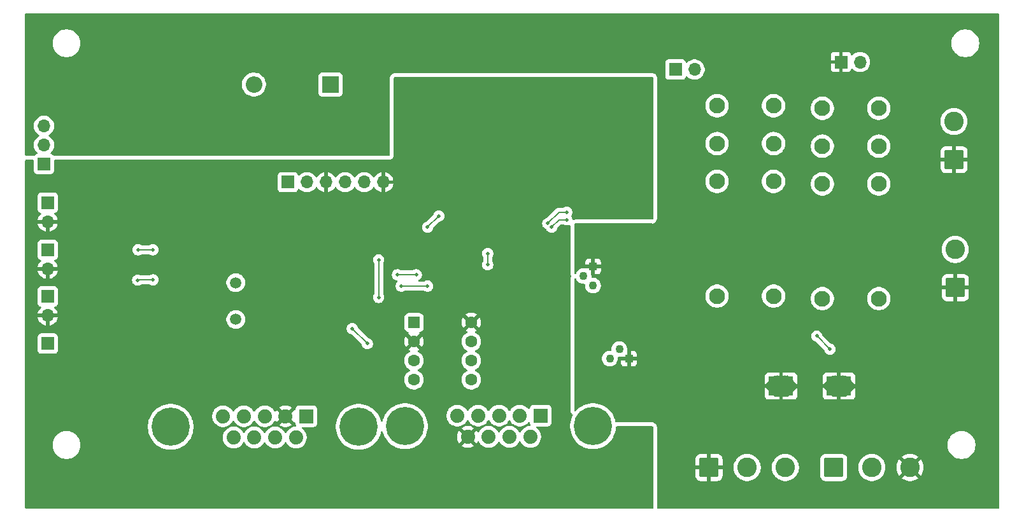
<source format=gbr>
%TF.GenerationSoftware,KiCad,Pcbnew,9.0.0*%
%TF.CreationDate,2025-04-23T22:03:11+02:00*%
%TF.ProjectId,Proyecto_ArgibayManuel_YangAlex,50726f79-6563-4746-9f5f-417267696261,rev?*%
%TF.SameCoordinates,Original*%
%TF.FileFunction,Copper,L2,Bot*%
%TF.FilePolarity,Positive*%
%FSLAX46Y46*%
G04 Gerber Fmt 4.6, Leading zero omitted, Abs format (unit mm)*
G04 Created by KiCad (PCBNEW 9.0.0) date 2025-04-23 22:03:11*
%MOMM*%
%LPD*%
G01*
G04 APERTURE LIST*
G04 Aperture macros list*
%AMRoundRect*
0 Rectangle with rounded corners*
0 $1 Rounding radius*
0 $2 $3 $4 $5 $6 $7 $8 $9 X,Y pos of 4 corners*
0 Add a 4 corners polygon primitive as box body*
4,1,4,$2,$3,$4,$5,$6,$7,$8,$9,$2,$3,0*
0 Add four circle primitives for the rounded corners*
1,1,$1+$1,$2,$3*
1,1,$1+$1,$4,$5*
1,1,$1+$1,$6,$7*
1,1,$1+$1,$8,$9*
0 Add four rect primitives between the rounded corners*
20,1,$1+$1,$2,$3,$4,$5,0*
20,1,$1+$1,$4,$5,$6,$7,0*
20,1,$1+$1,$6,$7,$8,$9,0*
20,1,$1+$1,$8,$9,$2,$3,0*%
G04 Aperture macros list end*
%TA.AperFunction,ComponentPad*%
%ADD10R,1.090000X1.090000*%
%TD*%
%TA.AperFunction,ComponentPad*%
%ADD11C,1.090000*%
%TD*%
%TA.AperFunction,ComponentPad*%
%ADD12R,1.700000X1.700000*%
%TD*%
%TA.AperFunction,ComponentPad*%
%ADD13O,1.700000X1.700000*%
%TD*%
%TA.AperFunction,ComponentPad*%
%ADD14RoundRect,0.250000X-1.050000X-1.050000X1.050000X-1.050000X1.050000X1.050000X-1.050000X1.050000X0*%
%TD*%
%TA.AperFunction,ComponentPad*%
%ADD15C,2.600000*%
%TD*%
%TA.AperFunction,ComponentPad*%
%ADD16R,2.200000X2.200000*%
%TD*%
%TA.AperFunction,ComponentPad*%
%ADD17O,2.200000X2.200000*%
%TD*%
%TA.AperFunction,ComponentPad*%
%ADD18C,0.630000*%
%TD*%
%TA.AperFunction,SMDPad,CuDef*%
%ADD19R,3.300000X2.600000*%
%TD*%
%TA.AperFunction,ComponentPad*%
%ADD20R,1.879600X1.879600*%
%TD*%
%TA.AperFunction,ComponentPad*%
%ADD21C,1.879600*%
%TD*%
%TA.AperFunction,ComponentPad*%
%ADD22C,5.080000*%
%TD*%
%TA.AperFunction,ComponentPad*%
%ADD23RoundRect,0.250000X-0.550000X-0.550000X0.550000X-0.550000X0.550000X0.550000X-0.550000X0.550000X0*%
%TD*%
%TA.AperFunction,ComponentPad*%
%ADD24C,1.600000*%
%TD*%
%TA.AperFunction,ComponentPad*%
%ADD25RoundRect,0.250000X1.050000X-1.050000X1.050000X1.050000X-1.050000X1.050000X-1.050000X-1.050000X0*%
%TD*%
%TA.AperFunction,ComponentPad*%
%ADD26C,2.100000*%
%TD*%
%TA.AperFunction,ComponentPad*%
%ADD27C,1.500000*%
%TD*%
%TA.AperFunction,ViaPad*%
%ADD28C,1.200000*%
%TD*%
%TA.AperFunction,ViaPad*%
%ADD29C,0.500000*%
%TD*%
%TA.AperFunction,Conductor*%
%ADD30C,0.200000*%
%TD*%
G04 APERTURE END LIST*
D10*
%TO.P,Q2,1*%
%TO.N,GNDPWR*%
X176770000Y-79000000D03*
D11*
%TO.P,Q2,2*%
%TO.N,Net-(Q2-Pad2)*%
X175500000Y-77730000D03*
%TO.P,Q2,3*%
%TO.N,Net-(D2-A)*%
X174230000Y-79000000D03*
%TD*%
D12*
%TO.P,J1,1,Pin_1*%
%TO.N,GNDPWR*%
X204960000Y-39500000D03*
D13*
%TO.P,J1,2,Pin_2*%
%TO.N,VBat*%
X207500000Y-39500000D03*
%TD*%
D12*
%TO.P,J5,1,Pin_1*%
%TO.N,Int_Calefactor*%
X99500000Y-64500000D03*
D13*
%TO.P,J5,2,Pin_2*%
%TO.N,GND*%
X99500000Y-67040000D03*
%TD*%
D14*
%TO.P,J8,1,Pin_1*%
%TO.N,Motor_derecho_2*%
X204000000Y-93500000D03*
D15*
%TO.P,J8,2,Pin_2*%
%TO.N,Motor_derecho_1*%
X209080000Y-93500000D03*
%TO.P,J8,3,Pin_3*%
%TO.N,GNDPWR*%
X214160000Y-93500000D03*
%TD*%
D14*
%TO.P,J7,1,Pin_1*%
%TO.N,GNDPWR*%
X187420000Y-93500000D03*
D15*
%TO.P,J7,2,Pin_2*%
%TO.N,Motor_izquierdo_2*%
X192500000Y-93500000D03*
%TO.P,J7,3,Pin_3*%
%TO.N,Motor_Izquierdo_1*%
X197580000Y-93500000D03*
%TD*%
D16*
%TO.P,D3,1,K*%
%TO.N,Net-(D3-K)*%
X137080000Y-42500000D03*
D17*
%TO.P,D3,2,A*%
%TO.N,VBat*%
X126920000Y-42500000D03*
%TD*%
D10*
%TO.P,Q1,1*%
%TO.N,GNDPWR*%
X172000000Y-66730000D03*
D11*
%TO.P,Q1,2*%
%TO.N,Net-(Q1-Pad2)*%
X170730000Y-68000000D03*
%TO.P,Q1,3*%
%TO.N,Net-(D1-A)*%
X172000000Y-69270000D03*
%TD*%
D12*
%TO.P,J6,1,Pin_1*%
%TO.N,Int_Bomba_de_Agua*%
X99500000Y-70725000D03*
D13*
%TO.P,J6,2,Pin_2*%
%TO.N,GND*%
X99500000Y-73265000D03*
%TD*%
D18*
%TO.P,U6,9,GND*%
%TO.N,GNDPWR*%
X198300000Y-82000000D03*
X197000000Y-82000000D03*
X195700000Y-82000000D03*
D19*
X197000000Y-82650000D03*
D18*
X198300000Y-83300000D03*
X197000000Y-83300000D03*
X195700000Y-83300000D03*
%TD*%
D12*
%TO.P,J9,1,Pin_1*%
%TO.N,Net-(J9-Pin_1)*%
X99000000Y-53080000D03*
D13*
%TO.P,J9,2,Pin_2*%
%TO.N,MCLR*%
X99000000Y-50540000D03*
%TO.P,J9,3,Pin_3*%
%TO.N,VPP*%
X99000000Y-48000000D03*
%TD*%
D20*
%TO.P,X1,1*%
%TO.N,unconnected-(X1-Pad1)*%
X165040000Y-86576500D03*
D21*
%TO.P,X1,2*%
%TO.N,CAN-*%
X162270000Y-86576500D03*
%TO.P,X1,3*%
%TO.N,unconnected-(X1-Pad3)*%
X159500000Y-86576500D03*
%TO.P,X1,4*%
%TO.N,unconnected-(X1-Pad4)*%
X156730000Y-86576500D03*
%TO.P,X1,5*%
%TO.N,unconnected-(X1-Pad5)*%
X153960000Y-86576500D03*
%TO.P,X1,6*%
%TO.N,unconnected-(X1-Pad6)*%
X163650000Y-89416500D03*
%TO.P,X1,7*%
%TO.N,CAN+*%
X160880000Y-89416500D03*
%TO.P,X1,8*%
%TO.N,unconnected-(X1-Pad8)*%
X158120000Y-89416500D03*
%TO.P,X1,9*%
%TO.N,GND*%
X155350000Y-89416500D03*
D22*
%TO.P,X1,G1*%
%TO.N,N/C*%
X172000000Y-87996500D03*
%TO.P,X1,G2*%
X147000000Y-87996500D03*
%TD*%
D18*
%TO.P,U7,9,GND*%
%TO.N,GNDPWR*%
X206000000Y-82000000D03*
X204700000Y-82000000D03*
X203400000Y-82000000D03*
D19*
X204700000Y-82650000D03*
D18*
X206000000Y-83300000D03*
X204700000Y-83300000D03*
X203400000Y-83300000D03*
%TD*%
D12*
%TO.P,J12,1,~{MCLR}/VPP*%
%TO.N,VPP*%
X131420000Y-55500000D03*
D13*
%TO.P,J12,2,VDD*%
%TO.N,VCC*%
X133960000Y-55500000D03*
%TO.P,J12,3,VSS*%
%TO.N,GND*%
X136500000Y-55500000D03*
%TO.P,J12,4,PGD/ICSPDAT*%
%TO.N,PGD*%
X139040000Y-55500000D03*
%TO.P,J12,5,PGC/ICSPCLK*%
%TO.N,PGC*%
X141580000Y-55500000D03*
%TO.P,J12,6,PGM/LVP*%
%TO.N,GND*%
X144120000Y-55500000D03*
%TD*%
D12*
%TO.P,J4,1,Pin_1*%
%TO.N,Int_limpiaparabrisas*%
X99500000Y-58225000D03*
D13*
%TO.P,J4,2,Pin_2*%
%TO.N,GND*%
X99500000Y-60765000D03*
%TD*%
D23*
%TO.P,U8,1,TXD*%
%TO.N,TX*%
X148195000Y-74190000D03*
D24*
%TO.P,U8,2,VSS*%
%TO.N,GND*%
X148195000Y-76730000D03*
%TO.P,U8,3,VDD*%
%TO.N,VCC*%
X148195000Y-79270000D03*
%TO.P,U8,4,RXD*%
%TO.N,RX*%
X148195000Y-81810000D03*
%TO.P,U8,5,Vref*%
%TO.N,unconnected-(U8-Vref-Pad5)*%
X155815000Y-81810000D03*
%TO.P,U8,6,CANL*%
%TO.N,CAN-*%
X155815000Y-79270000D03*
%TO.P,U8,7,CANH*%
%TO.N,CAN+*%
X155815000Y-76730000D03*
%TO.P,U8,8,Rs*%
%TO.N,GND*%
X155815000Y-74190000D03*
%TD*%
D25*
%TO.P,J11,1,Pin_1*%
%TO.N,GNDPWR*%
X220000000Y-52500000D03*
D15*
%TO.P,J11,2,Pin_2*%
%TO.N,Calefactor*%
X220000000Y-47420000D03*
%TD*%
D26*
%TO.P,K1,11-1*%
%TO.N,VBat*%
X196000000Y-50360000D03*
%TO.P,K1,11-2*%
%TO.N,N/C*%
X188500000Y-50360000D03*
%TO.P,K1,12-1*%
%TO.N,unconnected-(K1-Pad12-1)*%
X196000000Y-55400000D03*
%TO.P,K1,12-2*%
%TO.N,N/C*%
X188500000Y-55400000D03*
%TO.P,K1,14-1*%
%TO.N,Bomba*%
X196000000Y-45320000D03*
%TO.P,K1,14-2*%
%TO.N,N/C*%
X188500000Y-45320000D03*
%TO.P,K1,A1*%
%TO.N,VBat*%
X196000000Y-70660000D03*
%TO.P,K1,A2*%
%TO.N,Net-(D1-A)*%
X188500000Y-70660000D03*
%TD*%
D12*
%TO.P,J2,1,Pin_1*%
%TO.N,+3.3V*%
X99500000Y-77000000D03*
%TD*%
D20*
%TO.P,X2,1*%
%TO.N,unconnected-(X2-Pad1)*%
X133890000Y-86660000D03*
D21*
%TO.P,X2,2*%
%TO.N,GND*%
X131120000Y-86660000D03*
%TO.P,X2,3*%
%TO.N,RC6*%
X128350000Y-86660000D03*
%TO.P,X2,4*%
%TO.N,RC7*%
X125580000Y-86660000D03*
%TO.P,X2,5*%
%TO.N,unconnected-(X2-Pad5)*%
X122810000Y-86660000D03*
%TO.P,X2,6*%
%TO.N,unconnected-(X2-Pad6)*%
X132500000Y-89500000D03*
%TO.P,X2,7*%
%TO.N,unconnected-(X2-Pad7)*%
X129730000Y-89500000D03*
%TO.P,X2,8*%
%TO.N,unconnected-(X2-Pad8)*%
X126970000Y-89500000D03*
%TO.P,X2,9*%
%TO.N,unconnected-(X2-Pad9)*%
X124200000Y-89500000D03*
D22*
%TO.P,X2,G1*%
%TO.N,N/C*%
X140850000Y-88080000D03*
%TO.P,X2,G2*%
X115850000Y-88080000D03*
%TD*%
D25*
%TO.P,J10,1,Pin_1*%
%TO.N,GNDPWR*%
X220167500Y-69545000D03*
D15*
%TO.P,J10,2,Pin_2*%
%TO.N,Bomba*%
X220167500Y-64465000D03*
%TD*%
D12*
%TO.P,J3,1,Pin_1*%
%TO.N,F_C_In2*%
X182960000Y-40500000D03*
D13*
%TO.P,J3,2,Pin_2*%
%TO.N,F_C_In1*%
X185500000Y-40500000D03*
%TD*%
D26*
%TO.P,K2,11-1*%
%TO.N,VBat*%
X210000000Y-50700000D03*
%TO.P,K2,11-2*%
%TO.N,N/C*%
X202500000Y-50700000D03*
%TO.P,K2,12-1*%
%TO.N,unconnected-(K2-Pad12-1)*%
X210000000Y-55740000D03*
%TO.P,K2,12-2*%
%TO.N,N/C*%
X202500000Y-55740000D03*
%TO.P,K2,14-1*%
%TO.N,Calefactor*%
X210000000Y-45660000D03*
%TO.P,K2,14-2*%
%TO.N,N/C*%
X202500000Y-45660000D03*
%TO.P,K2,A1*%
%TO.N,VBat*%
X210000000Y-71000000D03*
%TO.P,K2,A2*%
%TO.N,Net-(D2-A)*%
X202500000Y-71000000D03*
%TD*%
D27*
%TO.P,Y1,1,1*%
%TO.N,TX1*%
X124500000Y-68890000D03*
%TO.P,Y1,2,2*%
%TO.N,TX2*%
X124500000Y-73770000D03*
%TD*%
D28*
%TO.N,GNDPWR*%
X179087500Y-66500000D03*
X118000000Y-40500000D03*
X193250000Y-82990000D03*
X139500000Y-49500000D03*
X188825000Y-86325000D03*
X131500000Y-51000000D03*
X185175000Y-86325000D03*
X121000000Y-40500000D03*
X208750000Y-82990000D03*
X133000000Y-49500000D03*
X142500000Y-49500000D03*
X182912500Y-66500000D03*
X127500000Y-51000000D03*
X136000000Y-49500000D03*
D29*
%TO.N,GND*%
X159500000Y-63752500D03*
X161912500Y-63840000D03*
X118500000Y-68500000D03*
X127500000Y-67000000D03*
X120500000Y-75500000D03*
X159000000Y-58427500D03*
X118500000Y-67000000D03*
X165500000Y-50500000D03*
X162500000Y-50500000D03*
X124500000Y-75500000D03*
X127500000Y-75500000D03*
X122500000Y-68390000D03*
X125500000Y-75500000D03*
X167505112Y-51994888D03*
X167500000Y-47000000D03*
X122000000Y-81500000D03*
X121000000Y-55200000D03*
X131500000Y-73000000D03*
X131500000Y-68000000D03*
X176494888Y-51994888D03*
X131500000Y-69000000D03*
X153500000Y-49500000D03*
X119550000Y-68390000D03*
X126500000Y-67000000D03*
X124500000Y-67000000D03*
X153000000Y-59427500D03*
X170500000Y-47000000D03*
X108500000Y-86000000D03*
X118500000Y-74500000D03*
X173505112Y-51994888D03*
X155000000Y-64752500D03*
X113250000Y-82212500D03*
X121500000Y-67000000D03*
X120500000Y-67000000D03*
X108450000Y-88950000D03*
X119500000Y-73840000D03*
X118500000Y-75500000D03*
X118500000Y-72500000D03*
X131500000Y-67000000D03*
X131500000Y-70000000D03*
X118500000Y-70500000D03*
X131000000Y-69340000D03*
X113175000Y-84637500D03*
X170494888Y-51994888D03*
X108500000Y-83000000D03*
X118500000Y-71500000D03*
X156500000Y-49500000D03*
X176400000Y-56400000D03*
X176269888Y-46960224D03*
X123500000Y-75500000D03*
X109500000Y-79500000D03*
X167600000Y-56400000D03*
X153000000Y-64752500D03*
X131500000Y-72000000D03*
X121500000Y-75500000D03*
X122500000Y-75500000D03*
X118500000Y-73500000D03*
X162000000Y-58427500D03*
X127500000Y-69340000D03*
X170400000Y-56400000D03*
X131500000Y-75500000D03*
X122500000Y-67000000D03*
X123500000Y-67000000D03*
X173269888Y-46960224D03*
X114000000Y-55200000D03*
X119500000Y-67000000D03*
X125500000Y-67000000D03*
X122290000Y-73790000D03*
X131500000Y-71000000D03*
X131500000Y-74000000D03*
X155000000Y-59427500D03*
X119500000Y-75500000D03*
X173600000Y-56400000D03*
X118500000Y-69500000D03*
X126500000Y-75500000D03*
%TO.N,C_R_Bombas_agua*%
X146000000Y-67840000D03*
X148500000Y-67840000D03*
%TO.N,C_R_Calefactor*%
X146500000Y-69340000D03*
X150000000Y-69340000D03*
%TO.N,Int_Calefactor*%
X113500000Y-64500000D03*
X111500000Y-64500000D03*
%TO.N,Int_Bomba_de_Agua*%
X113500000Y-68500000D03*
X111460000Y-68540000D03*
%TO.N,RC6*%
X140000000Y-75000000D03*
X142000000Y-77000000D03*
%TO.N,F_C_Out2*%
X150000000Y-61500000D03*
X151500000Y-60000000D03*
%TO.N,RX*%
X143500000Y-65840000D03*
X143500000Y-70840000D03*
%TO.N,F_C_In2*%
X168500000Y-59500000D03*
X166000000Y-61000000D03*
%TO.N,F_C_In1*%
X158000000Y-66500000D03*
X168500000Y-60500000D03*
X158000000Y-65000000D03*
X166500000Y-61500000D03*
%TO.N,PH_M_in1*%
X201750000Y-75990000D03*
X203500000Y-77740000D03*
%TD*%
D30*
%TO.N,C_R_Bombas_agua*%
X146000000Y-67840000D02*
X148500000Y-67840000D01*
%TO.N,C_R_Calefactor*%
X146500000Y-69340000D02*
X150000000Y-69340000D01*
%TO.N,Int_Calefactor*%
X111500000Y-64500000D02*
X113500000Y-64500000D01*
%TO.N,Int_Bomba_de_Agua*%
X111500000Y-68500000D02*
X113500000Y-68500000D01*
X111460000Y-68540000D02*
X111500000Y-68500000D01*
%TO.N,RC6*%
X140000000Y-75000000D02*
X142000000Y-77000000D01*
%TO.N,F_C_Out2*%
X150000000Y-61500000D02*
X151500000Y-60000000D01*
%TO.N,RX*%
X143500000Y-65840000D02*
X143500000Y-70840000D01*
%TO.N,F_C_In2*%
X166000000Y-61000000D02*
X167500000Y-59500000D01*
X167500000Y-59500000D02*
X168500000Y-59500000D01*
%TO.N,F_C_In1*%
X158000000Y-65000000D02*
X158000000Y-66500000D01*
X166500000Y-61500000D02*
X167500000Y-60500000D01*
X167500000Y-60500000D02*
X168500000Y-60500000D01*
%TO.N,PH_M_in1*%
X201750000Y-75990000D02*
X203500000Y-77740000D01*
%TD*%
%TA.AperFunction,Conductor*%
%TO.N,GND*%
G36*
X179943039Y-41519685D02*
G01*
X179988794Y-41572489D01*
X180000000Y-41624000D01*
X180000000Y-52000000D01*
X145487672Y-52000000D01*
X145505500Y-51876000D01*
X145505500Y-41624000D01*
X145525185Y-41556961D01*
X145577989Y-41511206D01*
X145629500Y-41500000D01*
X179876000Y-41500000D01*
X179943039Y-41519685D01*
G37*
%TD.AperFunction*%
%TD*%
%TA.AperFunction,Conductor*%
%TO.N,GND*%
G36*
X180000000Y-60370500D02*
G01*
X179980315Y-60437539D01*
X179927511Y-60483294D01*
X179876000Y-60494500D01*
X169624000Y-60494500D01*
X169623991Y-60494500D01*
X169623990Y-60494501D01*
X169516549Y-60506052D01*
X169516537Y-60506054D01*
X169465032Y-60517259D01*
X169413344Y-60534462D01*
X169343518Y-60536955D01*
X169283430Y-60501302D01*
X169252156Y-60438822D01*
X169250782Y-60428951D01*
X169250500Y-60426093D01*
X169250500Y-60426082D01*
X169221658Y-60281087D01*
X169211127Y-60255662D01*
X169165087Y-60144511D01*
X169165083Y-60144504D01*
X169114559Y-60068888D01*
X169093682Y-60002214D01*
X169112166Y-59934834D01*
X169114531Y-59931151D01*
X169165084Y-59855495D01*
X169221658Y-59718913D01*
X169236459Y-59644505D01*
X169250500Y-59573920D01*
X169250500Y-59426079D01*
X169221659Y-59281092D01*
X169221658Y-59281091D01*
X169221658Y-59281087D01*
X169180815Y-59182482D01*
X169165087Y-59144511D01*
X169165080Y-59144498D01*
X169082951Y-59021584D01*
X169082948Y-59021580D01*
X168978419Y-58917051D01*
X168978415Y-58917048D01*
X168855501Y-58834919D01*
X168855488Y-58834912D01*
X168718917Y-58778343D01*
X168718907Y-58778340D01*
X168573920Y-58749500D01*
X168573918Y-58749500D01*
X168426082Y-58749500D01*
X168426080Y-58749500D01*
X168281092Y-58778340D01*
X168281082Y-58778343D01*
X168144511Y-58834912D01*
X168144498Y-58834919D01*
X168079124Y-58878602D01*
X168012447Y-58899480D01*
X168010233Y-58899500D01*
X167420940Y-58899500D01*
X167380019Y-58910464D01*
X167380019Y-58910465D01*
X167355448Y-58917049D01*
X167268214Y-58940423D01*
X167268209Y-58940426D01*
X167131290Y-59019475D01*
X167131282Y-59019481D01*
X167019478Y-59131286D01*
X165921699Y-60229064D01*
X165860376Y-60262549D01*
X165858210Y-60263000D01*
X165781092Y-60278340D01*
X165781084Y-60278342D01*
X165644511Y-60334912D01*
X165644498Y-60334919D01*
X165521584Y-60417048D01*
X165521580Y-60417051D01*
X165417051Y-60521580D01*
X165417048Y-60521584D01*
X165334919Y-60644498D01*
X165334912Y-60644511D01*
X165278343Y-60781082D01*
X165278340Y-60781092D01*
X165249500Y-60926079D01*
X165249500Y-60926082D01*
X165249500Y-61073918D01*
X165249500Y-61073920D01*
X165249499Y-61073920D01*
X165278340Y-61218907D01*
X165278343Y-61218917D01*
X165334912Y-61355488D01*
X165334919Y-61355501D01*
X165417048Y-61478415D01*
X165417051Y-61478419D01*
X165521580Y-61582948D01*
X165521584Y-61582951D01*
X165644498Y-61665080D01*
X165644504Y-61665083D01*
X165644505Y-61665084D01*
X165731692Y-61701198D01*
X165786095Y-61745039D01*
X165798800Y-61768305D01*
X165834913Y-61855488D01*
X165834916Y-61855494D01*
X165834919Y-61855501D01*
X165917048Y-61978415D01*
X165917051Y-61978419D01*
X166021580Y-62082948D01*
X166021584Y-62082951D01*
X166144498Y-62165080D01*
X166144511Y-62165087D01*
X166281082Y-62221656D01*
X166281087Y-62221658D01*
X166281091Y-62221658D01*
X166281092Y-62221659D01*
X166426079Y-62250500D01*
X166426082Y-62250500D01*
X166573920Y-62250500D01*
X166671462Y-62231096D01*
X166718913Y-62221658D01*
X166855495Y-62165084D01*
X166978416Y-62082951D01*
X167082951Y-61978416D01*
X167165084Y-61855495D01*
X167221658Y-61718913D01*
X167236999Y-61641786D01*
X167269381Y-61579879D01*
X167270817Y-61578416D01*
X167712418Y-61136816D01*
X167739350Y-61122111D01*
X167765163Y-61105523D01*
X167771363Y-61104631D01*
X167773740Y-61103334D01*
X167800098Y-61100500D01*
X168010233Y-61100500D01*
X168077272Y-61120185D01*
X168079124Y-61121398D01*
X168144498Y-61165080D01*
X168144511Y-61165087D01*
X168281082Y-61221656D01*
X168281087Y-61221658D01*
X168281091Y-61221658D01*
X168281092Y-61221659D01*
X168426079Y-61250500D01*
X168426082Y-61250500D01*
X168573920Y-61250500D01*
X168672326Y-61230925D01*
X168718913Y-61221658D01*
X168823048Y-61178523D01*
X168892517Y-61171055D01*
X168954996Y-61202330D01*
X168990648Y-61262419D01*
X168994500Y-61293085D01*
X168994500Y-67614062D01*
X168994501Y-67614082D01*
X169008048Y-67730317D01*
X169008048Y-67730318D01*
X169021163Y-67785820D01*
X169032963Y-67818340D01*
X169061087Y-67895848D01*
X169075809Y-67917051D01*
X169082184Y-67926233D01*
X169104248Y-67992527D01*
X169093121Y-68048464D01*
X169034664Y-68176464D01*
X169014976Y-68243512D01*
X169009574Y-68281087D01*
X168997189Y-68367231D01*
X168994500Y-68385931D01*
X168994500Y-85900435D01*
X168994501Y-85900484D01*
X168996627Y-85946776D01*
X168998707Y-85969381D01*
X168998709Y-85969397D01*
X168998710Y-85969404D01*
X169001479Y-85989393D01*
X169005076Y-86015349D01*
X169005077Y-86015354D01*
X169051205Y-86151641D01*
X169082791Y-86213952D01*
X169082796Y-86213960D01*
X169165444Y-86331717D01*
X169165447Y-86331720D01*
X169165450Y-86331724D01*
X169277123Y-86420788D01*
X169317261Y-86477977D01*
X169320108Y-86547789D01*
X169311526Y-86571532D01*
X169186524Y-86831102D01*
X169186515Y-86831124D01*
X169073730Y-87153443D01*
X169073726Y-87153455D01*
X168997736Y-87486391D01*
X168997734Y-87486407D01*
X168959500Y-87825744D01*
X168959500Y-88167255D01*
X168997734Y-88506592D01*
X168997736Y-88506608D01*
X169073726Y-88839544D01*
X169073730Y-88839556D01*
X169186515Y-89161875D01*
X169186524Y-89161897D01*
X169334686Y-89469559D01*
X169372572Y-89529854D01*
X169516380Y-89758722D01*
X169729303Y-90025719D01*
X169970781Y-90267197D01*
X170237778Y-90480120D01*
X170462445Y-90621288D01*
X170526940Y-90661813D01*
X170834602Y-90809975D01*
X170834611Y-90809978D01*
X170834618Y-90809982D01*
X170905486Y-90834780D01*
X171156943Y-90922769D01*
X171156955Y-90922773D01*
X171489895Y-90998764D01*
X171829245Y-91036999D01*
X171829246Y-91037000D01*
X171829249Y-91037000D01*
X172170754Y-91037000D01*
X172170754Y-91036999D01*
X172510105Y-90998764D01*
X172843045Y-90922773D01*
X173165382Y-90809982D01*
X173287279Y-90751280D01*
X173473059Y-90661813D01*
X173473059Y-90661812D01*
X173473065Y-90661810D01*
X173762222Y-90480120D01*
X174029219Y-90267197D01*
X174270697Y-90025719D01*
X174483620Y-89758722D01*
X174665310Y-89469565D01*
X174733497Y-89327973D01*
X174813475Y-89161897D01*
X174813476Y-89161893D01*
X174813482Y-89161882D01*
X174926273Y-88839545D01*
X175002264Y-88506605D01*
X175040500Y-88167251D01*
X175040500Y-88129500D01*
X175060185Y-88062461D01*
X175112989Y-88016706D01*
X175164500Y-88005500D01*
X179876000Y-88005500D01*
X179943039Y-88025185D01*
X179988794Y-88077989D01*
X180000000Y-88129500D01*
X180000000Y-98875500D01*
X179980315Y-98942539D01*
X179927511Y-98988294D01*
X179876000Y-98999500D01*
X96624500Y-98999500D01*
X96557461Y-98979815D01*
X96511706Y-98927011D01*
X96500500Y-98875500D01*
X96500500Y-90378711D01*
X100149500Y-90378711D01*
X100149500Y-90621288D01*
X100181161Y-90861785D01*
X100243947Y-91096104D01*
X100336773Y-91320205D01*
X100336776Y-91320212D01*
X100458064Y-91530289D01*
X100458066Y-91530292D01*
X100458067Y-91530293D01*
X100605733Y-91722736D01*
X100605739Y-91722743D01*
X100777256Y-91894260D01*
X100777262Y-91894265D01*
X100969711Y-92041936D01*
X101179788Y-92163224D01*
X101403900Y-92256054D01*
X101638211Y-92318838D01*
X101818586Y-92342584D01*
X101878711Y-92350500D01*
X101878712Y-92350500D01*
X102121289Y-92350500D01*
X102169388Y-92344167D01*
X102361789Y-92318838D01*
X102596100Y-92256054D01*
X102820212Y-92163224D01*
X103030289Y-92041936D01*
X103222738Y-91894265D01*
X103394265Y-91722738D01*
X103541936Y-91530289D01*
X103663224Y-91320212D01*
X103756054Y-91096100D01*
X103818838Y-90861789D01*
X103850500Y-90621288D01*
X103850500Y-90378712D01*
X103818838Y-90138211D01*
X103756054Y-89903900D01*
X103753741Y-89898317D01*
X103728455Y-89837271D01*
X103663224Y-89679788D01*
X103541936Y-89469711D01*
X103433176Y-89327972D01*
X103394266Y-89277263D01*
X103394260Y-89277256D01*
X103222743Y-89105739D01*
X103222736Y-89105733D01*
X103030293Y-88958067D01*
X103030292Y-88958066D01*
X103030289Y-88958064D01*
X102825008Y-88839545D01*
X102820214Y-88836777D01*
X102820205Y-88836773D01*
X102596104Y-88743947D01*
X102361785Y-88681161D01*
X102121289Y-88649500D01*
X102121288Y-88649500D01*
X101878712Y-88649500D01*
X101878711Y-88649500D01*
X101638214Y-88681161D01*
X101403895Y-88743947D01*
X101179794Y-88836773D01*
X101179785Y-88836777D01*
X100997851Y-88941817D01*
X100988674Y-88947116D01*
X100969706Y-88958067D01*
X100777263Y-89105733D01*
X100777256Y-89105739D01*
X100605739Y-89277256D01*
X100605733Y-89277263D01*
X100458067Y-89469706D01*
X100336777Y-89679785D01*
X100336773Y-89679794D01*
X100243947Y-89903895D01*
X100181161Y-90138214D01*
X100149500Y-90378711D01*
X96500500Y-90378711D01*
X96500500Y-87909244D01*
X112809500Y-87909244D01*
X112809500Y-88250755D01*
X112847734Y-88590092D01*
X112847736Y-88590108D01*
X112923726Y-88923044D01*
X112923730Y-88923056D01*
X113036515Y-89245375D01*
X113036524Y-89245397D01*
X113184686Y-89553059D01*
X113222572Y-89613354D01*
X113366380Y-89842222D01*
X113579303Y-90109219D01*
X113820781Y-90350697D01*
X114087778Y-90563620D01*
X114244051Y-90661813D01*
X114376940Y-90745313D01*
X114684602Y-90893475D01*
X114684611Y-90893478D01*
X114684618Y-90893482D01*
X114684624Y-90893484D01*
X115006943Y-91006269D01*
X115006955Y-91006273D01*
X115339895Y-91082264D01*
X115679245Y-91120499D01*
X115679246Y-91120500D01*
X115679249Y-91120500D01*
X116020754Y-91120500D01*
X116020754Y-91120499D01*
X116360105Y-91082264D01*
X116693045Y-91006273D01*
X117015382Y-90893482D01*
X117081194Y-90861789D01*
X117323059Y-90745313D01*
X117323059Y-90745312D01*
X117323065Y-90745310D01*
X117612222Y-90563620D01*
X117879219Y-90350697D01*
X118120697Y-90109219D01*
X118333620Y-89842222D01*
X118515310Y-89553065D01*
X118526507Y-89529814D01*
X118623709Y-89327973D01*
X118623709Y-89327972D01*
X118648132Y-89277256D01*
X118663482Y-89245382D01*
X118776273Y-88923045D01*
X118852264Y-88590105D01*
X118890500Y-88250751D01*
X118890500Y-87909249D01*
X118852264Y-87569895D01*
X118776273Y-87236955D01*
X118762243Y-87196861D01*
X118663484Y-86914624D01*
X118663475Y-86914602D01*
X118515315Y-86606943D01*
X118477428Y-86546646D01*
X121369700Y-86546646D01*
X121369700Y-86773353D01*
X121405165Y-86997272D01*
X121475219Y-87212880D01*
X121475220Y-87212883D01*
X121535485Y-87331157D01*
X121559424Y-87378141D01*
X121578147Y-87414885D01*
X121711394Y-87598286D01*
X121711398Y-87598291D01*
X121871708Y-87758601D01*
X121871713Y-87758605D01*
X121988359Y-87843352D01*
X122055118Y-87891855D01*
X122183647Y-87957344D01*
X122257116Y-87994779D01*
X122257119Y-87994780D01*
X122350698Y-88025185D01*
X122472729Y-88064835D01*
X122696646Y-88100300D01*
X122696647Y-88100300D01*
X122923353Y-88100300D01*
X122923354Y-88100300D01*
X123147271Y-88064835D01*
X123362883Y-87994779D01*
X123564882Y-87891855D01*
X123748293Y-87758600D01*
X123908600Y-87598293D01*
X124041855Y-87414882D01*
X124084515Y-87331156D01*
X124132490Y-87280361D01*
X124200311Y-87263566D01*
X124266446Y-87286103D01*
X124305484Y-87331156D01*
X124329424Y-87378141D01*
X124348147Y-87414885D01*
X124481394Y-87598286D01*
X124481398Y-87598291D01*
X124641708Y-87758601D01*
X124641713Y-87758605D01*
X124758359Y-87843352D01*
X124825118Y-87891855D01*
X124953647Y-87957344D01*
X125027116Y-87994779D01*
X125027119Y-87994780D01*
X125120698Y-88025185D01*
X125242729Y-88064835D01*
X125466646Y-88100300D01*
X125466647Y-88100300D01*
X125693353Y-88100300D01*
X125693354Y-88100300D01*
X125917271Y-88064835D01*
X126132883Y-87994779D01*
X126334882Y-87891855D01*
X126518293Y-87758600D01*
X126678600Y-87598293D01*
X126811855Y-87414882D01*
X126854515Y-87331156D01*
X126902490Y-87280361D01*
X126970311Y-87263566D01*
X127036446Y-87286103D01*
X127075484Y-87331156D01*
X127099424Y-87378141D01*
X127118147Y-87414885D01*
X127251394Y-87598286D01*
X127251398Y-87598291D01*
X127411708Y-87758601D01*
X127411713Y-87758605D01*
X127528359Y-87843352D01*
X127595118Y-87891855D01*
X127723647Y-87957344D01*
X127797116Y-87994779D01*
X127797119Y-87994780D01*
X127890698Y-88025185D01*
X128012729Y-88064835D01*
X128236646Y-88100300D01*
X128236647Y-88100300D01*
X128463353Y-88100300D01*
X128463354Y-88100300D01*
X128687271Y-88064835D01*
X128902883Y-87994779D01*
X129104882Y-87891855D01*
X129288293Y-87758600D01*
X129448600Y-87598293D01*
X129581855Y-87414882D01*
X129624795Y-87330606D01*
X129672769Y-87279811D01*
X129740590Y-87263015D01*
X129806725Y-87285552D01*
X129845764Y-87330605D01*
X129888571Y-87414617D01*
X129940439Y-87486006D01*
X129940439Y-87486007D01*
X130630504Y-86795941D01*
X130646619Y-86856081D01*
X130713498Y-86971920D01*
X130808080Y-87066502D01*
X130923919Y-87133381D01*
X130984057Y-87149494D01*
X130293991Y-87839559D01*
X130365379Y-87891426D01*
X130567311Y-87994316D01*
X130782842Y-88064346D01*
X131006686Y-88099800D01*
X131233314Y-88099800D01*
X131457155Y-88064346D01*
X131457158Y-88064346D01*
X131672688Y-87994316D01*
X131874620Y-87891426D01*
X131946006Y-87839559D01*
X131255942Y-87149495D01*
X131316081Y-87133381D01*
X131431920Y-87066502D01*
X131526502Y-86971920D01*
X131593381Y-86856081D01*
X131609494Y-86795942D01*
X132299558Y-87486006D01*
X132315971Y-87484715D01*
X132384348Y-87499079D01*
X132434105Y-87548130D01*
X132449700Y-87608330D01*
X132449700Y-87647668D01*
X132449701Y-87647676D01*
X132456108Y-87707283D01*
X132506402Y-87842128D01*
X132506404Y-87842131D01*
X132520820Y-87861388D01*
X132545238Y-87926852D01*
X132530387Y-87995125D01*
X132480983Y-88044531D01*
X132421554Y-88059700D01*
X132386646Y-88059700D01*
X132354225Y-88064835D01*
X132162727Y-88095165D01*
X131947119Y-88165219D01*
X131947116Y-88165220D01*
X131745114Y-88268147D01*
X131561713Y-88401394D01*
X131561708Y-88401398D01*
X131401398Y-88561708D01*
X131401394Y-88561713D01*
X131268144Y-88745118D01*
X131268143Y-88745119D01*
X131225484Y-88828842D01*
X131177510Y-88879638D01*
X131109689Y-88896433D01*
X131043554Y-88873895D01*
X131004516Y-88828842D01*
X130961856Y-88745119D01*
X130961855Y-88745118D01*
X130828605Y-88561713D01*
X130828601Y-88561708D01*
X130668291Y-88401398D01*
X130668286Y-88401394D01*
X130484885Y-88268147D01*
X130484884Y-88268146D01*
X130484882Y-88268145D01*
X130420166Y-88235170D01*
X130282883Y-88165220D01*
X130282880Y-88165219D01*
X130067272Y-88095165D01*
X129955312Y-88077432D01*
X129843354Y-88059700D01*
X129616646Y-88059700D01*
X129584225Y-88064835D01*
X129392727Y-88095165D01*
X129177119Y-88165219D01*
X129177116Y-88165220D01*
X128975114Y-88268147D01*
X128791713Y-88401394D01*
X128791708Y-88401398D01*
X128631398Y-88561708D01*
X128631394Y-88561713D01*
X128498145Y-88745116D01*
X128460484Y-88819030D01*
X128412510Y-88869825D01*
X128344689Y-88886620D01*
X128278554Y-88864082D01*
X128239516Y-88819030D01*
X128201854Y-88745116D01*
X128068605Y-88561713D01*
X128068601Y-88561708D01*
X127908291Y-88401398D01*
X127908286Y-88401394D01*
X127724885Y-88268147D01*
X127724884Y-88268146D01*
X127724882Y-88268145D01*
X127660166Y-88235170D01*
X127522883Y-88165220D01*
X127522880Y-88165219D01*
X127307272Y-88095165D01*
X127195312Y-88077432D01*
X127083354Y-88059700D01*
X126856646Y-88059700D01*
X126824225Y-88064835D01*
X126632727Y-88095165D01*
X126417119Y-88165219D01*
X126417116Y-88165220D01*
X126215114Y-88268147D01*
X126031713Y-88401394D01*
X126031708Y-88401398D01*
X125871398Y-88561708D01*
X125871394Y-88561713D01*
X125738144Y-88745118D01*
X125738143Y-88745119D01*
X125695484Y-88828842D01*
X125647510Y-88879638D01*
X125579689Y-88896433D01*
X125513554Y-88873895D01*
X125474516Y-88828842D01*
X125431856Y-88745119D01*
X125431855Y-88745118D01*
X125298605Y-88561713D01*
X125298601Y-88561708D01*
X125138291Y-88401398D01*
X125138286Y-88401394D01*
X124954885Y-88268147D01*
X124954884Y-88268146D01*
X124954882Y-88268145D01*
X124890166Y-88235170D01*
X124752883Y-88165220D01*
X124752880Y-88165219D01*
X124537272Y-88095165D01*
X124425312Y-88077432D01*
X124313354Y-88059700D01*
X124086646Y-88059700D01*
X124054225Y-88064835D01*
X123862727Y-88095165D01*
X123647119Y-88165219D01*
X123647116Y-88165220D01*
X123445114Y-88268147D01*
X123261713Y-88401394D01*
X123261708Y-88401398D01*
X123101398Y-88561708D01*
X123101394Y-88561713D01*
X122968147Y-88745114D01*
X122865220Y-88947116D01*
X122865219Y-88947119D01*
X122795165Y-89162727D01*
X122759700Y-89386646D01*
X122759700Y-89613353D01*
X122795165Y-89837272D01*
X122865219Y-90052880D01*
X122865220Y-90052883D01*
X122968147Y-90254885D01*
X123101394Y-90438286D01*
X123101398Y-90438291D01*
X123261708Y-90598601D01*
X123261713Y-90598605D01*
X123421684Y-90714829D01*
X123445118Y-90731855D01*
X123577166Y-90799137D01*
X123647116Y-90834779D01*
X123647119Y-90834780D01*
X123730246Y-90861789D01*
X123862729Y-90904835D01*
X124086646Y-90940300D01*
X124086647Y-90940300D01*
X124313353Y-90940300D01*
X124313354Y-90940300D01*
X124537271Y-90904835D01*
X124752883Y-90834779D01*
X124954882Y-90731855D01*
X125138293Y-90598600D01*
X125298600Y-90438293D01*
X125431855Y-90254882D01*
X125474515Y-90171156D01*
X125522490Y-90120361D01*
X125590311Y-90103566D01*
X125656446Y-90126103D01*
X125695484Y-90171156D01*
X125731839Y-90242506D01*
X125738147Y-90254885D01*
X125871394Y-90438286D01*
X125871398Y-90438291D01*
X126031708Y-90598601D01*
X126031713Y-90598605D01*
X126191684Y-90714829D01*
X126215118Y-90731855D01*
X126347166Y-90799137D01*
X126417116Y-90834779D01*
X126417119Y-90834780D01*
X126500246Y-90861789D01*
X126632729Y-90904835D01*
X126856646Y-90940300D01*
X126856647Y-90940300D01*
X127083353Y-90940300D01*
X127083354Y-90940300D01*
X127307271Y-90904835D01*
X127522883Y-90834779D01*
X127724882Y-90731855D01*
X127908293Y-90598600D01*
X128068600Y-90438293D01*
X128201855Y-90254882D01*
X128239515Y-90180969D01*
X128287490Y-90130174D01*
X128355311Y-90113379D01*
X128421446Y-90135916D01*
X128460484Y-90180969D01*
X128491839Y-90242506D01*
X128498147Y-90254885D01*
X128631394Y-90438286D01*
X128631398Y-90438291D01*
X128791708Y-90598601D01*
X128791713Y-90598605D01*
X128951684Y-90714829D01*
X128975118Y-90731855D01*
X129107166Y-90799137D01*
X129177116Y-90834779D01*
X129177119Y-90834780D01*
X129260246Y-90861789D01*
X129392729Y-90904835D01*
X129616646Y-90940300D01*
X129616647Y-90940300D01*
X129843353Y-90940300D01*
X129843354Y-90940300D01*
X130067271Y-90904835D01*
X130282883Y-90834779D01*
X130484882Y-90731855D01*
X130668293Y-90598600D01*
X130828600Y-90438293D01*
X130961855Y-90254882D01*
X131004515Y-90171156D01*
X131052490Y-90120361D01*
X131120311Y-90103566D01*
X131186446Y-90126103D01*
X131225484Y-90171156D01*
X131261839Y-90242506D01*
X131268147Y-90254885D01*
X131401394Y-90438286D01*
X131401398Y-90438291D01*
X131561708Y-90598601D01*
X131561713Y-90598605D01*
X131721684Y-90714829D01*
X131745118Y-90731855D01*
X131877166Y-90799137D01*
X131947116Y-90834779D01*
X131947119Y-90834780D01*
X132030246Y-90861789D01*
X132162729Y-90904835D01*
X132386646Y-90940300D01*
X132386647Y-90940300D01*
X132613353Y-90940300D01*
X132613354Y-90940300D01*
X132837271Y-90904835D01*
X133052883Y-90834779D01*
X133254882Y-90731855D01*
X133438293Y-90598600D01*
X133598600Y-90438293D01*
X133731855Y-90254882D01*
X133834779Y-90052883D01*
X133904835Y-89837271D01*
X133940300Y-89613354D01*
X133940300Y-89386646D01*
X133904835Y-89162729D01*
X133855210Y-89009998D01*
X133834780Y-88947119D01*
X133834779Y-88947116D01*
X133792233Y-88863616D01*
X133731855Y-88745118D01*
X133662385Y-88649500D01*
X133598605Y-88561713D01*
X133598601Y-88561708D01*
X133438291Y-88401398D01*
X133438286Y-88401394D01*
X133332611Y-88324617D01*
X133289945Y-88269287D01*
X133283966Y-88199674D01*
X133316571Y-88137879D01*
X133377410Y-88103522D01*
X133405489Y-88100299D01*
X134877672Y-88100299D01*
X134937283Y-88093891D01*
X135072131Y-88043596D01*
X135187346Y-87957346D01*
X135223355Y-87909244D01*
X137809500Y-87909244D01*
X137809500Y-88250755D01*
X137847734Y-88590092D01*
X137847736Y-88590108D01*
X137923726Y-88923044D01*
X137923730Y-88923056D01*
X138036515Y-89245375D01*
X138036524Y-89245397D01*
X138184686Y-89553059D01*
X138222572Y-89613354D01*
X138366380Y-89842222D01*
X138579303Y-90109219D01*
X138820781Y-90350697D01*
X139087778Y-90563620D01*
X139244051Y-90661813D01*
X139376940Y-90745313D01*
X139684602Y-90893475D01*
X139684611Y-90893478D01*
X139684618Y-90893482D01*
X139684624Y-90893484D01*
X140006943Y-91006269D01*
X140006955Y-91006273D01*
X140339895Y-91082264D01*
X140679245Y-91120499D01*
X140679246Y-91120500D01*
X140679249Y-91120500D01*
X141020754Y-91120500D01*
X141020754Y-91120499D01*
X141360105Y-91082264D01*
X141693045Y-91006273D01*
X142015382Y-90893482D01*
X142081194Y-90861789D01*
X142323059Y-90745313D01*
X142323059Y-90745312D01*
X142323065Y-90745310D01*
X142612222Y-90563620D01*
X142879219Y-90350697D01*
X143120697Y-90109219D01*
X143333620Y-89842222D01*
X143515310Y-89553065D01*
X143526507Y-89529814D01*
X143663475Y-89245397D01*
X143663476Y-89245393D01*
X143663482Y-89245382D01*
X143776273Y-88923045D01*
X143813638Y-88759336D01*
X143847746Y-88698358D01*
X143909408Y-88665500D01*
X143979045Y-88671195D01*
X144034549Y-88713635D01*
X144055420Y-88759337D01*
X144073726Y-88839544D01*
X144073730Y-88839556D01*
X144186515Y-89161875D01*
X144186524Y-89161897D01*
X144334686Y-89469559D01*
X144372572Y-89529854D01*
X144516380Y-89758722D01*
X144729303Y-90025719D01*
X144970781Y-90267197D01*
X145237778Y-90480120D01*
X145462445Y-90621288D01*
X145526940Y-90661813D01*
X145834602Y-90809975D01*
X145834611Y-90809978D01*
X145834618Y-90809982D01*
X145905486Y-90834780D01*
X146156943Y-90922769D01*
X146156955Y-90922773D01*
X146489895Y-90998764D01*
X146829245Y-91036999D01*
X146829246Y-91037000D01*
X146829249Y-91037000D01*
X147170754Y-91037000D01*
X147170754Y-91036999D01*
X147510105Y-90998764D01*
X147843045Y-90922773D01*
X148165382Y-90809982D01*
X148287279Y-90751280D01*
X148473059Y-90661813D01*
X148473059Y-90661812D01*
X148473065Y-90661810D01*
X148762222Y-90480120D01*
X149029219Y-90267197D01*
X149270697Y-90025719D01*
X149483620Y-89758722D01*
X149665310Y-89469565D01*
X149705242Y-89386646D01*
X149773690Y-89244512D01*
X149773690Y-89244511D01*
X149785292Y-89220419D01*
X149813482Y-89161882D01*
X149926273Y-88839545D01*
X150002264Y-88506605D01*
X150023527Y-88317894D01*
X150028888Y-88270315D01*
X150028888Y-88270314D01*
X150040499Y-88167257D01*
X150040500Y-88167255D01*
X150040500Y-88167251D01*
X150040500Y-87825749D01*
X150002264Y-87486395D01*
X149926273Y-87153455D01*
X149813482Y-86831118D01*
X149813478Y-86831111D01*
X149813475Y-86831102D01*
X149665315Y-86523443D01*
X149627428Y-86463146D01*
X152519700Y-86463146D01*
X152519700Y-86689853D01*
X152555165Y-86913772D01*
X152625219Y-87129380D01*
X152625220Y-87129383D01*
X152680026Y-87236943D01*
X152728030Y-87331157D01*
X152728147Y-87331385D01*
X152861394Y-87514786D01*
X152861398Y-87514791D01*
X153021708Y-87675101D01*
X153021713Y-87675105D01*
X153136674Y-87758628D01*
X153205118Y-87808355D01*
X153309201Y-87861388D01*
X153407116Y-87911279D01*
X153407119Y-87911280D01*
X153455046Y-87926852D01*
X153622729Y-87981335D01*
X153846646Y-88016800D01*
X153846647Y-88016800D01*
X154073353Y-88016800D01*
X154073354Y-88016800D01*
X154297271Y-87981335D01*
X154512883Y-87911279D01*
X154714882Y-87808355D01*
X154898293Y-87675100D01*
X155058600Y-87514793D01*
X155191855Y-87331382D01*
X155234515Y-87247656D01*
X155282490Y-87196861D01*
X155350311Y-87180066D01*
X155416446Y-87202603D01*
X155455484Y-87247656D01*
X155498030Y-87331157D01*
X155498147Y-87331385D01*
X155631394Y-87514786D01*
X155631398Y-87514791D01*
X155791708Y-87675101D01*
X155791713Y-87675105D01*
X155906674Y-87758628D01*
X155975118Y-87808355D01*
X156079201Y-87861388D01*
X156177116Y-87911279D01*
X156177119Y-87911280D01*
X156225046Y-87926852D01*
X156392729Y-87981335D01*
X156616646Y-88016800D01*
X156616647Y-88016800D01*
X156843353Y-88016800D01*
X156843354Y-88016800D01*
X157067271Y-87981335D01*
X157282883Y-87911279D01*
X157484882Y-87808355D01*
X157668293Y-87675100D01*
X157828600Y-87514793D01*
X157961855Y-87331382D01*
X158004515Y-87247656D01*
X158052490Y-87196861D01*
X158120311Y-87180066D01*
X158186446Y-87202603D01*
X158225484Y-87247656D01*
X158268030Y-87331157D01*
X158268147Y-87331385D01*
X158401394Y-87514786D01*
X158401398Y-87514791D01*
X158561708Y-87675101D01*
X158561713Y-87675105D01*
X158676674Y-87758628D01*
X158745118Y-87808355D01*
X158849201Y-87861388D01*
X158947116Y-87911279D01*
X158947119Y-87911280D01*
X158995046Y-87926852D01*
X159162729Y-87981335D01*
X159386646Y-88016800D01*
X159386647Y-88016800D01*
X159613353Y-88016800D01*
X159613354Y-88016800D01*
X159837271Y-87981335D01*
X160052883Y-87911279D01*
X160254882Y-87808355D01*
X160438293Y-87675100D01*
X160598600Y-87514793D01*
X160731855Y-87331382D01*
X160774515Y-87247656D01*
X160822490Y-87196861D01*
X160890311Y-87180066D01*
X160956446Y-87202603D01*
X160995484Y-87247656D01*
X161038030Y-87331157D01*
X161038147Y-87331385D01*
X161171394Y-87514786D01*
X161171398Y-87514791D01*
X161331708Y-87675101D01*
X161331713Y-87675105D01*
X161446674Y-87758628D01*
X161515118Y-87808355D01*
X161619201Y-87861388D01*
X161717116Y-87911279D01*
X161717119Y-87911280D01*
X161765046Y-87926852D01*
X161932729Y-87981335D01*
X162156646Y-88016800D01*
X162156647Y-88016800D01*
X162383353Y-88016800D01*
X162383354Y-88016800D01*
X162607271Y-87981335D01*
X162822883Y-87911279D01*
X163024882Y-87808355D01*
X163208293Y-87675100D01*
X163368600Y-87514793D01*
X163376085Y-87504490D01*
X163431411Y-87461824D01*
X163501024Y-87455842D01*
X163562821Y-87488444D01*
X163597181Y-87549282D01*
X163599695Y-87564119D01*
X163606109Y-87623783D01*
X163656402Y-87758628D01*
X163656404Y-87758631D01*
X163670820Y-87777888D01*
X163695238Y-87843352D01*
X163680387Y-87911625D01*
X163630983Y-87961031D01*
X163571554Y-87976200D01*
X163536646Y-87976200D01*
X163504225Y-87981335D01*
X163312727Y-88011665D01*
X163097119Y-88081719D01*
X163097116Y-88081720D01*
X162895114Y-88184647D01*
X162711713Y-88317894D01*
X162711708Y-88317898D01*
X162551398Y-88478208D01*
X162551394Y-88478213D01*
X162418144Y-88661618D01*
X162418143Y-88661619D01*
X162375484Y-88745342D01*
X162327510Y-88796138D01*
X162259689Y-88812933D01*
X162193554Y-88790395D01*
X162154516Y-88745342D01*
X162111856Y-88661619D01*
X162111855Y-88661618D01*
X161978605Y-88478213D01*
X161978601Y-88478208D01*
X161818291Y-88317898D01*
X161818286Y-88317894D01*
X161634885Y-88184647D01*
X161634884Y-88184646D01*
X161634882Y-88184645D01*
X161543099Y-88137879D01*
X161432883Y-88081720D01*
X161432880Y-88081719D01*
X161217272Y-88011665D01*
X161034652Y-87982741D01*
X160993354Y-87976200D01*
X160766646Y-87976200D01*
X160734225Y-87981335D01*
X160542727Y-88011665D01*
X160327119Y-88081719D01*
X160327116Y-88081720D01*
X160125114Y-88184647D01*
X159941713Y-88317894D01*
X159941708Y-88317898D01*
X159781398Y-88478208D01*
X159781394Y-88478213D01*
X159648145Y-88661616D01*
X159610484Y-88735530D01*
X159562510Y-88786325D01*
X159494689Y-88803120D01*
X159428554Y-88780582D01*
X159389516Y-88735530D01*
X159351854Y-88661616D01*
X159218605Y-88478213D01*
X159218601Y-88478208D01*
X159058291Y-88317898D01*
X159058286Y-88317894D01*
X158874885Y-88184647D01*
X158874884Y-88184646D01*
X158874882Y-88184645D01*
X158783099Y-88137879D01*
X158672883Y-88081720D01*
X158672880Y-88081719D01*
X158457272Y-88011665D01*
X158274652Y-87982741D01*
X158233354Y-87976200D01*
X158006646Y-87976200D01*
X157974225Y-87981335D01*
X157782727Y-88011665D01*
X157567119Y-88081719D01*
X157567116Y-88081720D01*
X157365114Y-88184647D01*
X157181713Y-88317894D01*
X157181708Y-88317898D01*
X157021398Y-88478208D01*
X157021394Y-88478213D01*
X156888145Y-88661616D01*
X156845203Y-88745894D01*
X156797229Y-88796689D01*
X156729407Y-88813484D01*
X156663273Y-88790946D01*
X156624234Y-88745893D01*
X156581426Y-88661879D01*
X156529559Y-88590492D01*
X156529559Y-88590491D01*
X155839494Y-89280556D01*
X155823381Y-89220419D01*
X155756502Y-89104580D01*
X155661920Y-89009998D01*
X155546081Y-88943119D01*
X155485940Y-88927004D01*
X156176007Y-88236939D01*
X156104620Y-88185073D01*
X155902688Y-88082183D01*
X155687157Y-88012153D01*
X155463314Y-87976700D01*
X155236686Y-87976700D01*
X155012844Y-88012153D01*
X155012841Y-88012153D01*
X154797311Y-88082183D01*
X154595376Y-88185075D01*
X154523992Y-88236938D01*
X154523991Y-88236939D01*
X155214057Y-88927004D01*
X155153919Y-88943119D01*
X155038080Y-89009998D01*
X154943498Y-89104580D01*
X154876619Y-89220419D01*
X154860504Y-89280557D01*
X154170439Y-88590491D01*
X154170438Y-88590492D01*
X154118575Y-88661876D01*
X154015683Y-88863811D01*
X153945653Y-89079341D01*
X153945653Y-89079344D01*
X153910200Y-89303185D01*
X153910200Y-89529814D01*
X153945653Y-89753655D01*
X153945653Y-89753658D01*
X154015683Y-89969188D01*
X154118573Y-90171120D01*
X154170439Y-90242506D01*
X154170439Y-90242507D01*
X154860504Y-89552441D01*
X154876619Y-89612581D01*
X154943498Y-89728420D01*
X155038080Y-89823002D01*
X155153919Y-89889881D01*
X155214057Y-89905994D01*
X154523991Y-90596059D01*
X154595379Y-90647926D01*
X154797311Y-90750816D01*
X155012842Y-90820846D01*
X155236686Y-90856300D01*
X155463314Y-90856300D01*
X155687155Y-90820846D01*
X155687158Y-90820846D01*
X155902688Y-90750816D01*
X156104620Y-90647926D01*
X156176006Y-90596059D01*
X155485942Y-89905995D01*
X155546081Y-89889881D01*
X155661920Y-89823002D01*
X155756502Y-89728420D01*
X155823381Y-89612581D01*
X155839495Y-89552442D01*
X156529559Y-90242506D01*
X156581426Y-90171120D01*
X156624234Y-90087106D01*
X156672208Y-90036310D01*
X156740029Y-90019515D01*
X156806164Y-90042052D01*
X156845204Y-90087106D01*
X156888030Y-90171157D01*
X156888147Y-90171385D01*
X157021394Y-90354786D01*
X157021398Y-90354791D01*
X157181708Y-90515101D01*
X157181713Y-90515105D01*
X157327863Y-90621288D01*
X157365118Y-90648355D01*
X157497166Y-90715637D01*
X157567116Y-90751279D01*
X157567119Y-90751280D01*
X157674923Y-90786307D01*
X157782729Y-90821335D01*
X158006646Y-90856800D01*
X158006647Y-90856800D01*
X158233353Y-90856800D01*
X158233354Y-90856800D01*
X158457271Y-90821335D01*
X158672883Y-90751279D01*
X158874882Y-90648355D01*
X159058293Y-90515100D01*
X159218600Y-90354793D01*
X159351855Y-90171382D01*
X159389515Y-90097469D01*
X159437490Y-90046674D01*
X159505311Y-90029879D01*
X159571446Y-90052416D01*
X159610484Y-90097469D01*
X159648030Y-90171157D01*
X159648147Y-90171385D01*
X159781394Y-90354786D01*
X159781398Y-90354791D01*
X159941708Y-90515101D01*
X159941713Y-90515105D01*
X160087863Y-90621288D01*
X160125118Y-90648355D01*
X160257166Y-90715637D01*
X160327116Y-90751279D01*
X160327119Y-90751280D01*
X160434923Y-90786307D01*
X160542729Y-90821335D01*
X160766646Y-90856800D01*
X160766647Y-90856800D01*
X160993353Y-90856800D01*
X160993354Y-90856800D01*
X161217271Y-90821335D01*
X161432883Y-90751279D01*
X161634882Y-90648355D01*
X161818293Y-90515100D01*
X161978600Y-90354793D01*
X162111855Y-90171382D01*
X162154515Y-90087656D01*
X162202490Y-90036861D01*
X162270311Y-90020066D01*
X162336446Y-90042603D01*
X162375484Y-90087656D01*
X162418030Y-90171157D01*
X162418147Y-90171385D01*
X162551394Y-90354786D01*
X162551398Y-90354791D01*
X162711708Y-90515101D01*
X162711713Y-90515105D01*
X162857863Y-90621288D01*
X162895118Y-90648355D01*
X163027166Y-90715637D01*
X163097116Y-90751279D01*
X163097119Y-90751280D01*
X163204923Y-90786307D01*
X163312729Y-90821335D01*
X163536646Y-90856800D01*
X163536647Y-90856800D01*
X163763353Y-90856800D01*
X163763354Y-90856800D01*
X163987271Y-90821335D01*
X164202883Y-90751279D01*
X164404882Y-90648355D01*
X164588293Y-90515100D01*
X164748600Y-90354793D01*
X164881855Y-90171382D01*
X164984779Y-89969383D01*
X165054835Y-89753771D01*
X165090300Y-89529854D01*
X165090300Y-89303146D01*
X165054835Y-89079229D01*
X164999362Y-88908500D01*
X164984780Y-88863619D01*
X164984779Y-88863616D01*
X164924795Y-88745893D01*
X164881855Y-88661618D01*
X164829889Y-88590092D01*
X164748605Y-88478213D01*
X164748601Y-88478208D01*
X164588291Y-88317898D01*
X164588286Y-88317894D01*
X164482611Y-88241117D01*
X164439945Y-88185787D01*
X164433966Y-88116174D01*
X164466571Y-88054379D01*
X164527410Y-88020022D01*
X164555489Y-88016799D01*
X166027672Y-88016799D01*
X166087283Y-88010391D01*
X166222131Y-87960096D01*
X166337346Y-87873846D01*
X166423596Y-87758631D01*
X166473891Y-87623783D01*
X166480300Y-87564173D01*
X166480299Y-85588828D01*
X166473891Y-85529217D01*
X166467797Y-85512879D01*
X166423597Y-85394371D01*
X166423593Y-85394364D01*
X166337347Y-85279155D01*
X166337344Y-85279152D01*
X166222135Y-85192906D01*
X166222128Y-85192902D01*
X166087282Y-85142608D01*
X166087283Y-85142608D01*
X166027683Y-85136201D01*
X166027681Y-85136200D01*
X166027673Y-85136200D01*
X166027664Y-85136200D01*
X164052329Y-85136200D01*
X164052323Y-85136201D01*
X163992716Y-85142608D01*
X163857871Y-85192902D01*
X163857864Y-85192906D01*
X163742655Y-85279152D01*
X163742652Y-85279155D01*
X163656406Y-85394364D01*
X163656402Y-85394371D01*
X163606108Y-85529216D01*
X163599694Y-85588881D01*
X163572956Y-85653432D01*
X163515564Y-85693280D01*
X163445738Y-85695773D01*
X163385650Y-85660120D01*
X163376088Y-85648512D01*
X163368603Y-85638210D01*
X163208291Y-85477898D01*
X163208286Y-85477894D01*
X163024885Y-85344647D01*
X163024884Y-85344646D01*
X163024882Y-85344645D01*
X162960166Y-85311670D01*
X162822883Y-85241720D01*
X162822880Y-85241719D01*
X162607272Y-85171665D01*
X162494009Y-85153726D01*
X162383354Y-85136200D01*
X162156646Y-85136200D01*
X162082007Y-85148021D01*
X161932727Y-85171665D01*
X161717119Y-85241719D01*
X161717116Y-85241720D01*
X161515114Y-85344647D01*
X161331713Y-85477894D01*
X161331708Y-85477898D01*
X161171398Y-85638208D01*
X161171394Y-85638213D01*
X161038144Y-85821618D01*
X161038143Y-85821619D01*
X160995484Y-85905342D01*
X160947510Y-85956138D01*
X160879689Y-85972933D01*
X160813554Y-85950395D01*
X160774516Y-85905342D01*
X160731856Y-85821619D01*
X160731855Y-85821618D01*
X160598605Y-85638213D01*
X160598601Y-85638208D01*
X160438291Y-85477898D01*
X160438286Y-85477894D01*
X160254885Y-85344647D01*
X160254884Y-85344646D01*
X160254882Y-85344645D01*
X160190166Y-85311670D01*
X160052883Y-85241720D01*
X160052880Y-85241719D01*
X159837272Y-85171665D01*
X159724009Y-85153726D01*
X159613354Y-85136200D01*
X159386646Y-85136200D01*
X159312007Y-85148021D01*
X159162727Y-85171665D01*
X158947119Y-85241719D01*
X158947116Y-85241720D01*
X158745114Y-85344647D01*
X158561713Y-85477894D01*
X158561708Y-85477898D01*
X158401398Y-85638208D01*
X158401394Y-85638213D01*
X158268144Y-85821618D01*
X158268143Y-85821619D01*
X158225484Y-85905342D01*
X158177510Y-85956138D01*
X158109689Y-85972933D01*
X158043554Y-85950395D01*
X158004516Y-85905342D01*
X157961856Y-85821619D01*
X157961855Y-85821618D01*
X157828605Y-85638213D01*
X157828601Y-85638208D01*
X157668291Y-85477898D01*
X157668286Y-85477894D01*
X157484885Y-85344647D01*
X157484884Y-85344646D01*
X157484882Y-85344645D01*
X157420166Y-85311670D01*
X157282883Y-85241720D01*
X157282880Y-85241719D01*
X157067272Y-85171665D01*
X156954009Y-85153726D01*
X156843354Y-85136200D01*
X156616646Y-85136200D01*
X156542007Y-85148021D01*
X156392727Y-85171665D01*
X156177119Y-85241719D01*
X156177116Y-85241720D01*
X155975114Y-85344647D01*
X155791713Y-85477894D01*
X155791708Y-85477898D01*
X155631398Y-85638208D01*
X155631394Y-85638213D01*
X155498144Y-85821618D01*
X155498143Y-85821619D01*
X155455484Y-85905342D01*
X155407510Y-85956138D01*
X155339689Y-85972933D01*
X155273554Y-85950395D01*
X155234516Y-85905342D01*
X155191856Y-85821619D01*
X155191855Y-85821618D01*
X155058605Y-85638213D01*
X155058601Y-85638208D01*
X154898291Y-85477898D01*
X154898286Y-85477894D01*
X154714885Y-85344647D01*
X154714884Y-85344646D01*
X154714882Y-85344645D01*
X154650166Y-85311670D01*
X154512883Y-85241720D01*
X154512880Y-85241719D01*
X154297272Y-85171665D01*
X154184009Y-85153726D01*
X154073354Y-85136200D01*
X153846646Y-85136200D01*
X153772007Y-85148021D01*
X153622727Y-85171665D01*
X153407119Y-85241719D01*
X153407116Y-85241720D01*
X153205114Y-85344647D01*
X153021713Y-85477894D01*
X153021708Y-85477898D01*
X152861398Y-85638208D01*
X152861394Y-85638213D01*
X152728147Y-85821614D01*
X152625220Y-86023616D01*
X152625219Y-86023619D01*
X152555165Y-86239227D01*
X152519700Y-86463146D01*
X149627428Y-86463146D01*
X149623430Y-86456784D01*
X149483620Y-86234278D01*
X149270697Y-85967281D01*
X149029219Y-85725803D01*
X149024090Y-85721713D01*
X148932299Y-85648512D01*
X148762222Y-85512880D01*
X148573617Y-85394371D01*
X148473059Y-85331186D01*
X148165397Y-85183024D01*
X148165375Y-85183015D01*
X147843056Y-85070230D01*
X147843044Y-85070226D01*
X147510108Y-84994236D01*
X147510092Y-84994234D01*
X147170755Y-84956000D01*
X147170751Y-84956000D01*
X146829249Y-84956000D01*
X146829244Y-84956000D01*
X146489907Y-84994234D01*
X146489891Y-84994236D01*
X146156955Y-85070226D01*
X146156943Y-85070230D01*
X145834624Y-85183015D01*
X145834602Y-85183024D01*
X145526940Y-85331186D01*
X145237779Y-85512879D01*
X144970781Y-85725802D01*
X144729302Y-85967281D01*
X144516379Y-86234279D01*
X144334686Y-86523440D01*
X144186524Y-86831102D01*
X144186515Y-86831124D01*
X144073730Y-87153443D01*
X144073727Y-87153452D01*
X144036361Y-87317163D01*
X144002252Y-87378141D01*
X143940590Y-87410999D01*
X143870953Y-87405304D01*
X143815450Y-87362864D01*
X143794579Y-87317161D01*
X143786054Y-87279811D01*
X143776273Y-87236955D01*
X143762243Y-87196861D01*
X143663484Y-86914624D01*
X143663475Y-86914602D01*
X143515313Y-86606940D01*
X143428796Y-86469250D01*
X143333620Y-86317778D01*
X143120697Y-86050781D01*
X142879219Y-85809303D01*
X142612222Y-85596380D01*
X142423617Y-85477871D01*
X142323059Y-85414686D01*
X142015397Y-85266524D01*
X142015375Y-85266515D01*
X141693056Y-85153730D01*
X141693044Y-85153726D01*
X141360108Y-85077736D01*
X141360092Y-85077734D01*
X141020755Y-85039500D01*
X141020751Y-85039500D01*
X140679249Y-85039500D01*
X140679244Y-85039500D01*
X140339907Y-85077734D01*
X140339891Y-85077736D01*
X140006955Y-85153726D01*
X140006943Y-85153730D01*
X139684624Y-85266515D01*
X139684602Y-85266524D01*
X139376940Y-85414686D01*
X139087779Y-85596379D01*
X138820781Y-85809302D01*
X138579302Y-86050781D01*
X138366379Y-86317779D01*
X138184686Y-86606940D01*
X138036524Y-86914602D01*
X138036515Y-86914624D01*
X137923730Y-87236943D01*
X137923726Y-87236955D01*
X137847736Y-87569891D01*
X137847734Y-87569907D01*
X137809500Y-87909244D01*
X135223355Y-87909244D01*
X135273596Y-87842131D01*
X135323891Y-87707283D01*
X135330300Y-87647673D01*
X135330299Y-85672328D01*
X135323891Y-85612717D01*
X135317797Y-85596379D01*
X135273597Y-85477871D01*
X135273593Y-85477864D01*
X135187347Y-85362655D01*
X135187344Y-85362652D01*
X135072135Y-85276406D01*
X135072128Y-85276402D01*
X134937282Y-85226108D01*
X134937283Y-85226108D01*
X134877683Y-85219701D01*
X134877681Y-85219700D01*
X134877673Y-85219700D01*
X134877664Y-85219700D01*
X132902329Y-85219700D01*
X132902323Y-85219701D01*
X132842716Y-85226108D01*
X132707871Y-85276402D01*
X132707864Y-85276406D01*
X132592655Y-85362652D01*
X132592652Y-85362655D01*
X132506406Y-85477864D01*
X132506402Y-85477871D01*
X132456108Y-85612717D01*
X132451012Y-85660120D01*
X132449701Y-85672323D01*
X132449700Y-85672335D01*
X132449700Y-85711665D01*
X132430015Y-85778704D01*
X132377211Y-85824459D01*
X132315972Y-85835283D01*
X132299559Y-85833991D01*
X131609494Y-86524056D01*
X131593381Y-86463919D01*
X131526502Y-86348080D01*
X131431920Y-86253498D01*
X131316081Y-86186619D01*
X131255940Y-86170504D01*
X131946007Y-85480439D01*
X131874620Y-85428573D01*
X131672688Y-85325683D01*
X131457157Y-85255653D01*
X131233314Y-85220200D01*
X131006686Y-85220200D01*
X130782844Y-85255653D01*
X130782841Y-85255653D01*
X130567311Y-85325683D01*
X130365376Y-85428575D01*
X130293992Y-85480438D01*
X130293991Y-85480439D01*
X130984057Y-86170504D01*
X130923919Y-86186619D01*
X130808080Y-86253498D01*
X130713498Y-86348080D01*
X130646619Y-86463919D01*
X130630504Y-86524057D01*
X129940439Y-85833991D01*
X129940438Y-85833992D01*
X129888573Y-85905378D01*
X129845764Y-85989394D01*
X129797789Y-86040190D01*
X129729968Y-86056984D01*
X129663833Y-86034446D01*
X129624795Y-85989393D01*
X129581855Y-85905118D01*
X129581853Y-85905115D01*
X129581852Y-85905113D01*
X129448605Y-85721713D01*
X129448601Y-85721708D01*
X129288291Y-85561398D01*
X129288286Y-85561394D01*
X129104885Y-85428147D01*
X129104884Y-85428146D01*
X129104882Y-85428145D01*
X129038583Y-85394364D01*
X128902883Y-85325220D01*
X128902880Y-85325219D01*
X128687272Y-85255165D01*
X128575312Y-85237432D01*
X128463354Y-85219700D01*
X128236646Y-85219700D01*
X128162007Y-85231521D01*
X128012727Y-85255165D01*
X127797119Y-85325219D01*
X127797116Y-85325220D01*
X127595114Y-85428147D01*
X127411713Y-85561394D01*
X127411708Y-85561398D01*
X127251398Y-85721708D01*
X127251394Y-85721713D01*
X127118144Y-85905118D01*
X127118143Y-85905119D01*
X127075484Y-85988842D01*
X127027510Y-86039638D01*
X126959689Y-86056433D01*
X126893554Y-86033895D01*
X126854516Y-85988842D01*
X126811856Y-85905119D01*
X126811855Y-85905118D01*
X126678605Y-85721713D01*
X126678601Y-85721708D01*
X126518291Y-85561398D01*
X126518286Y-85561394D01*
X126334885Y-85428147D01*
X126334884Y-85428146D01*
X126334882Y-85428145D01*
X126268583Y-85394364D01*
X126132883Y-85325220D01*
X126132880Y-85325219D01*
X125917272Y-85255165D01*
X125805312Y-85237432D01*
X125693354Y-85219700D01*
X125466646Y-85219700D01*
X125392007Y-85231521D01*
X125242727Y-85255165D01*
X125027119Y-85325219D01*
X125027116Y-85325220D01*
X124825114Y-85428147D01*
X124641713Y-85561394D01*
X124641708Y-85561398D01*
X124481398Y-85721708D01*
X124481394Y-85721713D01*
X124348144Y-85905118D01*
X124348143Y-85905119D01*
X124305484Y-85988842D01*
X124257510Y-86039638D01*
X124189689Y-86056433D01*
X124123554Y-86033895D01*
X124084516Y-85988842D01*
X124041856Y-85905119D01*
X124041855Y-85905118D01*
X123908605Y-85721713D01*
X123908601Y-85721708D01*
X123748291Y-85561398D01*
X123748286Y-85561394D01*
X123564885Y-85428147D01*
X123564884Y-85428146D01*
X123564882Y-85428145D01*
X123498583Y-85394364D01*
X123362883Y-85325220D01*
X123362880Y-85325219D01*
X123147272Y-85255165D01*
X123035312Y-85237432D01*
X122923354Y-85219700D01*
X122696646Y-85219700D01*
X122622007Y-85231521D01*
X122472727Y-85255165D01*
X122257119Y-85325219D01*
X122257116Y-85325220D01*
X122055114Y-85428147D01*
X121871713Y-85561394D01*
X121871708Y-85561398D01*
X121711398Y-85721708D01*
X121711394Y-85721713D01*
X121578147Y-85905114D01*
X121475220Y-86107116D01*
X121475219Y-86107119D01*
X121405165Y-86322727D01*
X121369700Y-86546646D01*
X118477428Y-86546646D01*
X118428796Y-86469250D01*
X118333620Y-86317778D01*
X118120697Y-86050781D01*
X117879219Y-85809303D01*
X117612222Y-85596380D01*
X117423617Y-85477871D01*
X117323059Y-85414686D01*
X117015397Y-85266524D01*
X117015375Y-85266515D01*
X116693056Y-85153730D01*
X116693044Y-85153726D01*
X116360108Y-85077736D01*
X116360092Y-85077734D01*
X116020755Y-85039500D01*
X116020751Y-85039500D01*
X115679249Y-85039500D01*
X115679244Y-85039500D01*
X115339907Y-85077734D01*
X115339891Y-85077736D01*
X115006955Y-85153726D01*
X115006943Y-85153730D01*
X114684624Y-85266515D01*
X114684602Y-85266524D01*
X114376940Y-85414686D01*
X114087779Y-85596379D01*
X113820781Y-85809302D01*
X113579302Y-86050781D01*
X113366379Y-86317779D01*
X113184686Y-86606940D01*
X113036524Y-86914602D01*
X113036515Y-86914624D01*
X112923730Y-87236943D01*
X112923726Y-87236955D01*
X112847736Y-87569891D01*
X112847734Y-87569907D01*
X112809500Y-87909244D01*
X96500500Y-87909244D01*
X96500500Y-76102135D01*
X98149500Y-76102135D01*
X98149500Y-77897870D01*
X98149501Y-77897876D01*
X98155908Y-77957483D01*
X98206202Y-78092328D01*
X98206206Y-78092335D01*
X98292452Y-78207544D01*
X98292455Y-78207547D01*
X98407664Y-78293793D01*
X98407671Y-78293797D01*
X98542517Y-78344091D01*
X98542516Y-78344091D01*
X98549444Y-78344835D01*
X98602127Y-78350500D01*
X100397872Y-78350499D01*
X100457483Y-78344091D01*
X100592331Y-78293796D01*
X100707546Y-78207546D01*
X100793796Y-78092331D01*
X100844091Y-77957483D01*
X100850500Y-77897873D01*
X100850499Y-76102128D01*
X100844091Y-76042517D01*
X100829753Y-76004076D01*
X100793797Y-75907671D01*
X100793793Y-75907664D01*
X100707547Y-75792455D01*
X100707544Y-75792452D01*
X100592335Y-75706206D01*
X100592328Y-75706202D01*
X100457482Y-75655908D01*
X100457483Y-75655908D01*
X100397883Y-75649501D01*
X100397881Y-75649500D01*
X100397873Y-75649500D01*
X100397864Y-75649500D01*
X98602129Y-75649500D01*
X98602123Y-75649501D01*
X98542516Y-75655908D01*
X98407671Y-75706202D01*
X98407664Y-75706206D01*
X98292455Y-75792452D01*
X98292452Y-75792455D01*
X98206206Y-75907664D01*
X98206202Y-75907671D01*
X98155908Y-76042517D01*
X98149501Y-76102116D01*
X98149501Y-76102123D01*
X98149500Y-76102135D01*
X96500500Y-76102135D01*
X96500500Y-75073920D01*
X139249499Y-75073920D01*
X139278340Y-75218907D01*
X139278343Y-75218917D01*
X139334912Y-75355488D01*
X139334919Y-75355501D01*
X139417048Y-75478415D01*
X139417051Y-75478419D01*
X139521580Y-75582948D01*
X139521584Y-75582951D01*
X139644498Y-75665080D01*
X139644511Y-75665087D01*
X139743782Y-75706206D01*
X139781087Y-75721658D01*
X139858212Y-75736999D01*
X139920119Y-75769382D01*
X139921699Y-75770934D01*
X141229064Y-77078299D01*
X141262549Y-77139622D01*
X141263000Y-77141788D01*
X141278340Y-77218907D01*
X141278343Y-77218917D01*
X141334912Y-77355488D01*
X141334919Y-77355501D01*
X141417048Y-77478415D01*
X141417051Y-77478419D01*
X141521580Y-77582948D01*
X141521584Y-77582951D01*
X141644498Y-77665080D01*
X141644511Y-77665087D01*
X141781082Y-77721656D01*
X141781087Y-77721658D01*
X141781091Y-77721658D01*
X141781092Y-77721659D01*
X141926079Y-77750500D01*
X141926082Y-77750500D01*
X142073920Y-77750500D01*
X142217339Y-77721971D01*
X142218913Y-77721658D01*
X142355495Y-77665084D01*
X142478416Y-77582951D01*
X142582951Y-77478416D01*
X142665084Y-77355495D01*
X142721658Y-77218913D01*
X142731096Y-77171462D01*
X142750500Y-77073920D01*
X142750500Y-76926079D01*
X142721659Y-76781092D01*
X142721658Y-76781091D01*
X142721658Y-76781087D01*
X142700497Y-76729999D01*
X142675756Y-76670268D01*
X142665085Y-76644507D01*
X142665080Y-76644498D01*
X142582951Y-76521584D01*
X142582948Y-76521580D01*
X142478419Y-76417051D01*
X142478415Y-76417048D01*
X142355501Y-76334919D01*
X142355488Y-76334912D01*
X142218917Y-76278343D01*
X142218907Y-76278340D01*
X142141788Y-76263000D01*
X142079877Y-76230615D01*
X142078299Y-76229064D01*
X140770934Y-74921699D01*
X140737449Y-74860376D01*
X140737025Y-74858346D01*
X140721658Y-74781087D01*
X140697940Y-74723826D01*
X140665087Y-74644511D01*
X140665080Y-74644498D01*
X140582951Y-74521584D01*
X140582948Y-74521580D01*
X140478419Y-74417051D01*
X140478415Y-74417048D01*
X140355501Y-74334919D01*
X140355488Y-74334912D01*
X140218917Y-74278343D01*
X140218907Y-74278340D01*
X140073920Y-74249500D01*
X140073918Y-74249500D01*
X139926082Y-74249500D01*
X139926080Y-74249500D01*
X139781092Y-74278340D01*
X139781082Y-74278343D01*
X139644511Y-74334912D01*
X139644498Y-74334919D01*
X139521584Y-74417048D01*
X139521580Y-74417051D01*
X139417051Y-74521580D01*
X139417048Y-74521584D01*
X139334919Y-74644498D01*
X139334912Y-74644511D01*
X139278343Y-74781082D01*
X139278340Y-74781092D01*
X139249500Y-74926079D01*
X139249500Y-74926082D01*
X139249500Y-75073918D01*
X139249500Y-75073920D01*
X139249499Y-75073920D01*
X96500500Y-75073920D01*
X96500500Y-69827135D01*
X98149500Y-69827135D01*
X98149500Y-71622870D01*
X98149501Y-71622876D01*
X98155908Y-71682483D01*
X98206202Y-71817328D01*
X98206206Y-71817335D01*
X98292452Y-71932544D01*
X98292455Y-71932547D01*
X98407664Y-72018793D01*
X98407671Y-72018797D01*
X98407674Y-72018798D01*
X98539598Y-72068002D01*
X98595531Y-72109873D01*
X98619949Y-72175337D01*
X98605098Y-72243610D01*
X98583947Y-72271865D01*
X98470271Y-72385541D01*
X98345379Y-72557442D01*
X98248904Y-72746782D01*
X98183242Y-72948870D01*
X98183242Y-72948873D01*
X98172769Y-73015000D01*
X99066988Y-73015000D01*
X99034075Y-73072007D01*
X99000000Y-73199174D01*
X99000000Y-73330826D01*
X99034075Y-73457993D01*
X99066988Y-73515000D01*
X98172769Y-73515000D01*
X98183242Y-73581126D01*
X98183242Y-73581129D01*
X98248904Y-73783217D01*
X98345379Y-73972557D01*
X98470272Y-74144459D01*
X98470276Y-74144464D01*
X98620535Y-74294723D01*
X98620540Y-74294727D01*
X98792442Y-74419620D01*
X98981782Y-74516095D01*
X99183871Y-74581757D01*
X99250000Y-74592231D01*
X99250000Y-73698012D01*
X99307007Y-73730925D01*
X99434174Y-73765000D01*
X99565826Y-73765000D01*
X99692993Y-73730925D01*
X99750000Y-73698012D01*
X99750000Y-74592230D01*
X99816126Y-74581757D01*
X99816129Y-74581757D01*
X100018217Y-74516095D01*
X100207557Y-74419620D01*
X100379459Y-74294727D01*
X100379464Y-74294723D01*
X100529723Y-74144464D01*
X100529727Y-74144459D01*
X100654620Y-73972557D01*
X100751095Y-73783217D01*
X100787369Y-73671577D01*
X123249500Y-73671577D01*
X123249500Y-73868422D01*
X123280290Y-74062826D01*
X123341117Y-74250029D01*
X123384371Y-74334919D01*
X123430476Y-74425405D01*
X123546172Y-74584646D01*
X123685354Y-74723828D01*
X123844595Y-74839524D01*
X123907075Y-74871359D01*
X124019970Y-74928882D01*
X124019972Y-74928882D01*
X124019975Y-74928884D01*
X124120317Y-74961487D01*
X124207173Y-74989709D01*
X124401578Y-75020500D01*
X124401583Y-75020500D01*
X124598422Y-75020500D01*
X124792826Y-74989709D01*
X124980025Y-74928884D01*
X125155405Y-74839524D01*
X125314646Y-74723828D01*
X125453828Y-74584646D01*
X125569524Y-74425405D01*
X125658884Y-74250025D01*
X125719709Y-74062826D01*
X125738467Y-73944394D01*
X125750500Y-73868422D01*
X125750500Y-73671577D01*
X125740150Y-73606232D01*
X125737576Y-73589983D01*
X146894500Y-73589983D01*
X146894500Y-74790001D01*
X146894501Y-74790018D01*
X146905000Y-74892796D01*
X146905001Y-74892799D01*
X146960185Y-75059331D01*
X146960187Y-75059336D01*
X146995069Y-75115888D01*
X147052288Y-75208656D01*
X147176344Y-75332712D01*
X147325666Y-75424814D01*
X147408152Y-75452147D01*
X147465597Y-75491920D01*
X147492420Y-75556436D01*
X147480105Y-75625212D01*
X147470143Y-75636975D01*
X147469077Y-75650524D01*
X148148554Y-76330000D01*
X148142339Y-76330000D01*
X148040606Y-76357259D01*
X147949394Y-76409920D01*
X147874920Y-76484394D01*
X147822259Y-76575606D01*
X147795000Y-76677339D01*
X147795000Y-76683553D01*
X147115524Y-76004077D01*
X147115523Y-76004077D01*
X147083143Y-76048644D01*
X146990244Y-76230968D01*
X146927009Y-76425582D01*
X146895000Y-76627682D01*
X146895000Y-76832317D01*
X146927009Y-77034417D01*
X146990244Y-77229031D01*
X147083141Y-77411350D01*
X147083147Y-77411359D01*
X147115523Y-77455921D01*
X147115524Y-77455922D01*
X147795000Y-76776446D01*
X147795000Y-76782661D01*
X147822259Y-76884394D01*
X147874920Y-76975606D01*
X147949394Y-77050080D01*
X148040606Y-77102741D01*
X148142339Y-77130000D01*
X148148553Y-77130000D01*
X147469076Y-77809474D01*
X147513652Y-77841861D01*
X147606628Y-77889234D01*
X147657425Y-77937208D01*
X147674220Y-78005029D01*
X147651683Y-78071164D01*
X147606630Y-78110203D01*
X147513388Y-78157713D01*
X147347786Y-78278028D01*
X147203028Y-78422786D01*
X147082715Y-78588386D01*
X146989781Y-78770776D01*
X146926522Y-78965465D01*
X146894500Y-79167648D01*
X146894500Y-79372351D01*
X146926522Y-79574534D01*
X146989781Y-79769223D01*
X147082715Y-79951613D01*
X147203028Y-80117213D01*
X147347786Y-80261971D01*
X147502749Y-80374556D01*
X147513390Y-80382287D01*
X147604840Y-80428883D01*
X147606080Y-80429515D01*
X147656876Y-80477490D01*
X147673671Y-80545311D01*
X147651134Y-80611446D01*
X147606080Y-80650485D01*
X147513386Y-80697715D01*
X147347786Y-80818028D01*
X147203028Y-80962786D01*
X147082715Y-81128386D01*
X146989781Y-81310776D01*
X146926522Y-81505465D01*
X146894500Y-81707648D01*
X146894500Y-81912351D01*
X146926522Y-82114534D01*
X146989781Y-82309223D01*
X147082715Y-82491613D01*
X147203028Y-82657213D01*
X147347786Y-82801971D01*
X147502749Y-82914556D01*
X147513390Y-82922287D01*
X147629607Y-82981503D01*
X147695776Y-83015218D01*
X147695778Y-83015218D01*
X147695781Y-83015220D01*
X147800137Y-83049127D01*
X147890465Y-83078477D01*
X147991557Y-83094488D01*
X148092648Y-83110500D01*
X148092649Y-83110500D01*
X148297351Y-83110500D01*
X148297352Y-83110500D01*
X148499534Y-83078477D01*
X148694219Y-83015220D01*
X148876610Y-82922287D01*
X148969590Y-82854732D01*
X149042213Y-82801971D01*
X149042215Y-82801968D01*
X149042219Y-82801966D01*
X149186966Y-82657219D01*
X149186968Y-82657215D01*
X149186971Y-82657213D01*
X149239732Y-82584590D01*
X149307287Y-82491610D01*
X149400220Y-82309219D01*
X149463477Y-82114534D01*
X149495500Y-81912352D01*
X149495500Y-81707648D01*
X149463477Y-81505466D01*
X149400220Y-81310781D01*
X149400218Y-81310778D01*
X149400218Y-81310776D01*
X149366503Y-81244607D01*
X149307287Y-81128390D01*
X149299556Y-81117749D01*
X149186971Y-80962786D01*
X149042213Y-80818028D01*
X148876614Y-80697715D01*
X148870006Y-80694348D01*
X148783917Y-80650483D01*
X148733123Y-80602511D01*
X148716328Y-80534690D01*
X148738865Y-80468555D01*
X148783917Y-80429516D01*
X148876610Y-80382287D01*
X148897770Y-80366913D01*
X149042213Y-80261971D01*
X149042215Y-80261968D01*
X149042219Y-80261966D01*
X149186966Y-80117219D01*
X149186968Y-80117215D01*
X149186971Y-80117213D01*
X149239732Y-80044590D01*
X149307287Y-79951610D01*
X149400220Y-79769219D01*
X149463477Y-79574534D01*
X149495500Y-79372352D01*
X149495500Y-79167648D01*
X149463477Y-78965466D01*
X149400220Y-78770781D01*
X149400218Y-78770778D01*
X149400218Y-78770776D01*
X149366503Y-78704607D01*
X149307287Y-78588390D01*
X149299556Y-78577749D01*
X149186971Y-78422786D01*
X149042213Y-78278028D01*
X148876611Y-78157713D01*
X148783369Y-78110203D01*
X148732574Y-78062229D01*
X148715779Y-77994407D01*
X148738317Y-77928273D01*
X148783371Y-77889234D01*
X148876346Y-77841861D01*
X148876347Y-77841861D01*
X148920921Y-77809474D01*
X148241447Y-77130000D01*
X148247661Y-77130000D01*
X148349394Y-77102741D01*
X148440606Y-77050080D01*
X148515080Y-76975606D01*
X148567741Y-76884394D01*
X148595000Y-76782661D01*
X148595000Y-76776447D01*
X149274474Y-77455921D01*
X149306859Y-77411349D01*
X149399755Y-77229031D01*
X149462990Y-77034417D01*
X149495000Y-76832317D01*
X149495000Y-76627682D01*
X149494995Y-76627648D01*
X154514500Y-76627648D01*
X154514500Y-76832351D01*
X154546522Y-77034534D01*
X154609781Y-77229223D01*
X154673691Y-77354653D01*
X154702585Y-77411359D01*
X154702715Y-77411613D01*
X154823028Y-77577213D01*
X154967786Y-77721971D01*
X155088226Y-77809474D01*
X155133390Y-77842287D01*
X155224840Y-77888883D01*
X155226080Y-77889515D01*
X155276876Y-77937490D01*
X155293671Y-78005311D01*
X155271134Y-78071446D01*
X155226080Y-78110485D01*
X155133386Y-78157715D01*
X154967786Y-78278028D01*
X154823028Y-78422786D01*
X154702715Y-78588386D01*
X154609781Y-78770776D01*
X154546522Y-78965465D01*
X154514500Y-79167648D01*
X154514500Y-79372351D01*
X154546522Y-79574534D01*
X154609781Y-79769223D01*
X154702715Y-79951613D01*
X154823028Y-80117213D01*
X154967786Y-80261971D01*
X155122749Y-80374556D01*
X155133390Y-80382287D01*
X155224840Y-80428883D01*
X155226080Y-80429515D01*
X155276876Y-80477490D01*
X155293671Y-80545311D01*
X155271134Y-80611446D01*
X155226080Y-80650485D01*
X155133386Y-80697715D01*
X154967786Y-80818028D01*
X154823028Y-80962786D01*
X154702715Y-81128386D01*
X154609781Y-81310776D01*
X154546522Y-81505465D01*
X154514500Y-81707648D01*
X154514500Y-81912351D01*
X154546522Y-82114534D01*
X154609781Y-82309223D01*
X154702715Y-82491613D01*
X154823028Y-82657213D01*
X154967786Y-82801971D01*
X155122749Y-82914556D01*
X155133390Y-82922287D01*
X155249607Y-82981503D01*
X155315776Y-83015218D01*
X155315778Y-83015218D01*
X155315781Y-83015220D01*
X155420137Y-83049127D01*
X155510465Y-83078477D01*
X155611557Y-83094488D01*
X155712648Y-83110500D01*
X155712649Y-83110500D01*
X155917351Y-83110500D01*
X155917352Y-83110500D01*
X156119534Y-83078477D01*
X156314219Y-83015220D01*
X156496610Y-82922287D01*
X156589590Y-82854732D01*
X156662213Y-82801971D01*
X156662215Y-82801968D01*
X156662219Y-82801966D01*
X156806966Y-82657219D01*
X156806968Y-82657215D01*
X156806971Y-82657213D01*
X156859732Y-82584590D01*
X156927287Y-82491610D01*
X157020220Y-82309219D01*
X157083477Y-82114534D01*
X157115500Y-81912352D01*
X157115500Y-81707648D01*
X157083477Y-81505466D01*
X157020220Y-81310781D01*
X157020218Y-81310778D01*
X157020218Y-81310776D01*
X156986503Y-81244607D01*
X156927287Y-81128390D01*
X156919556Y-81117749D01*
X156806971Y-80962786D01*
X156662213Y-80818028D01*
X156496614Y-80697715D01*
X156490006Y-80694348D01*
X156403917Y-80650483D01*
X156353123Y-80602511D01*
X156336328Y-80534690D01*
X156358865Y-80468555D01*
X156403917Y-80429516D01*
X156496610Y-80382287D01*
X156517770Y-80366913D01*
X156662213Y-80261971D01*
X156662215Y-80261968D01*
X156662219Y-80261966D01*
X156806966Y-80117219D01*
X156806968Y-80117215D01*
X156806971Y-80117213D01*
X156859732Y-80044590D01*
X156927287Y-79951610D01*
X157020220Y-79769219D01*
X157083477Y-79574534D01*
X157115500Y-79372352D01*
X157115500Y-79167648D01*
X157083477Y-78965466D01*
X157020220Y-78770781D01*
X157020218Y-78770778D01*
X157020218Y-78770776D01*
X156986503Y-78704607D01*
X156927287Y-78588390D01*
X156919556Y-78577749D01*
X156806971Y-78422786D01*
X156662213Y-78278028D01*
X156496614Y-78157715D01*
X156490006Y-78154348D01*
X156403917Y-78110483D01*
X156353123Y-78062511D01*
X156336328Y-77994690D01*
X156358865Y-77928555D01*
X156403917Y-77889516D01*
X156496610Y-77842287D01*
X156541774Y-77809474D01*
X156662213Y-77721971D01*
X156662215Y-77721968D01*
X156662219Y-77721966D01*
X156806966Y-77577219D01*
X156806968Y-77577215D01*
X156806971Y-77577213D01*
X156878750Y-77478416D01*
X156927287Y-77411610D01*
X157020220Y-77229219D01*
X157083477Y-77034534D01*
X157115500Y-76832352D01*
X157115500Y-76627648D01*
X157098700Y-76521580D01*
X157083477Y-76425465D01*
X157035674Y-76278343D01*
X157020220Y-76230781D01*
X157020218Y-76230778D01*
X157020218Y-76230776D01*
X156954668Y-76102129D01*
X156927287Y-76048390D01*
X156895092Y-76004077D01*
X156806971Y-75882786D01*
X156662213Y-75738028D01*
X156496611Y-75617713D01*
X156403369Y-75570203D01*
X156352574Y-75522229D01*
X156335779Y-75454407D01*
X156358317Y-75388273D01*
X156403371Y-75349234D01*
X156496346Y-75301861D01*
X156496347Y-75301861D01*
X156540921Y-75269474D01*
X155861447Y-74590000D01*
X155867661Y-74590000D01*
X155969394Y-74562741D01*
X156060606Y-74510080D01*
X156135080Y-74435606D01*
X156187741Y-74344394D01*
X156215000Y-74242661D01*
X156215000Y-74236448D01*
X156894474Y-74915922D01*
X156894474Y-74915921D01*
X156926859Y-74871349D01*
X157019755Y-74689031D01*
X157082990Y-74494417D01*
X157115000Y-74292317D01*
X157115000Y-74087682D01*
X157082990Y-73885582D01*
X157019755Y-73690968D01*
X156926859Y-73508650D01*
X156894474Y-73464077D01*
X156894474Y-73464076D01*
X156215000Y-74143551D01*
X156215000Y-74137339D01*
X156187741Y-74035606D01*
X156135080Y-73944394D01*
X156060606Y-73869920D01*
X155969394Y-73817259D01*
X155867661Y-73790000D01*
X155861446Y-73790000D01*
X156540922Y-73110524D01*
X156540921Y-73110523D01*
X156496359Y-73078147D01*
X156496350Y-73078141D01*
X156314031Y-72985244D01*
X156119417Y-72922009D01*
X155917317Y-72890000D01*
X155712683Y-72890000D01*
X155510582Y-72922009D01*
X155315968Y-72985244D01*
X155133644Y-73078143D01*
X155089077Y-73110523D01*
X155089077Y-73110524D01*
X155768554Y-73790000D01*
X155762339Y-73790000D01*
X155660606Y-73817259D01*
X155569394Y-73869920D01*
X155494920Y-73944394D01*
X155442259Y-74035606D01*
X155415000Y-74137339D01*
X155415000Y-74143553D01*
X154735524Y-73464077D01*
X154735523Y-73464077D01*
X154703143Y-73508644D01*
X154610244Y-73690968D01*
X154547009Y-73885582D01*
X154515000Y-74087682D01*
X154515000Y-74292317D01*
X154547009Y-74494417D01*
X154610244Y-74689031D01*
X154703141Y-74871350D01*
X154703147Y-74871359D01*
X154735523Y-74915921D01*
X154735524Y-74915922D01*
X155415000Y-74236446D01*
X155415000Y-74242661D01*
X155442259Y-74344394D01*
X155494920Y-74435606D01*
X155569394Y-74510080D01*
X155660606Y-74562741D01*
X155762339Y-74590000D01*
X155768553Y-74590000D01*
X155089076Y-75269474D01*
X155133652Y-75301861D01*
X155226628Y-75349234D01*
X155277425Y-75397208D01*
X155294220Y-75465029D01*
X155271683Y-75531164D01*
X155226630Y-75570203D01*
X155133388Y-75617713D01*
X154967786Y-75738028D01*
X154823028Y-75882786D01*
X154702715Y-76048386D01*
X154609781Y-76230776D01*
X154546522Y-76425465D01*
X154514500Y-76627648D01*
X149494995Y-76627648D01*
X149462990Y-76425582D01*
X149399755Y-76230968D01*
X149306859Y-76048650D01*
X149274474Y-76004077D01*
X149274474Y-76004076D01*
X148595000Y-76683551D01*
X148595000Y-76677339D01*
X148567741Y-76575606D01*
X148515080Y-76484394D01*
X148440606Y-76409920D01*
X148349394Y-76357259D01*
X148247661Y-76330000D01*
X148241446Y-76330000D01*
X148920922Y-75650524D01*
X148919570Y-75633349D01*
X148905299Y-75614842D01*
X148899320Y-75545229D01*
X148931925Y-75483433D01*
X148981845Y-75452148D01*
X149064334Y-75424814D01*
X149213656Y-75332712D01*
X149337712Y-75208656D01*
X149429814Y-75059334D01*
X149484999Y-74892797D01*
X149495500Y-74790009D01*
X149495499Y-73589992D01*
X149487838Y-73515000D01*
X149484999Y-73487203D01*
X149484998Y-73487200D01*
X149475320Y-73457993D01*
X149429814Y-73320666D01*
X149337712Y-73171344D01*
X149213656Y-73047288D01*
X149068885Y-72957993D01*
X149064336Y-72955187D01*
X149064331Y-72955185D01*
X149062862Y-72954698D01*
X148897797Y-72900001D01*
X148897795Y-72900000D01*
X148795010Y-72889500D01*
X147594998Y-72889500D01*
X147594981Y-72889501D01*
X147492203Y-72900000D01*
X147492200Y-72900001D01*
X147325668Y-72955185D01*
X147325663Y-72955187D01*
X147176342Y-73047289D01*
X147052289Y-73171342D01*
X146960187Y-73320663D01*
X146960186Y-73320666D01*
X146905001Y-73487203D01*
X146905001Y-73487204D01*
X146905000Y-73487204D01*
X146894500Y-73589983D01*
X125737576Y-73589983D01*
X125719709Y-73477173D01*
X125658882Y-73289970D01*
X125569523Y-73114594D01*
X125566566Y-73110524D01*
X125453828Y-72955354D01*
X125314646Y-72816172D01*
X125155405Y-72700476D01*
X124980029Y-72611117D01*
X124792826Y-72550290D01*
X124598422Y-72519500D01*
X124598417Y-72519500D01*
X124401583Y-72519500D01*
X124401578Y-72519500D01*
X124207173Y-72550290D01*
X124019970Y-72611117D01*
X123844594Y-72700476D01*
X123755786Y-72765000D01*
X123685354Y-72816172D01*
X123685352Y-72816174D01*
X123685351Y-72816174D01*
X123546174Y-72955351D01*
X123546174Y-72955352D01*
X123546172Y-72955354D01*
X123544255Y-72957993D01*
X123430476Y-73114594D01*
X123341117Y-73289970D01*
X123280290Y-73477173D01*
X123249500Y-73671577D01*
X100787369Y-73671577D01*
X100801401Y-73628393D01*
X100801401Y-73628392D01*
X100816756Y-73581133D01*
X100816757Y-73581126D01*
X100827231Y-73515000D01*
X99933012Y-73515000D01*
X99965925Y-73457993D01*
X100000000Y-73330826D01*
X100000000Y-73199174D01*
X99965925Y-73072007D01*
X99933012Y-73015000D01*
X100827231Y-73015000D01*
X100816757Y-72948873D01*
X100816757Y-72948870D01*
X100751095Y-72746782D01*
X100654620Y-72557442D01*
X100529727Y-72385540D01*
X100529723Y-72385535D01*
X100416053Y-72271865D01*
X100382568Y-72210542D01*
X100387552Y-72140850D01*
X100429424Y-72084917D01*
X100460400Y-72068002D01*
X100592331Y-72018796D01*
X100707546Y-71932546D01*
X100793796Y-71817331D01*
X100844091Y-71682483D01*
X100850500Y-71622873D01*
X100850499Y-69827128D01*
X100844091Y-69767517D01*
X100820642Y-69704648D01*
X100793797Y-69632671D01*
X100793793Y-69632664D01*
X100707547Y-69517455D01*
X100707544Y-69517452D01*
X100592335Y-69431206D01*
X100592328Y-69431202D01*
X100457482Y-69380908D01*
X100457483Y-69380908D01*
X100397883Y-69374501D01*
X100397881Y-69374500D01*
X100397873Y-69374500D01*
X100397864Y-69374500D01*
X98602129Y-69374500D01*
X98602123Y-69374501D01*
X98542516Y-69380908D01*
X98407671Y-69431202D01*
X98407664Y-69431206D01*
X98292455Y-69517452D01*
X98292452Y-69517455D01*
X98206206Y-69632664D01*
X98206202Y-69632671D01*
X98155908Y-69767517D01*
X98150436Y-69818419D01*
X98149501Y-69827123D01*
X98149500Y-69827135D01*
X96500500Y-69827135D01*
X96500500Y-68613920D01*
X110709499Y-68613920D01*
X110738340Y-68758907D01*
X110738343Y-68758917D01*
X110794912Y-68895488D01*
X110794919Y-68895501D01*
X110877048Y-69018415D01*
X110877051Y-69018419D01*
X110981580Y-69122948D01*
X110981584Y-69122951D01*
X111104498Y-69205080D01*
X111104511Y-69205087D01*
X111214149Y-69250500D01*
X111241087Y-69261658D01*
X111241091Y-69261658D01*
X111241092Y-69261659D01*
X111386079Y-69290500D01*
X111386082Y-69290500D01*
X111533920Y-69290500D01*
X111631462Y-69271096D01*
X111678913Y-69261658D01*
X111815495Y-69205084D01*
X111875355Y-69165087D01*
X111940741Y-69121398D01*
X112007419Y-69100520D01*
X112009632Y-69100500D01*
X113010233Y-69100500D01*
X113077272Y-69120185D01*
X113079124Y-69121398D01*
X113144498Y-69165080D01*
X113144511Y-69165087D01*
X113281082Y-69221656D01*
X113281087Y-69221658D01*
X113281091Y-69221658D01*
X113281092Y-69221659D01*
X113426079Y-69250500D01*
X113426082Y-69250500D01*
X113573920Y-69250500D01*
X113671462Y-69231096D01*
X113718913Y-69221658D01*
X113855495Y-69165084D01*
X113978416Y-69082951D01*
X114082951Y-68978416D01*
X114165084Y-68855495D01*
X114191560Y-68791577D01*
X123249500Y-68791577D01*
X123249500Y-68988422D01*
X123280290Y-69182826D01*
X123341117Y-69370029D01*
X123416233Y-69517452D01*
X123430476Y-69545405D01*
X123546172Y-69704646D01*
X123685354Y-69843828D01*
X123844595Y-69959524D01*
X123927455Y-70001743D01*
X124019970Y-70048882D01*
X124019972Y-70048882D01*
X124019975Y-70048884D01*
X124120317Y-70081487D01*
X124207173Y-70109709D01*
X124401578Y-70140500D01*
X124401583Y-70140500D01*
X124598422Y-70140500D01*
X124792826Y-70109709D01*
X124980025Y-70048884D01*
X125155405Y-69959524D01*
X125314646Y-69843828D01*
X125453828Y-69704646D01*
X125569524Y-69545405D01*
X125658884Y-69370025D01*
X125719709Y-69182826D01*
X125729487Y-69121092D01*
X125750500Y-68988422D01*
X125750500Y-68791577D01*
X125719709Y-68597173D01*
X125670539Y-68445845D01*
X125658884Y-68409975D01*
X125658882Y-68409972D01*
X125658882Y-68409970D01*
X125593215Y-68281092D01*
X125569524Y-68234595D01*
X125453828Y-68075354D01*
X125314646Y-67936172D01*
X125155405Y-67820476D01*
X125094611Y-67789500D01*
X124980029Y-67731117D01*
X124792826Y-67670290D01*
X124598422Y-67639500D01*
X124598417Y-67639500D01*
X124401583Y-67639500D01*
X124401578Y-67639500D01*
X124207173Y-67670290D01*
X124019970Y-67731117D01*
X123844594Y-67820476D01*
X123769671Y-67874912D01*
X123685354Y-67936172D01*
X123685352Y-67936174D01*
X123685351Y-67936174D01*
X123546174Y-68075351D01*
X123546174Y-68075352D01*
X123546172Y-68075354D01*
X123496485Y-68143741D01*
X123430476Y-68234594D01*
X123341117Y-68409970D01*
X123280290Y-68597173D01*
X123249500Y-68791577D01*
X114191560Y-68791577D01*
X114205088Y-68758917D01*
X114213231Y-68739258D01*
X114216342Y-68731747D01*
X114221658Y-68718913D01*
X114238497Y-68634260D01*
X114250500Y-68573920D01*
X114250500Y-68426079D01*
X114221659Y-68281092D01*
X114221658Y-68281091D01*
X114221658Y-68281087D01*
X114206093Y-68243510D01*
X114165087Y-68144511D01*
X114165080Y-68144498D01*
X114082951Y-68021584D01*
X114082948Y-68021580D01*
X113978419Y-67917051D01*
X113978415Y-67917048D01*
X113855501Y-67834919D01*
X113855488Y-67834912D01*
X113718917Y-67778343D01*
X113718907Y-67778340D01*
X113573920Y-67749500D01*
X113573918Y-67749500D01*
X113426082Y-67749500D01*
X113426080Y-67749500D01*
X113281092Y-67778340D01*
X113281082Y-67778343D01*
X113144511Y-67834912D01*
X113144498Y-67834919D01*
X113079124Y-67878602D01*
X113012447Y-67899480D01*
X113010233Y-67899500D01*
X111889903Y-67899500D01*
X111822864Y-67879815D01*
X111821015Y-67878604D01*
X111815493Y-67874914D01*
X111678917Y-67818343D01*
X111678907Y-67818340D01*
X111533920Y-67789500D01*
X111533918Y-67789500D01*
X111386082Y-67789500D01*
X111386080Y-67789500D01*
X111241092Y-67818340D01*
X111241082Y-67818343D01*
X111104511Y-67874912D01*
X111104498Y-67874919D01*
X110981584Y-67957048D01*
X110981580Y-67957051D01*
X110877051Y-68061580D01*
X110877048Y-68061584D01*
X110794919Y-68184498D01*
X110794912Y-68184511D01*
X110738343Y-68321082D01*
X110738340Y-68321092D01*
X110709500Y-68466079D01*
X110709500Y-68466082D01*
X110709500Y-68613918D01*
X110709500Y-68613920D01*
X110709499Y-68613920D01*
X96500500Y-68613920D01*
X96500500Y-63602135D01*
X98149500Y-63602135D01*
X98149500Y-65397870D01*
X98149501Y-65397876D01*
X98155908Y-65457483D01*
X98206202Y-65592328D01*
X98206206Y-65592335D01*
X98292452Y-65707544D01*
X98292455Y-65707547D01*
X98407664Y-65793793D01*
X98407671Y-65793797D01*
X98407674Y-65793798D01*
X98539598Y-65843002D01*
X98595531Y-65884873D01*
X98619949Y-65950337D01*
X98605098Y-66018610D01*
X98583947Y-66046865D01*
X98470271Y-66160541D01*
X98345379Y-66332442D01*
X98248904Y-66521782D01*
X98183242Y-66723870D01*
X98183242Y-66723873D01*
X98172769Y-66790000D01*
X99066988Y-66790000D01*
X99034075Y-66847007D01*
X99000000Y-66974174D01*
X99000000Y-67105826D01*
X99034075Y-67232993D01*
X99066988Y-67290000D01*
X98172769Y-67290000D01*
X98183242Y-67356126D01*
X98183242Y-67356129D01*
X98248904Y-67558217D01*
X98345379Y-67747557D01*
X98470272Y-67919459D01*
X98470276Y-67919464D01*
X98620535Y-68069723D01*
X98620540Y-68069727D01*
X98792442Y-68194620D01*
X98981782Y-68291095D01*
X99183871Y-68356757D01*
X99250000Y-68367231D01*
X99250000Y-67473012D01*
X99307007Y-67505925D01*
X99434174Y-67540000D01*
X99565826Y-67540000D01*
X99692993Y-67505925D01*
X99750000Y-67473012D01*
X99750000Y-68367230D01*
X99816126Y-68356757D01*
X99816129Y-68356757D01*
X99861366Y-68342059D01*
X100018217Y-68291095D01*
X100207557Y-68194620D01*
X100379459Y-68069727D01*
X100379464Y-68069723D01*
X100529723Y-67919464D01*
X100529727Y-67919459D01*
X100654620Y-67747557D01*
X100751095Y-67558217D01*
X100816757Y-67356129D01*
X100816757Y-67356126D01*
X100827231Y-67290000D01*
X99933012Y-67290000D01*
X99965925Y-67232993D01*
X100000000Y-67105826D01*
X100000000Y-66974174D01*
X99965925Y-66847007D01*
X99933012Y-66790000D01*
X100827231Y-66790000D01*
X100816757Y-66723873D01*
X100816757Y-66723870D01*
X100751095Y-66521782D01*
X100654620Y-66332442D01*
X100529727Y-66160540D01*
X100529723Y-66160535D01*
X100416053Y-66046865D01*
X100382568Y-65985542D01*
X100387552Y-65915850D01*
X100388997Y-65913920D01*
X142749499Y-65913920D01*
X142778340Y-66058907D01*
X142778343Y-66058917D01*
X142834912Y-66195488D01*
X142834919Y-66195501D01*
X142878602Y-66260876D01*
X142899480Y-66327553D01*
X142899500Y-66329767D01*
X142899500Y-70350232D01*
X142879815Y-70417271D01*
X142878603Y-70419122D01*
X142834914Y-70484508D01*
X142778343Y-70621082D01*
X142778340Y-70621092D01*
X142749500Y-70766079D01*
X142749500Y-70766082D01*
X142749500Y-70913918D01*
X142749500Y-70913920D01*
X142749499Y-70913920D01*
X142778340Y-71058907D01*
X142778343Y-71058917D01*
X142834912Y-71195488D01*
X142834919Y-71195501D01*
X142917048Y-71318415D01*
X142917051Y-71318419D01*
X143021580Y-71422948D01*
X143021584Y-71422951D01*
X143144498Y-71505080D01*
X143144511Y-71505087D01*
X143281082Y-71561656D01*
X143281087Y-71561658D01*
X143281091Y-71561658D01*
X143281092Y-71561659D01*
X143426079Y-71590500D01*
X143426082Y-71590500D01*
X143573920Y-71590500D01*
X143671462Y-71571096D01*
X143718913Y-71561658D01*
X143855495Y-71505084D01*
X143978416Y-71422951D01*
X144082951Y-71318416D01*
X144165084Y-71195495D01*
X144221658Y-71058913D01*
X144250500Y-70913918D01*
X144250500Y-70766082D01*
X144250500Y-70766079D01*
X144221659Y-70621092D01*
X144221658Y-70621091D01*
X144221658Y-70621087D01*
X144165084Y-70484505D01*
X144121396Y-70419121D01*
X144100520Y-70352444D01*
X144100500Y-70350232D01*
X144100500Y-67913920D01*
X145249499Y-67913920D01*
X145278340Y-68058907D01*
X145278343Y-68058917D01*
X145334912Y-68195488D01*
X145334919Y-68195501D01*
X145417048Y-68318415D01*
X145417051Y-68318419D01*
X145521580Y-68422948D01*
X145521584Y-68422951D01*
X145644498Y-68505080D01*
X145644511Y-68505087D01*
X145781082Y-68561656D01*
X145781087Y-68561658D01*
X145917125Y-68588718D01*
X145979036Y-68621103D01*
X146013610Y-68681818D01*
X146009871Y-68751588D01*
X145980616Y-68798016D01*
X145917048Y-68861584D01*
X145834919Y-68984498D01*
X145834912Y-68984511D01*
X145778343Y-69121082D01*
X145778340Y-69121092D01*
X145749500Y-69266079D01*
X145749500Y-69266082D01*
X145749500Y-69413918D01*
X145749500Y-69413920D01*
X145749499Y-69413920D01*
X145778340Y-69558907D01*
X145778343Y-69558917D01*
X145834912Y-69695488D01*
X145834919Y-69695501D01*
X145917048Y-69818415D01*
X145917051Y-69818419D01*
X146021580Y-69922948D01*
X146021584Y-69922951D01*
X146144498Y-70005080D01*
X146144511Y-70005087D01*
X146281082Y-70061656D01*
X146281087Y-70061658D01*
X146281091Y-70061658D01*
X146281092Y-70061659D01*
X146426079Y-70090500D01*
X146426082Y-70090500D01*
X146573920Y-70090500D01*
X146671462Y-70071096D01*
X146718913Y-70061658D01*
X146855495Y-70005084D01*
X146920876Y-69961398D01*
X146987553Y-69940520D01*
X146989767Y-69940500D01*
X149510233Y-69940500D01*
X149577272Y-69960185D01*
X149579124Y-69961398D01*
X149644498Y-70005080D01*
X149644511Y-70005087D01*
X149781082Y-70061656D01*
X149781087Y-70061658D01*
X149781091Y-70061658D01*
X149781092Y-70061659D01*
X149926079Y-70090500D01*
X149926082Y-70090500D01*
X150073920Y-70090500D01*
X150171462Y-70071096D01*
X150218913Y-70061658D01*
X150355495Y-70005084D01*
X150478416Y-69922951D01*
X150582951Y-69818416D01*
X150665084Y-69695495D01*
X150721658Y-69558913D01*
X150750500Y-69413918D01*
X150750500Y-69266082D01*
X150750500Y-69266079D01*
X150721659Y-69121092D01*
X150721658Y-69121091D01*
X150721658Y-69121087D01*
X150705862Y-69082951D01*
X150665087Y-68984511D01*
X150665080Y-68984498D01*
X150582951Y-68861584D01*
X150582948Y-68861580D01*
X150478419Y-68757051D01*
X150478415Y-68757048D01*
X150355501Y-68674919D01*
X150355488Y-68674912D01*
X150218917Y-68618343D01*
X150218907Y-68618340D01*
X150073920Y-68589500D01*
X150073918Y-68589500D01*
X149926082Y-68589500D01*
X149926080Y-68589500D01*
X149781092Y-68618340D01*
X149781082Y-68618343D01*
X149644511Y-68674912D01*
X149644498Y-68674919D01*
X149579124Y-68718602D01*
X149512447Y-68739480D01*
X149510233Y-68739500D01*
X148911970Y-68739500D01*
X148844931Y-68719815D01*
X148799176Y-68667011D01*
X148789232Y-68597853D01*
X148818257Y-68534297D01*
X148850490Y-68508559D01*
X148850430Y-68508469D01*
X148851492Y-68507758D01*
X148853519Y-68506141D01*
X148855493Y-68505085D01*
X148855493Y-68505084D01*
X148855495Y-68505084D01*
X148978416Y-68422951D01*
X149082951Y-68318416D01*
X149165084Y-68195495D01*
X149165447Y-68194620D01*
X149214848Y-68075354D01*
X149221658Y-68058913D01*
X149233308Y-68000345D01*
X149250500Y-67913920D01*
X149250500Y-67766079D01*
X149221659Y-67621092D01*
X149221658Y-67621091D01*
X149221658Y-67621087D01*
X149221656Y-67621082D01*
X149165087Y-67484511D01*
X149165080Y-67484498D01*
X149082951Y-67361584D01*
X149082948Y-67361580D01*
X148978419Y-67257051D01*
X148978415Y-67257048D01*
X148855501Y-67174919D01*
X148855488Y-67174912D01*
X148718917Y-67118343D01*
X148718907Y-67118340D01*
X148573920Y-67089500D01*
X148573918Y-67089500D01*
X148426082Y-67089500D01*
X148426080Y-67089500D01*
X148281092Y-67118340D01*
X148281082Y-67118343D01*
X148144511Y-67174912D01*
X148144498Y-67174919D01*
X148079124Y-67218602D01*
X148012447Y-67239480D01*
X148010233Y-67239500D01*
X146489767Y-67239500D01*
X146422728Y-67219815D01*
X146420876Y-67218602D01*
X146355501Y-67174919D01*
X146355488Y-67174912D01*
X146218917Y-67118343D01*
X146218907Y-67118340D01*
X146073920Y-67089500D01*
X146073918Y-67089500D01*
X145926082Y-67089500D01*
X145926080Y-67089500D01*
X145781092Y-67118340D01*
X145781082Y-67118343D01*
X145644511Y-67174912D01*
X145644498Y-67174919D01*
X145521584Y-67257048D01*
X145521580Y-67257051D01*
X145417051Y-67361580D01*
X145417048Y-67361584D01*
X145334919Y-67484498D01*
X145334912Y-67484511D01*
X145278343Y-67621082D01*
X145278340Y-67621092D01*
X145249500Y-67766079D01*
X145249500Y-67766082D01*
X145249500Y-67913918D01*
X145249500Y-67913920D01*
X145249499Y-67913920D01*
X144100500Y-67913920D01*
X144100500Y-66329767D01*
X144120185Y-66262728D01*
X144121398Y-66260876D01*
X144165080Y-66195501D01*
X144165080Y-66195500D01*
X144165084Y-66195495D01*
X144221658Y-66058913D01*
X144250500Y-65913918D01*
X144250500Y-65766082D01*
X144250500Y-65766079D01*
X144221659Y-65621092D01*
X144221658Y-65621091D01*
X144221658Y-65621087D01*
X144166347Y-65487553D01*
X144165087Y-65484511D01*
X144165080Y-65484498D01*
X144082951Y-65361584D01*
X144082948Y-65361580D01*
X143978419Y-65257051D01*
X143978415Y-65257048D01*
X143855501Y-65174919D01*
X143855488Y-65174912D01*
X143718917Y-65118343D01*
X143718907Y-65118340D01*
X143573920Y-65089500D01*
X143573918Y-65089500D01*
X143426082Y-65089500D01*
X143426080Y-65089500D01*
X143281092Y-65118340D01*
X143281082Y-65118343D01*
X143144511Y-65174912D01*
X143144498Y-65174919D01*
X143021584Y-65257048D01*
X143021580Y-65257051D01*
X142917051Y-65361580D01*
X142917048Y-65361584D01*
X142834919Y-65484498D01*
X142834912Y-65484511D01*
X142778343Y-65621082D01*
X142778340Y-65621092D01*
X142749500Y-65766079D01*
X142749500Y-65766082D01*
X142749500Y-65913918D01*
X142749500Y-65913920D01*
X142749499Y-65913920D01*
X100388997Y-65913920D01*
X100429424Y-65859917D01*
X100460400Y-65843002D01*
X100592331Y-65793796D01*
X100707546Y-65707546D01*
X100793796Y-65592331D01*
X100844091Y-65457483D01*
X100850500Y-65397873D01*
X100850500Y-64573920D01*
X110749499Y-64573920D01*
X110778340Y-64718907D01*
X110778343Y-64718917D01*
X110834912Y-64855488D01*
X110834919Y-64855501D01*
X110917048Y-64978415D01*
X110917051Y-64978419D01*
X111021580Y-65082948D01*
X111021584Y-65082951D01*
X111144498Y-65165080D01*
X111144511Y-65165087D01*
X111281082Y-65221656D01*
X111281087Y-65221658D01*
X111281091Y-65221658D01*
X111281092Y-65221659D01*
X111426079Y-65250500D01*
X111426082Y-65250500D01*
X111573920Y-65250500D01*
X111671462Y-65231096D01*
X111718913Y-65221658D01*
X111855495Y-65165084D01*
X111920876Y-65121398D01*
X111987553Y-65100520D01*
X111989767Y-65100500D01*
X113010233Y-65100500D01*
X113077272Y-65120185D01*
X113079124Y-65121398D01*
X113144498Y-65165080D01*
X113144511Y-65165087D01*
X113281082Y-65221656D01*
X113281087Y-65221658D01*
X113281091Y-65221658D01*
X113281092Y-65221659D01*
X113426079Y-65250500D01*
X113426082Y-65250500D01*
X113573920Y-65250500D01*
X113671462Y-65231096D01*
X113718913Y-65221658D01*
X113855495Y-65165084D01*
X113978416Y-65082951D01*
X113987447Y-65073920D01*
X157249499Y-65073920D01*
X157278340Y-65218907D01*
X157278343Y-65218917D01*
X157334912Y-65355488D01*
X157334919Y-65355501D01*
X157378602Y-65420876D01*
X157399480Y-65487553D01*
X157399500Y-65489767D01*
X157399500Y-66010232D01*
X157379815Y-66077271D01*
X157378603Y-66079122D01*
X157334914Y-66144508D01*
X157278343Y-66281082D01*
X157278340Y-66281092D01*
X157249500Y-66426079D01*
X157249500Y-66426082D01*
X157249500Y-66573918D01*
X157249500Y-66573920D01*
X157249499Y-66573920D01*
X157278340Y-66718907D01*
X157278343Y-66718917D01*
X157334912Y-66855488D01*
X157334919Y-66855501D01*
X157417048Y-66978415D01*
X157417051Y-66978419D01*
X157521580Y-67082948D01*
X157521584Y-67082951D01*
X157644498Y-67165080D01*
X157644511Y-67165087D01*
X157781082Y-67221656D01*
X157781087Y-67221658D01*
X157781091Y-67221658D01*
X157781092Y-67221659D01*
X157926079Y-67250500D01*
X157926082Y-67250500D01*
X158073920Y-67250500D01*
X158171462Y-67231096D01*
X158218913Y-67221658D01*
X158355495Y-67165084D01*
X158478416Y-67082951D01*
X158582951Y-66978416D01*
X158665084Y-66855495D01*
X158721658Y-66718913D01*
X158750500Y-66573918D01*
X158750500Y-66426082D01*
X158750500Y-66426079D01*
X158721659Y-66281092D01*
X158721658Y-66281091D01*
X158721658Y-66281087D01*
X158665084Y-66144505D01*
X158621396Y-66079121D01*
X158600520Y-66012444D01*
X158600500Y-66010232D01*
X158600500Y-65489767D01*
X158620185Y-65422728D01*
X158621398Y-65420876D01*
X158665080Y-65355501D01*
X158665080Y-65355500D01*
X158665084Y-65355495D01*
X158721658Y-65218913D01*
X158732366Y-65165080D01*
X158750500Y-65073920D01*
X158750500Y-64926079D01*
X158721659Y-64781092D01*
X158721658Y-64781091D01*
X158721658Y-64781087D01*
X158721656Y-64781082D01*
X158665087Y-64644511D01*
X158665080Y-64644498D01*
X158582951Y-64521584D01*
X158582948Y-64521580D01*
X158478419Y-64417051D01*
X158478415Y-64417048D01*
X158355501Y-64334919D01*
X158355488Y-64334912D01*
X158218917Y-64278343D01*
X158218907Y-64278340D01*
X158073920Y-64249500D01*
X158073918Y-64249500D01*
X157926082Y-64249500D01*
X157926080Y-64249500D01*
X157781092Y-64278340D01*
X157781082Y-64278343D01*
X157644511Y-64334912D01*
X157644498Y-64334919D01*
X157521584Y-64417048D01*
X157521580Y-64417051D01*
X157417051Y-64521580D01*
X157417048Y-64521584D01*
X157334919Y-64644498D01*
X157334912Y-64644511D01*
X157278343Y-64781082D01*
X157278340Y-64781092D01*
X157249500Y-64926079D01*
X157249500Y-64926082D01*
X157249500Y-65073918D01*
X157249500Y-65073920D01*
X157249499Y-65073920D01*
X113987447Y-65073920D01*
X114082951Y-64978416D01*
X114165084Y-64855495D01*
X114221658Y-64718913D01*
X114236459Y-64644505D01*
X114250500Y-64573920D01*
X114250500Y-64426079D01*
X114221659Y-64281092D01*
X114221658Y-64281091D01*
X114221658Y-64281087D01*
X114208574Y-64249500D01*
X114165087Y-64144511D01*
X114165080Y-64144498D01*
X114082951Y-64021584D01*
X114082948Y-64021580D01*
X113978419Y-63917051D01*
X113978415Y-63917048D01*
X113855501Y-63834919D01*
X113855488Y-63834912D01*
X113718917Y-63778343D01*
X113718907Y-63778340D01*
X113573920Y-63749500D01*
X113573918Y-63749500D01*
X113426082Y-63749500D01*
X113426080Y-63749500D01*
X113281092Y-63778340D01*
X113281082Y-63778343D01*
X113144511Y-63834912D01*
X113144498Y-63834919D01*
X113079124Y-63878602D01*
X113012447Y-63899480D01*
X113010233Y-63899500D01*
X111989767Y-63899500D01*
X111922728Y-63879815D01*
X111920876Y-63878602D01*
X111855501Y-63834919D01*
X111855488Y-63834912D01*
X111718917Y-63778343D01*
X111718907Y-63778340D01*
X111573920Y-63749500D01*
X111573918Y-63749500D01*
X111426082Y-63749500D01*
X111426080Y-63749500D01*
X111281092Y-63778340D01*
X111281082Y-63778343D01*
X111144511Y-63834912D01*
X111144498Y-63834919D01*
X111021584Y-63917048D01*
X111021580Y-63917051D01*
X110917051Y-64021580D01*
X110917048Y-64021584D01*
X110834919Y-64144498D01*
X110834912Y-64144511D01*
X110778343Y-64281082D01*
X110778340Y-64281092D01*
X110749500Y-64426079D01*
X110749500Y-64426082D01*
X110749500Y-64573918D01*
X110749500Y-64573920D01*
X110749499Y-64573920D01*
X100850500Y-64573920D01*
X100850499Y-63602128D01*
X100844091Y-63542517D01*
X100793796Y-63407669D01*
X100793795Y-63407668D01*
X100793793Y-63407664D01*
X100707547Y-63292455D01*
X100707544Y-63292452D01*
X100592335Y-63206206D01*
X100592328Y-63206202D01*
X100457482Y-63155908D01*
X100457483Y-63155908D01*
X100397883Y-63149501D01*
X100397881Y-63149500D01*
X100397873Y-63149500D01*
X100397864Y-63149500D01*
X98602129Y-63149500D01*
X98602123Y-63149501D01*
X98542516Y-63155908D01*
X98407671Y-63206202D01*
X98407664Y-63206206D01*
X98292455Y-63292452D01*
X98292452Y-63292455D01*
X98206206Y-63407664D01*
X98206202Y-63407671D01*
X98155908Y-63542517D01*
X98149501Y-63602116D01*
X98149501Y-63602123D01*
X98149500Y-63602135D01*
X96500500Y-63602135D01*
X96500500Y-57327135D01*
X98149500Y-57327135D01*
X98149500Y-59122870D01*
X98149501Y-59122876D01*
X98155908Y-59182483D01*
X98206202Y-59317328D01*
X98206206Y-59317335D01*
X98292452Y-59432544D01*
X98292455Y-59432547D01*
X98407664Y-59518793D01*
X98407671Y-59518797D01*
X98469902Y-59542007D01*
X98539598Y-59568002D01*
X98595531Y-59609873D01*
X98619949Y-59675337D01*
X98605098Y-59743610D01*
X98583947Y-59771865D01*
X98470271Y-59885541D01*
X98345379Y-60057442D01*
X98248904Y-60246782D01*
X98183242Y-60448870D01*
X98183242Y-60448873D01*
X98172769Y-60515000D01*
X99066988Y-60515000D01*
X99034075Y-60572007D01*
X99000000Y-60699174D01*
X99000000Y-60830826D01*
X99034075Y-60957993D01*
X99066988Y-61015000D01*
X98172769Y-61015000D01*
X98183242Y-61081126D01*
X98183242Y-61081129D01*
X98248904Y-61283217D01*
X98345379Y-61472557D01*
X98470272Y-61644459D01*
X98470276Y-61644464D01*
X98620535Y-61794723D01*
X98620540Y-61794727D01*
X98792442Y-61919620D01*
X98981782Y-62016095D01*
X99183871Y-62081757D01*
X99250000Y-62092231D01*
X99250000Y-61198012D01*
X99307007Y-61230925D01*
X99434174Y-61265000D01*
X99565826Y-61265000D01*
X99692993Y-61230925D01*
X99750000Y-61198012D01*
X99750000Y-62092230D01*
X99816126Y-62081757D01*
X99816129Y-62081757D01*
X100018217Y-62016095D01*
X100207557Y-61919620D01*
X100379459Y-61794727D01*
X100379464Y-61794723D01*
X100529723Y-61644464D01*
X100529727Y-61644459D01*
X100580976Y-61573920D01*
X149249499Y-61573920D01*
X149278340Y-61718907D01*
X149278343Y-61718917D01*
X149334912Y-61855488D01*
X149334919Y-61855501D01*
X149417048Y-61978415D01*
X149417051Y-61978419D01*
X149521580Y-62082948D01*
X149521584Y-62082951D01*
X149644498Y-62165080D01*
X149644511Y-62165087D01*
X149781082Y-62221656D01*
X149781087Y-62221658D01*
X149781091Y-62221658D01*
X149781092Y-62221659D01*
X149926079Y-62250500D01*
X149926082Y-62250500D01*
X150073920Y-62250500D01*
X150171462Y-62231096D01*
X150218913Y-62221658D01*
X150355495Y-62165084D01*
X150478416Y-62082951D01*
X150582951Y-61978416D01*
X150665084Y-61855495D01*
X150721658Y-61718913D01*
X150736999Y-61641786D01*
X150769381Y-61579879D01*
X150770876Y-61578357D01*
X151578301Y-60770932D01*
X151639622Y-60737449D01*
X151641644Y-60737027D01*
X151718913Y-60721658D01*
X151855495Y-60665084D01*
X151978416Y-60582951D01*
X152082951Y-60478416D01*
X152165084Y-60355495D01*
X152221658Y-60218913D01*
X152250500Y-60073918D01*
X152250500Y-59926082D01*
X152250500Y-59926079D01*
X152221659Y-59781092D01*
X152221658Y-59781091D01*
X152221658Y-59781087D01*
X152206135Y-59743610D01*
X152165087Y-59644511D01*
X152165080Y-59644498D01*
X152082951Y-59521584D01*
X152082948Y-59521580D01*
X151978419Y-59417051D01*
X151978415Y-59417048D01*
X151855501Y-59334919D01*
X151855488Y-59334912D01*
X151718917Y-59278343D01*
X151718907Y-59278340D01*
X151573920Y-59249500D01*
X151573918Y-59249500D01*
X151426082Y-59249500D01*
X151426080Y-59249500D01*
X151281092Y-59278340D01*
X151281082Y-59278343D01*
X151144511Y-59334912D01*
X151144498Y-59334919D01*
X151021584Y-59417048D01*
X151021580Y-59417051D01*
X150917051Y-59521580D01*
X150917048Y-59521584D01*
X150834919Y-59644498D01*
X150834912Y-59644511D01*
X150778342Y-59781084D01*
X150778340Y-59781092D01*
X150763000Y-59858210D01*
X150730615Y-59920121D01*
X150729064Y-59921699D01*
X149921699Y-60729064D01*
X149860376Y-60762549D01*
X149858210Y-60763000D01*
X149781092Y-60778340D01*
X149781084Y-60778342D01*
X149644511Y-60834912D01*
X149644498Y-60834919D01*
X149521584Y-60917048D01*
X149521580Y-60917051D01*
X149417051Y-61021580D01*
X149417048Y-61021584D01*
X149334919Y-61144498D01*
X149334912Y-61144511D01*
X149278343Y-61281082D01*
X149278340Y-61281092D01*
X149249500Y-61426079D01*
X149249500Y-61426082D01*
X149249500Y-61573918D01*
X149249500Y-61573920D01*
X149249499Y-61573920D01*
X100580976Y-61573920D01*
X100654620Y-61472557D01*
X100710090Y-61363695D01*
X100751095Y-61283217D01*
X100816757Y-61081129D01*
X100816757Y-61081126D01*
X100827231Y-61015000D01*
X99933012Y-61015000D01*
X99965925Y-60957993D01*
X100000000Y-60830826D01*
X100000000Y-60699174D01*
X99965925Y-60572007D01*
X99933012Y-60515000D01*
X100827231Y-60515000D01*
X100816757Y-60448873D01*
X100816757Y-60448870D01*
X100751095Y-60246782D01*
X100654620Y-60057442D01*
X100529727Y-59885540D01*
X100529723Y-59885535D01*
X100416053Y-59771865D01*
X100382568Y-59710542D01*
X100387552Y-59640850D01*
X100429424Y-59584917D01*
X100460400Y-59568002D01*
X100592331Y-59518796D01*
X100707546Y-59432546D01*
X100793796Y-59317331D01*
X100844091Y-59182483D01*
X100850500Y-59122873D01*
X100850499Y-57327128D01*
X100844091Y-57267517D01*
X100793796Y-57132669D01*
X100793795Y-57132668D01*
X100793793Y-57132664D01*
X100707547Y-57017455D01*
X100707544Y-57017452D01*
X100592335Y-56931206D01*
X100592328Y-56931202D01*
X100457482Y-56880908D01*
X100457483Y-56880908D01*
X100397883Y-56874501D01*
X100397881Y-56874500D01*
X100397873Y-56874500D01*
X100397864Y-56874500D01*
X98602129Y-56874500D01*
X98602123Y-56874501D01*
X98542516Y-56880908D01*
X98407671Y-56931202D01*
X98407664Y-56931206D01*
X98292455Y-57017452D01*
X98292452Y-57017455D01*
X98206206Y-57132664D01*
X98206202Y-57132671D01*
X98155908Y-57267517D01*
X98149501Y-57327116D01*
X98149501Y-57327123D01*
X98149500Y-57327135D01*
X96500500Y-57327135D01*
X96500500Y-54602135D01*
X130069500Y-54602135D01*
X130069500Y-56397870D01*
X130069501Y-56397876D01*
X130075908Y-56457483D01*
X130126202Y-56592328D01*
X130126206Y-56592335D01*
X130212452Y-56707544D01*
X130212455Y-56707547D01*
X130327664Y-56793793D01*
X130327671Y-56793797D01*
X130462517Y-56844091D01*
X130462516Y-56844091D01*
X130469444Y-56844835D01*
X130522127Y-56850500D01*
X132317872Y-56850499D01*
X132377483Y-56844091D01*
X132512331Y-56793796D01*
X132627546Y-56707546D01*
X132713796Y-56592331D01*
X132762810Y-56460916D01*
X132804681Y-56404984D01*
X132870145Y-56380566D01*
X132938418Y-56395417D01*
X132966673Y-56416569D01*
X133080213Y-56530109D01*
X133252179Y-56655048D01*
X133252181Y-56655049D01*
X133252184Y-56655051D01*
X133441588Y-56751557D01*
X133643757Y-56817246D01*
X133853713Y-56850500D01*
X133853714Y-56850500D01*
X134066286Y-56850500D01*
X134066287Y-56850500D01*
X134276243Y-56817246D01*
X134478412Y-56751557D01*
X134667816Y-56655051D01*
X134754138Y-56592335D01*
X134839786Y-56530109D01*
X134839788Y-56530106D01*
X134839792Y-56530104D01*
X134990104Y-56379792D01*
X134990106Y-56379788D01*
X134990109Y-56379786D01*
X135115048Y-56207820D01*
X135115051Y-56207816D01*
X135119793Y-56198508D01*
X135167763Y-56147711D01*
X135235583Y-56130911D01*
X135301719Y-56153445D01*
X135340763Y-56198500D01*
X135345377Y-56207555D01*
X135470272Y-56379459D01*
X135470276Y-56379464D01*
X135620535Y-56529723D01*
X135620540Y-56529727D01*
X135792442Y-56654620D01*
X135981782Y-56751095D01*
X136183871Y-56816757D01*
X136250000Y-56827231D01*
X136250000Y-55933012D01*
X136307007Y-55965925D01*
X136434174Y-56000000D01*
X136565826Y-56000000D01*
X136692993Y-55965925D01*
X136750000Y-55933012D01*
X136750000Y-56827230D01*
X136816126Y-56816757D01*
X136816129Y-56816757D01*
X137018217Y-56751095D01*
X137207557Y-56654620D01*
X137379459Y-56529727D01*
X137379464Y-56529723D01*
X137529723Y-56379464D01*
X137529727Y-56379459D01*
X137654620Y-56207558D01*
X137659232Y-56198507D01*
X137707205Y-56147709D01*
X137775025Y-56130912D01*
X137841161Y-56153447D01*
X137880204Y-56198504D01*
X137884949Y-56207817D01*
X138009890Y-56379786D01*
X138160213Y-56530109D01*
X138332179Y-56655048D01*
X138332181Y-56655049D01*
X138332184Y-56655051D01*
X138521588Y-56751557D01*
X138723757Y-56817246D01*
X138933713Y-56850500D01*
X138933714Y-56850500D01*
X139146286Y-56850500D01*
X139146287Y-56850500D01*
X139356243Y-56817246D01*
X139558412Y-56751557D01*
X139747816Y-56655051D01*
X139834138Y-56592335D01*
X139919786Y-56530109D01*
X139919788Y-56530106D01*
X139919792Y-56530104D01*
X140070104Y-56379792D01*
X140070106Y-56379788D01*
X140070109Y-56379786D01*
X140195048Y-56207820D01*
X140195047Y-56207820D01*
X140195051Y-56207816D01*
X140199514Y-56199054D01*
X140247488Y-56148259D01*
X140315308Y-56131463D01*
X140381444Y-56153999D01*
X140420486Y-56199056D01*
X140424951Y-56207820D01*
X140549890Y-56379786D01*
X140700213Y-56530109D01*
X140872179Y-56655048D01*
X140872181Y-56655049D01*
X140872184Y-56655051D01*
X141061588Y-56751557D01*
X141263757Y-56817246D01*
X141473713Y-56850500D01*
X141473714Y-56850500D01*
X141686286Y-56850500D01*
X141686287Y-56850500D01*
X141896243Y-56817246D01*
X142098412Y-56751557D01*
X142287816Y-56655051D01*
X142374138Y-56592335D01*
X142459786Y-56530109D01*
X142459788Y-56530106D01*
X142459792Y-56530104D01*
X142610104Y-56379792D01*
X142610106Y-56379788D01*
X142610109Y-56379786D01*
X142735048Y-56207820D01*
X142735051Y-56207816D01*
X142739793Y-56198508D01*
X142787763Y-56147711D01*
X142855583Y-56130911D01*
X142921719Y-56153445D01*
X142960763Y-56198500D01*
X142965377Y-56207555D01*
X143090272Y-56379459D01*
X143090276Y-56379464D01*
X143240535Y-56529723D01*
X143240540Y-56529727D01*
X143412442Y-56654620D01*
X143601782Y-56751095D01*
X143803871Y-56816757D01*
X143870000Y-56827231D01*
X143870000Y-55933012D01*
X143927007Y-55965925D01*
X144054174Y-56000000D01*
X144185826Y-56000000D01*
X144312993Y-55965925D01*
X144370000Y-55933012D01*
X144370000Y-56827230D01*
X144436126Y-56816757D01*
X144436129Y-56816757D01*
X144638217Y-56751095D01*
X144827557Y-56654620D01*
X144999459Y-56529727D01*
X144999464Y-56529723D01*
X145149723Y-56379464D01*
X145149727Y-56379459D01*
X145274620Y-56207557D01*
X145371095Y-56018217D01*
X145436757Y-55816129D01*
X145436757Y-55816126D01*
X145447231Y-55750000D01*
X144553012Y-55750000D01*
X144585925Y-55692993D01*
X144620000Y-55565826D01*
X144620000Y-55434174D01*
X144585925Y-55307007D01*
X144553012Y-55250000D01*
X145447231Y-55250000D01*
X145436757Y-55183873D01*
X145436757Y-55183870D01*
X145371095Y-54981782D01*
X145274620Y-54792442D01*
X145149727Y-54620540D01*
X145149723Y-54620535D01*
X144999464Y-54470276D01*
X144999459Y-54470272D01*
X144827557Y-54345379D01*
X144638215Y-54248903D01*
X144436124Y-54183241D01*
X144370000Y-54172768D01*
X144370000Y-55066988D01*
X144312993Y-55034075D01*
X144185826Y-55000000D01*
X144054174Y-55000000D01*
X143927007Y-55034075D01*
X143870000Y-55066988D01*
X143870000Y-54172768D01*
X143869999Y-54172768D01*
X143803875Y-54183241D01*
X143601784Y-54248903D01*
X143412442Y-54345379D01*
X143240540Y-54470272D01*
X143240535Y-54470276D01*
X143090276Y-54620535D01*
X143090272Y-54620540D01*
X142965378Y-54792443D01*
X142960762Y-54801502D01*
X142912784Y-54852295D01*
X142844963Y-54869087D01*
X142778829Y-54846546D01*
X142739794Y-54801493D01*
X142735051Y-54792184D01*
X142735049Y-54792181D01*
X142735048Y-54792179D01*
X142610109Y-54620213D01*
X142459786Y-54469890D01*
X142287820Y-54344951D01*
X142098414Y-54248444D01*
X142098413Y-54248443D01*
X142098412Y-54248443D01*
X141896243Y-54182754D01*
X141896241Y-54182753D01*
X141896240Y-54182753D01*
X141734957Y-54157208D01*
X141686287Y-54149500D01*
X141473713Y-54149500D01*
X141425042Y-54157208D01*
X141263760Y-54182753D01*
X141061585Y-54248444D01*
X140872179Y-54344951D01*
X140700213Y-54469890D01*
X140549890Y-54620213D01*
X140424949Y-54792182D01*
X140420484Y-54800946D01*
X140372509Y-54851742D01*
X140304688Y-54868536D01*
X140238553Y-54845998D01*
X140199516Y-54800946D01*
X140195050Y-54792182D01*
X140070109Y-54620213D01*
X139919786Y-54469890D01*
X139747820Y-54344951D01*
X139558414Y-54248444D01*
X139558413Y-54248443D01*
X139558412Y-54248443D01*
X139356243Y-54182754D01*
X139356241Y-54182753D01*
X139356240Y-54182753D01*
X139194957Y-54157208D01*
X139146287Y-54149500D01*
X138933713Y-54149500D01*
X138885042Y-54157208D01*
X138723760Y-54182753D01*
X138521585Y-54248444D01*
X138332179Y-54344951D01*
X138160213Y-54469890D01*
X138009890Y-54620213D01*
X137884949Y-54792182D01*
X137880202Y-54801499D01*
X137832227Y-54852293D01*
X137764405Y-54869087D01*
X137698271Y-54846548D01*
X137659234Y-54801495D01*
X137654622Y-54792444D01*
X137529727Y-54620540D01*
X137529723Y-54620535D01*
X137379464Y-54470276D01*
X137379459Y-54470272D01*
X137207557Y-54345379D01*
X137018215Y-54248903D01*
X136816124Y-54183241D01*
X136750000Y-54172768D01*
X136750000Y-55066988D01*
X136692993Y-55034075D01*
X136565826Y-55000000D01*
X136434174Y-55000000D01*
X136307007Y-55034075D01*
X136250000Y-55066988D01*
X136250000Y-54172768D01*
X136249999Y-54172768D01*
X136183875Y-54183241D01*
X135981784Y-54248903D01*
X135792442Y-54345379D01*
X135620540Y-54470272D01*
X135620535Y-54470276D01*
X135470276Y-54620535D01*
X135470272Y-54620540D01*
X135345378Y-54792443D01*
X135340762Y-54801502D01*
X135292784Y-54852295D01*
X135224963Y-54869087D01*
X135158829Y-54846546D01*
X135119794Y-54801493D01*
X135115051Y-54792184D01*
X135115049Y-54792181D01*
X135115048Y-54792179D01*
X134990109Y-54620213D01*
X134839786Y-54469890D01*
X134667820Y-54344951D01*
X134478414Y-54248444D01*
X134478413Y-54248443D01*
X134478412Y-54248443D01*
X134276243Y-54182754D01*
X134276241Y-54182753D01*
X134276240Y-54182753D01*
X134114957Y-54157208D01*
X134066287Y-54149500D01*
X133853713Y-54149500D01*
X133805042Y-54157208D01*
X133643760Y-54182753D01*
X133441585Y-54248444D01*
X133252179Y-54344951D01*
X133080215Y-54469889D01*
X132966673Y-54583431D01*
X132905350Y-54616915D01*
X132835658Y-54611931D01*
X132779725Y-54570059D01*
X132762810Y-54539082D01*
X132713797Y-54407671D01*
X132713793Y-54407664D01*
X132627547Y-54292455D01*
X132627544Y-54292452D01*
X132512335Y-54206206D01*
X132512328Y-54206202D01*
X132377482Y-54155908D01*
X132377483Y-54155908D01*
X132317883Y-54149501D01*
X132317881Y-54149500D01*
X132317873Y-54149500D01*
X132317864Y-54149500D01*
X130522129Y-54149500D01*
X130522123Y-54149501D01*
X130462516Y-54155908D01*
X130327671Y-54206202D01*
X130327664Y-54206206D01*
X130212455Y-54292452D01*
X130212452Y-54292455D01*
X130126206Y-54407664D01*
X130126202Y-54407671D01*
X130075908Y-54542517D01*
X130069501Y-54602116D01*
X130069500Y-54602135D01*
X96500500Y-54602135D01*
X96500500Y-52629500D01*
X96520185Y-52562461D01*
X96572989Y-52516706D01*
X96624500Y-52505500D01*
X97525500Y-52505500D01*
X97592539Y-52525185D01*
X97638294Y-52577989D01*
X97649500Y-52629500D01*
X97649500Y-53977870D01*
X97649501Y-53977876D01*
X97655908Y-54037483D01*
X97706202Y-54172328D01*
X97706206Y-54172335D01*
X97792452Y-54287544D01*
X97792455Y-54287547D01*
X97907664Y-54373793D01*
X97907671Y-54373797D01*
X98042517Y-54424091D01*
X98042516Y-54424091D01*
X98049444Y-54424835D01*
X98102127Y-54430500D01*
X99897872Y-54430499D01*
X99957483Y-54424091D01*
X100092331Y-54373796D01*
X100207546Y-54287546D01*
X100293796Y-54172331D01*
X100344091Y-54037483D01*
X100350500Y-53977873D01*
X100350499Y-52629499D01*
X100370184Y-52562461D01*
X100422987Y-52516706D01*
X100474499Y-52505500D01*
X144875990Y-52505500D01*
X144876000Y-52505500D01*
X144983456Y-52493947D01*
X145034967Y-52482741D01*
X145069197Y-52471347D01*
X145137497Y-52448616D01*
X145137501Y-52448613D01*
X145137504Y-52448613D01*
X145258543Y-52370825D01*
X145311347Y-52325070D01*
X145405567Y-52216336D01*
X145465338Y-52085459D01*
X145485023Y-52018420D01*
X145485024Y-52018416D01*
X145487672Y-52000000D01*
X180000000Y-52000000D01*
X180000000Y-60370500D01*
G37*
%TD.AperFunction*%
%TD*%
%TA.AperFunction,Conductor*%
%TO.N,GNDPWR*%
G36*
X225942539Y-33020185D02*
G01*
X225988294Y-33072989D01*
X225999500Y-33124500D01*
X225999500Y-98875500D01*
X225979815Y-98942539D01*
X225927011Y-98988294D01*
X225875500Y-98999500D01*
X180629500Y-98999500D01*
X180562461Y-98979815D01*
X180516706Y-98927011D01*
X180505500Y-98875500D01*
X180505500Y-92400013D01*
X185620000Y-92400013D01*
X185620000Y-93250000D01*
X186819999Y-93250000D01*
X186794979Y-93310402D01*
X186770000Y-93435981D01*
X186770000Y-93564019D01*
X186794979Y-93689598D01*
X186819999Y-93750000D01*
X185620001Y-93750000D01*
X185620001Y-94599986D01*
X185630494Y-94702697D01*
X185685641Y-94869119D01*
X185685643Y-94869124D01*
X185777684Y-95018345D01*
X185901654Y-95142315D01*
X186050875Y-95234356D01*
X186050880Y-95234358D01*
X186217302Y-95289505D01*
X186217309Y-95289506D01*
X186320019Y-95299999D01*
X187169999Y-95299999D01*
X187170000Y-95299998D01*
X187170000Y-94100001D01*
X187230402Y-94125021D01*
X187355981Y-94150000D01*
X187484019Y-94150000D01*
X187609598Y-94125021D01*
X187670000Y-94100001D01*
X187670000Y-95299999D01*
X188519972Y-95299999D01*
X188519986Y-95299998D01*
X188622697Y-95289505D01*
X188789119Y-95234358D01*
X188789124Y-95234356D01*
X188938345Y-95142315D01*
X189062315Y-95018345D01*
X189154356Y-94869124D01*
X189154358Y-94869119D01*
X189209505Y-94702697D01*
X189209506Y-94702690D01*
X189219999Y-94599986D01*
X189220000Y-94599973D01*
X189220000Y-93750000D01*
X188020001Y-93750000D01*
X188045021Y-93689598D01*
X188070000Y-93564019D01*
X188070000Y-93435981D01*
X188059262Y-93381995D01*
X190699500Y-93381995D01*
X190699500Y-93618004D01*
X190699501Y-93618020D01*
X190730306Y-93852010D01*
X190791394Y-94079993D01*
X190881714Y-94298045D01*
X190881719Y-94298056D01*
X190952677Y-94420957D01*
X190999727Y-94502450D01*
X190999729Y-94502453D01*
X190999730Y-94502454D01*
X191143406Y-94689697D01*
X191143412Y-94689704D01*
X191310295Y-94856587D01*
X191310302Y-94856593D01*
X191420306Y-94941001D01*
X191497550Y-95000273D01*
X191628918Y-95076118D01*
X191701943Y-95118280D01*
X191701948Y-95118282D01*
X191701951Y-95118284D01*
X191920007Y-95208606D01*
X192147986Y-95269693D01*
X192381989Y-95300500D01*
X192381996Y-95300500D01*
X192618004Y-95300500D01*
X192618011Y-95300500D01*
X192852014Y-95269693D01*
X193079993Y-95208606D01*
X193298049Y-95118284D01*
X193502450Y-95000273D01*
X193689699Y-94856592D01*
X193856592Y-94689699D01*
X194000273Y-94502450D01*
X194118284Y-94298049D01*
X194208606Y-94079993D01*
X194269693Y-93852014D01*
X194300500Y-93618011D01*
X194300500Y-93381995D01*
X195779500Y-93381995D01*
X195779500Y-93618004D01*
X195779501Y-93618020D01*
X195810306Y-93852010D01*
X195871394Y-94079993D01*
X195961714Y-94298045D01*
X195961719Y-94298056D01*
X196032677Y-94420957D01*
X196079727Y-94502450D01*
X196079729Y-94502453D01*
X196079730Y-94502454D01*
X196223406Y-94689697D01*
X196223412Y-94689704D01*
X196390295Y-94856587D01*
X196390302Y-94856593D01*
X196500306Y-94941001D01*
X196577550Y-95000273D01*
X196708918Y-95076118D01*
X196781943Y-95118280D01*
X196781948Y-95118282D01*
X196781951Y-95118284D01*
X197000007Y-95208606D01*
X197227986Y-95269693D01*
X197461989Y-95300500D01*
X197461996Y-95300500D01*
X197698004Y-95300500D01*
X197698011Y-95300500D01*
X197932014Y-95269693D01*
X198159993Y-95208606D01*
X198378049Y-95118284D01*
X198582450Y-95000273D01*
X198769699Y-94856592D01*
X198936592Y-94689699D01*
X199080273Y-94502450D01*
X199198284Y-94298049D01*
X199288606Y-94079993D01*
X199349693Y-93852014D01*
X199380500Y-93618011D01*
X199380500Y-93381989D01*
X199349693Y-93147986D01*
X199288606Y-92920007D01*
X199198284Y-92701951D01*
X199198282Y-92701948D01*
X199198280Y-92701943D01*
X199142510Y-92605348D01*
X199080273Y-92497550D01*
X199005442Y-92400028D01*
X199005407Y-92399983D01*
X202199500Y-92399983D01*
X202199500Y-94600001D01*
X202199501Y-94600018D01*
X202210000Y-94702796D01*
X202210001Y-94702799D01*
X202260962Y-94856587D01*
X202265186Y-94869334D01*
X202357288Y-95018656D01*
X202481344Y-95142712D01*
X202630666Y-95234814D01*
X202797203Y-95289999D01*
X202899991Y-95300500D01*
X205100008Y-95300499D01*
X205202797Y-95289999D01*
X205369334Y-95234814D01*
X205518656Y-95142712D01*
X205642712Y-95018656D01*
X205734814Y-94869334D01*
X205789999Y-94702797D01*
X205800500Y-94600009D01*
X205800499Y-93381995D01*
X207279500Y-93381995D01*
X207279500Y-93618004D01*
X207279501Y-93618020D01*
X207310306Y-93852010D01*
X207371394Y-94079993D01*
X207461714Y-94298045D01*
X207461719Y-94298056D01*
X207532677Y-94420957D01*
X207579727Y-94502450D01*
X207579729Y-94502453D01*
X207579730Y-94502454D01*
X207723406Y-94689697D01*
X207723412Y-94689704D01*
X207890295Y-94856587D01*
X207890302Y-94856593D01*
X208000306Y-94941001D01*
X208077550Y-95000273D01*
X208208918Y-95076118D01*
X208281943Y-95118280D01*
X208281948Y-95118282D01*
X208281951Y-95118284D01*
X208500007Y-95208606D01*
X208727986Y-95269693D01*
X208961989Y-95300500D01*
X208961996Y-95300500D01*
X209198004Y-95300500D01*
X209198011Y-95300500D01*
X209432014Y-95269693D01*
X209659993Y-95208606D01*
X209878049Y-95118284D01*
X210082450Y-95000273D01*
X210269699Y-94856592D01*
X210269704Y-94856587D01*
X210324648Y-94801644D01*
X210436587Y-94689704D01*
X210436592Y-94689699D01*
X210580273Y-94502450D01*
X210698284Y-94298049D01*
X210788606Y-94079993D01*
X210849693Y-93852014D01*
X210880500Y-93618011D01*
X210880500Y-93382014D01*
X212360000Y-93382014D01*
X212360000Y-93617985D01*
X212390799Y-93851914D01*
X212451870Y-94079837D01*
X212542160Y-94297819D01*
X212542165Y-94297828D01*
X212660144Y-94502171D01*
X212660145Y-94502172D01*
X212722721Y-94583723D01*
X213558958Y-93747487D01*
X213583978Y-93807890D01*
X213655112Y-93914351D01*
X213745649Y-94004888D01*
X213852110Y-94076022D01*
X213912511Y-94101041D01*
X213076275Y-94937277D01*
X213157827Y-94999854D01*
X213157828Y-94999855D01*
X213362171Y-95117834D01*
X213362180Y-95117839D01*
X213580163Y-95208129D01*
X213580161Y-95208129D01*
X213808085Y-95269200D01*
X214042014Y-95299999D01*
X214042029Y-95300000D01*
X214277971Y-95300000D01*
X214277985Y-95299999D01*
X214511914Y-95269200D01*
X214739837Y-95208129D01*
X214957819Y-95117839D01*
X214957828Y-95117834D01*
X215162181Y-94999850D01*
X215243723Y-94937279D01*
X215243723Y-94937276D01*
X214407487Y-94101041D01*
X214467890Y-94076022D01*
X214574351Y-94004888D01*
X214664888Y-93914351D01*
X214736022Y-93807890D01*
X214761041Y-93747488D01*
X215597276Y-94583723D01*
X215597279Y-94583723D01*
X215659850Y-94502181D01*
X215777834Y-94297828D01*
X215777839Y-94297819D01*
X215868129Y-94079837D01*
X215929200Y-93851914D01*
X215959999Y-93617985D01*
X215960000Y-93617971D01*
X215960000Y-93382028D01*
X215959999Y-93382014D01*
X215929200Y-93148085D01*
X215868129Y-92920162D01*
X215777839Y-92702180D01*
X215777834Y-92702171D01*
X215659855Y-92497828D01*
X215659854Y-92497827D01*
X215597277Y-92416275D01*
X214761041Y-93252511D01*
X214736022Y-93192110D01*
X214664888Y-93085649D01*
X214574351Y-92995112D01*
X214467890Y-92923978D01*
X214407488Y-92898958D01*
X215243723Y-92062721D01*
X215162172Y-92000145D01*
X215162171Y-92000144D01*
X214957828Y-91882165D01*
X214957819Y-91882160D01*
X214739836Y-91791870D01*
X214739838Y-91791870D01*
X214511914Y-91730799D01*
X214277985Y-91700000D01*
X214042014Y-91700000D01*
X213808085Y-91730799D01*
X213580162Y-91791870D01*
X213362180Y-91882160D01*
X213362171Y-91882165D01*
X213157828Y-92000144D01*
X213157818Y-92000150D01*
X213076275Y-92062720D01*
X213076275Y-92062721D01*
X213912512Y-92898958D01*
X213852110Y-92923978D01*
X213745649Y-92995112D01*
X213655112Y-93085649D01*
X213583978Y-93192110D01*
X213558958Y-93252512D01*
X212722721Y-92416275D01*
X212722720Y-92416275D01*
X212660150Y-92497818D01*
X212660144Y-92497828D01*
X212542165Y-92702171D01*
X212542160Y-92702180D01*
X212451870Y-92920162D01*
X212390799Y-93148085D01*
X212360000Y-93382014D01*
X210880500Y-93382014D01*
X210880500Y-93381989D01*
X210849693Y-93147986D01*
X210788606Y-92920007D01*
X210698284Y-92701951D01*
X210698282Y-92701948D01*
X210698280Y-92701943D01*
X210656118Y-92628918D01*
X210580273Y-92497550D01*
X210436592Y-92310301D01*
X210436587Y-92310295D01*
X210269704Y-92143412D01*
X210269697Y-92143406D01*
X210082454Y-91999730D01*
X210082453Y-91999729D01*
X210082450Y-91999727D01*
X210000957Y-91952677D01*
X209878056Y-91881719D01*
X209878045Y-91881714D01*
X209659993Y-91791394D01*
X209432010Y-91730306D01*
X209198020Y-91699501D01*
X209198017Y-91699500D01*
X209198011Y-91699500D01*
X208961989Y-91699500D01*
X208961983Y-91699500D01*
X208961979Y-91699501D01*
X208727989Y-91730306D01*
X208500006Y-91791394D01*
X208281954Y-91881714D01*
X208281943Y-91881719D01*
X208077545Y-91999730D01*
X207890302Y-92143406D01*
X207890295Y-92143412D01*
X207723412Y-92310295D01*
X207723406Y-92310302D01*
X207579730Y-92497545D01*
X207579727Y-92497549D01*
X207579727Y-92497550D01*
X207572014Y-92510909D01*
X207461719Y-92701943D01*
X207461714Y-92701954D01*
X207371394Y-92920006D01*
X207310306Y-93147989D01*
X207279501Y-93381979D01*
X207279500Y-93381995D01*
X205800499Y-93381995D01*
X205800499Y-92399992D01*
X205789999Y-92297203D01*
X205734814Y-92130666D01*
X205642712Y-91981344D01*
X205518656Y-91857288D01*
X205369334Y-91765186D01*
X205202797Y-91710001D01*
X205202795Y-91710000D01*
X205100010Y-91699500D01*
X202899998Y-91699500D01*
X202899981Y-91699501D01*
X202797203Y-91710000D01*
X202797200Y-91710001D01*
X202630668Y-91765185D01*
X202630663Y-91765187D01*
X202481342Y-91857289D01*
X202357289Y-91981342D01*
X202265187Y-92130663D01*
X202265185Y-92130668D01*
X202237349Y-92214670D01*
X202210001Y-92297203D01*
X202210001Y-92297204D01*
X202210000Y-92297204D01*
X202199500Y-92399983D01*
X199005407Y-92399983D01*
X198936593Y-92310302D01*
X198936587Y-92310295D01*
X198769704Y-92143412D01*
X198769697Y-92143406D01*
X198582454Y-91999730D01*
X198582453Y-91999729D01*
X198582450Y-91999727D01*
X198500957Y-91952677D01*
X198378056Y-91881719D01*
X198378045Y-91881714D01*
X198159993Y-91791394D01*
X197932010Y-91730306D01*
X197698020Y-91699501D01*
X197698017Y-91699500D01*
X197698011Y-91699500D01*
X197461989Y-91699500D01*
X197461983Y-91699500D01*
X197461979Y-91699501D01*
X197227989Y-91730306D01*
X197000006Y-91791394D01*
X196781954Y-91881714D01*
X196781943Y-91881719D01*
X196577545Y-91999730D01*
X196390302Y-92143406D01*
X196390295Y-92143412D01*
X196223412Y-92310295D01*
X196223406Y-92310302D01*
X196079730Y-92497545D01*
X196079727Y-92497549D01*
X196079727Y-92497550D01*
X196072014Y-92510909D01*
X195961719Y-92701943D01*
X195961714Y-92701954D01*
X195871394Y-92920006D01*
X195810306Y-93147989D01*
X195779501Y-93381979D01*
X195779500Y-93381995D01*
X194300500Y-93381995D01*
X194300500Y-93381989D01*
X194269693Y-93147986D01*
X194208606Y-92920007D01*
X194118284Y-92701951D01*
X194118282Y-92701948D01*
X194118280Y-92701943D01*
X194076118Y-92628918D01*
X194000273Y-92497550D01*
X193856592Y-92310301D01*
X193856587Y-92310295D01*
X193689704Y-92143412D01*
X193689697Y-92143406D01*
X193502454Y-91999730D01*
X193502453Y-91999729D01*
X193502450Y-91999727D01*
X193420957Y-91952677D01*
X193298056Y-91881719D01*
X193298045Y-91881714D01*
X193079993Y-91791394D01*
X192852010Y-91730306D01*
X192618020Y-91699501D01*
X192618017Y-91699500D01*
X192618011Y-91699500D01*
X192381989Y-91699500D01*
X192381983Y-91699500D01*
X192381979Y-91699501D01*
X192147989Y-91730306D01*
X191920006Y-91791394D01*
X191701954Y-91881714D01*
X191701943Y-91881719D01*
X191497545Y-91999730D01*
X191310302Y-92143406D01*
X191310295Y-92143412D01*
X191143412Y-92310295D01*
X191143406Y-92310302D01*
X190999730Y-92497545D01*
X190999727Y-92497549D01*
X190999727Y-92497550D01*
X190992014Y-92510909D01*
X190881719Y-92701943D01*
X190881714Y-92701954D01*
X190791394Y-92920006D01*
X190730306Y-93147989D01*
X190699501Y-93381979D01*
X190699500Y-93381995D01*
X188059262Y-93381995D01*
X188045021Y-93310402D01*
X188020001Y-93250000D01*
X189219999Y-93250000D01*
X189219999Y-92400028D01*
X189219998Y-92400013D01*
X189209505Y-92297302D01*
X189154358Y-92130880D01*
X189154356Y-92130875D01*
X189062315Y-91981654D01*
X188938345Y-91857684D01*
X188789124Y-91765643D01*
X188789119Y-91765641D01*
X188622697Y-91710494D01*
X188622690Y-91710493D01*
X188519986Y-91700000D01*
X187670000Y-91700000D01*
X187670000Y-92899998D01*
X187609598Y-92874979D01*
X187484019Y-92850000D01*
X187355981Y-92850000D01*
X187230402Y-92874979D01*
X187170000Y-92899998D01*
X187170000Y-91700000D01*
X186320028Y-91700000D01*
X186320012Y-91700001D01*
X186217302Y-91710494D01*
X186050880Y-91765641D01*
X186050875Y-91765643D01*
X185901654Y-91857684D01*
X185777684Y-91981654D01*
X185685643Y-92130875D01*
X185685641Y-92130880D01*
X185630494Y-92297302D01*
X185630493Y-92297309D01*
X185620000Y-92400013D01*
X180505500Y-92400013D01*
X180505500Y-90378711D01*
X219149500Y-90378711D01*
X219149500Y-90621288D01*
X219181161Y-90861785D01*
X219243947Y-91096104D01*
X219336773Y-91320205D01*
X219336776Y-91320212D01*
X219458064Y-91530289D01*
X219458066Y-91530292D01*
X219458067Y-91530293D01*
X219605733Y-91722736D01*
X219605739Y-91722743D01*
X219777256Y-91894260D01*
X219777262Y-91894265D01*
X219969711Y-92041936D01*
X220179788Y-92163224D01*
X220403900Y-92256054D01*
X220638211Y-92318838D01*
X220818586Y-92342584D01*
X220878711Y-92350500D01*
X220878712Y-92350500D01*
X221121289Y-92350500D01*
X221169388Y-92344167D01*
X221361789Y-92318838D01*
X221596100Y-92256054D01*
X221820212Y-92163224D01*
X222030289Y-92041936D01*
X222222738Y-91894265D01*
X222394265Y-91722738D01*
X222541936Y-91530289D01*
X222663224Y-91320212D01*
X222756054Y-91096100D01*
X222818838Y-90861789D01*
X222850500Y-90621288D01*
X222850500Y-90378712D01*
X222818838Y-90138211D01*
X222756054Y-89903900D01*
X222663224Y-89679788D01*
X222541936Y-89469711D01*
X222394265Y-89277262D01*
X222394260Y-89277256D01*
X222222743Y-89105739D01*
X222222736Y-89105733D01*
X222030293Y-88958067D01*
X222030292Y-88958066D01*
X222030289Y-88958064D01*
X221820212Y-88836776D01*
X221820205Y-88836773D01*
X221596104Y-88743947D01*
X221361785Y-88681161D01*
X221121289Y-88649500D01*
X221121288Y-88649500D01*
X220878712Y-88649500D01*
X220878711Y-88649500D01*
X220638214Y-88681161D01*
X220403895Y-88743947D01*
X220179794Y-88836773D01*
X220179785Y-88836777D01*
X219969706Y-88958067D01*
X219777263Y-89105733D01*
X219777256Y-89105739D01*
X219605739Y-89277256D01*
X219605733Y-89277263D01*
X219458067Y-89469706D01*
X219336777Y-89679785D01*
X219336773Y-89679794D01*
X219243947Y-89903895D01*
X219181161Y-90138214D01*
X219149500Y-90378711D01*
X180505500Y-90378711D01*
X180505500Y-88129510D01*
X180505500Y-88129500D01*
X180493947Y-88022044D01*
X180482741Y-87970533D01*
X180462971Y-87911133D01*
X180448616Y-87868002D01*
X180448613Y-87867996D01*
X180370828Y-87746962D01*
X180370825Y-87746957D01*
X180370820Y-87746951D01*
X180325076Y-87694159D01*
X180325072Y-87694156D01*
X180325070Y-87694153D01*
X180216336Y-87599933D01*
X180216333Y-87599931D01*
X180216331Y-87599930D01*
X180085460Y-87540162D01*
X180058915Y-87532367D01*
X180058909Y-87532366D01*
X180018420Y-87520477D01*
X180018416Y-87520476D01*
X180000000Y-87517828D01*
X180000000Y-83997844D01*
X194850000Y-83997844D01*
X194856401Y-84057372D01*
X194856403Y-84057379D01*
X194906645Y-84192086D01*
X194906649Y-84192093D01*
X194992809Y-84307187D01*
X194992812Y-84307190D01*
X195107906Y-84393350D01*
X195107913Y-84393354D01*
X195242620Y-84443596D01*
X195242627Y-84443598D01*
X195302155Y-84449999D01*
X195302172Y-84450000D01*
X196750000Y-84450000D01*
X196750000Y-83903554D01*
X196749998Y-83903553D01*
X197250000Y-83903553D01*
X197250000Y-84450000D01*
X198697828Y-84450000D01*
X198697844Y-84449999D01*
X198757372Y-84443598D01*
X198757379Y-84443596D01*
X198892086Y-84393354D01*
X198892093Y-84393350D01*
X199007187Y-84307190D01*
X199007190Y-84307187D01*
X199093350Y-84192093D01*
X199093354Y-84192086D01*
X199143596Y-84057379D01*
X199143598Y-84057372D01*
X199149999Y-83997844D01*
X202550000Y-83997844D01*
X202556401Y-84057372D01*
X202556403Y-84057379D01*
X202606645Y-84192086D01*
X202606649Y-84192093D01*
X202692809Y-84307187D01*
X202692812Y-84307190D01*
X202807906Y-84393350D01*
X202807913Y-84393354D01*
X202942620Y-84443596D01*
X202942627Y-84443598D01*
X203002155Y-84449999D01*
X203002172Y-84450000D01*
X204450000Y-84450000D01*
X204450000Y-83903554D01*
X204449998Y-83903553D01*
X204950000Y-83903553D01*
X204950000Y-84450000D01*
X206397828Y-84450000D01*
X206397844Y-84449999D01*
X206457372Y-84443598D01*
X206457379Y-84443596D01*
X206592086Y-84393354D01*
X206592093Y-84393350D01*
X206707187Y-84307190D01*
X206707190Y-84307187D01*
X206793350Y-84192093D01*
X206793354Y-84192086D01*
X206843596Y-84057379D01*
X206843598Y-84057372D01*
X206849999Y-83997844D01*
X206850000Y-83997827D01*
X206850000Y-82900000D01*
X206753553Y-82900000D01*
X205596242Y-84057312D01*
X205534919Y-84090797D01*
X205465227Y-84085813D01*
X205420880Y-84057312D01*
X205350000Y-83986432D01*
X205279120Y-84057312D01*
X205217797Y-84090796D01*
X205148105Y-84085812D01*
X205103758Y-84057311D01*
X204950000Y-83903553D01*
X204449998Y-83903553D01*
X204296241Y-84057311D01*
X204234918Y-84090796D01*
X204165226Y-84085812D01*
X204120879Y-84057311D01*
X204050000Y-83986432D01*
X203979120Y-84057312D01*
X203917797Y-84090797D01*
X203848105Y-84085813D01*
X203803758Y-84057312D01*
X203013625Y-83267179D01*
X203235000Y-83267179D01*
X203235000Y-83332821D01*
X203260119Y-83393465D01*
X203306535Y-83439881D01*
X203367179Y-83465000D01*
X203432821Y-83465000D01*
X203493465Y-83439881D01*
X203539881Y-83393465D01*
X203565000Y-83332821D01*
X203565000Y-83300000D01*
X203753554Y-83300000D01*
X204050000Y-83596446D01*
X204346446Y-83300000D01*
X204313625Y-83267179D01*
X204535000Y-83267179D01*
X204535000Y-83332821D01*
X204560119Y-83393465D01*
X204606535Y-83439881D01*
X204667179Y-83465000D01*
X204732821Y-83465000D01*
X204793465Y-83439881D01*
X204839881Y-83393465D01*
X204865000Y-83332821D01*
X204865000Y-83300000D01*
X205053554Y-83300000D01*
X205350000Y-83596446D01*
X205646446Y-83300000D01*
X205613625Y-83267179D01*
X205835000Y-83267179D01*
X205835000Y-83332821D01*
X205860119Y-83393465D01*
X205906535Y-83439881D01*
X205967179Y-83465000D01*
X206032821Y-83465000D01*
X206093465Y-83439881D01*
X206139881Y-83393465D01*
X206165000Y-83332821D01*
X206165000Y-83267179D01*
X206139881Y-83206535D01*
X206093465Y-83160119D01*
X206032821Y-83135000D01*
X205967179Y-83135000D01*
X205906535Y-83160119D01*
X205860119Y-83206535D01*
X205835000Y-83267179D01*
X205613625Y-83267179D01*
X205350000Y-83003554D01*
X205053554Y-83300000D01*
X204865000Y-83300000D01*
X204865000Y-83267179D01*
X204839881Y-83206535D01*
X204793465Y-83160119D01*
X204732821Y-83135000D01*
X204667179Y-83135000D01*
X204606535Y-83160119D01*
X204560119Y-83206535D01*
X204535000Y-83267179D01*
X204313625Y-83267179D01*
X204050000Y-83003554D01*
X203753554Y-83300000D01*
X203565000Y-83300000D01*
X203565000Y-83267179D01*
X203539881Y-83206535D01*
X203493465Y-83160119D01*
X203432821Y-83135000D01*
X203367179Y-83135000D01*
X203306535Y-83160119D01*
X203260119Y-83206535D01*
X203235000Y-83267179D01*
X203013625Y-83267179D01*
X202646446Y-82900000D01*
X203353554Y-82900000D01*
X203400000Y-82946445D01*
X203446446Y-82900000D01*
X205953554Y-82900000D01*
X206000000Y-82946445D01*
X206046446Y-82900000D01*
X205953554Y-82900000D01*
X203446446Y-82900000D01*
X203353554Y-82900000D01*
X202646446Y-82900000D01*
X202550000Y-82900000D01*
X202550000Y-83997844D01*
X199149999Y-83997844D01*
X199150000Y-83997827D01*
X199150000Y-82900000D01*
X199053553Y-82900000D01*
X197896242Y-84057312D01*
X197834919Y-84090797D01*
X197765227Y-84085813D01*
X197720880Y-84057312D01*
X197650000Y-83986432D01*
X197579120Y-84057312D01*
X197517797Y-84090796D01*
X197448105Y-84085812D01*
X197403758Y-84057311D01*
X197250000Y-83903553D01*
X196749998Y-83903553D01*
X196596241Y-84057311D01*
X196534918Y-84090796D01*
X196465226Y-84085812D01*
X196420879Y-84057311D01*
X196350000Y-83986432D01*
X196279120Y-84057312D01*
X196217797Y-84090797D01*
X196148105Y-84085813D01*
X196103758Y-84057312D01*
X195313625Y-83267179D01*
X195535000Y-83267179D01*
X195535000Y-83332821D01*
X195560119Y-83393465D01*
X195606535Y-83439881D01*
X195667179Y-83465000D01*
X195732821Y-83465000D01*
X195793465Y-83439881D01*
X195839881Y-83393465D01*
X195865000Y-83332821D01*
X195865000Y-83300000D01*
X196053554Y-83300000D01*
X196350000Y-83596446D01*
X196646446Y-83300000D01*
X196613625Y-83267179D01*
X196835000Y-83267179D01*
X196835000Y-83332821D01*
X196860119Y-83393465D01*
X196906535Y-83439881D01*
X196967179Y-83465000D01*
X197032821Y-83465000D01*
X197093465Y-83439881D01*
X197139881Y-83393465D01*
X197165000Y-83332821D01*
X197165000Y-83300000D01*
X197353554Y-83300000D01*
X197650000Y-83596446D01*
X197946446Y-83300000D01*
X197913625Y-83267179D01*
X198135000Y-83267179D01*
X198135000Y-83332821D01*
X198160119Y-83393465D01*
X198206535Y-83439881D01*
X198267179Y-83465000D01*
X198332821Y-83465000D01*
X198393465Y-83439881D01*
X198439881Y-83393465D01*
X198465000Y-83332821D01*
X198465000Y-83267179D01*
X198439881Y-83206535D01*
X198393465Y-83160119D01*
X198332821Y-83135000D01*
X198267179Y-83135000D01*
X198206535Y-83160119D01*
X198160119Y-83206535D01*
X198135000Y-83267179D01*
X197913625Y-83267179D01*
X197650000Y-83003554D01*
X197353554Y-83300000D01*
X197165000Y-83300000D01*
X197165000Y-83267179D01*
X197139881Y-83206535D01*
X197093465Y-83160119D01*
X197032821Y-83135000D01*
X196967179Y-83135000D01*
X196906535Y-83160119D01*
X196860119Y-83206535D01*
X196835000Y-83267179D01*
X196613625Y-83267179D01*
X196350000Y-83003554D01*
X196053554Y-83300000D01*
X195865000Y-83300000D01*
X195865000Y-83267179D01*
X195839881Y-83206535D01*
X195793465Y-83160119D01*
X195732821Y-83135000D01*
X195667179Y-83135000D01*
X195606535Y-83160119D01*
X195560119Y-83206535D01*
X195535000Y-83267179D01*
X195313625Y-83267179D01*
X194946446Y-82900000D01*
X195653554Y-82900000D01*
X195700000Y-82946445D01*
X195746446Y-82900000D01*
X198253554Y-82900000D01*
X198300000Y-82946445D01*
X198346446Y-82900000D01*
X198253554Y-82900000D01*
X195746446Y-82900000D01*
X195653554Y-82900000D01*
X194946446Y-82900000D01*
X194850000Y-82900000D01*
X194850000Y-83997844D01*
X180000000Y-83997844D01*
X180000000Y-81302155D01*
X194850000Y-81302155D01*
X194850000Y-82400000D01*
X194946446Y-82400000D01*
X195653554Y-82400000D01*
X195746445Y-82400000D01*
X198253554Y-82400000D01*
X198346445Y-82400000D01*
X198300000Y-82353554D01*
X198253554Y-82400000D01*
X195746445Y-82400000D01*
X195700000Y-82353554D01*
X195653554Y-82400000D01*
X194946446Y-82400000D01*
X194946446Y-82399999D01*
X195063222Y-82283224D01*
X195379267Y-81967179D01*
X195535000Y-81967179D01*
X195535000Y-82032821D01*
X195560119Y-82093465D01*
X195606535Y-82139881D01*
X195667179Y-82165000D01*
X195732821Y-82165000D01*
X195793465Y-82139881D01*
X195839881Y-82093465D01*
X195865000Y-82032821D01*
X195865000Y-82000000D01*
X196053554Y-82000000D01*
X196350000Y-82296446D01*
X196646446Y-82000000D01*
X196613625Y-81967179D01*
X196835000Y-81967179D01*
X196835000Y-82032821D01*
X196860119Y-82093465D01*
X196906535Y-82139881D01*
X196967179Y-82165000D01*
X197032821Y-82165000D01*
X197093465Y-82139881D01*
X197139881Y-82093465D01*
X197165000Y-82032821D01*
X197165000Y-82000000D01*
X197353554Y-82000000D01*
X197650000Y-82296446D01*
X197946446Y-82000000D01*
X197913625Y-81967179D01*
X198135000Y-81967179D01*
X198135000Y-82032821D01*
X198160119Y-82093465D01*
X198206535Y-82139881D01*
X198267179Y-82165000D01*
X198332821Y-82165000D01*
X198393465Y-82139881D01*
X198439881Y-82093465D01*
X198465000Y-82032821D01*
X198465000Y-81967179D01*
X198439881Y-81906535D01*
X198393465Y-81860119D01*
X198332821Y-81835000D01*
X198267179Y-81835000D01*
X198206535Y-81860119D01*
X198160119Y-81906535D01*
X198135000Y-81967179D01*
X197913625Y-81967179D01*
X197650000Y-81703554D01*
X197353554Y-82000000D01*
X197165000Y-82000000D01*
X197165000Y-81967179D01*
X197139881Y-81906535D01*
X197093465Y-81860119D01*
X197032821Y-81835000D01*
X196967179Y-81835000D01*
X196906535Y-81860119D01*
X196860119Y-81906535D01*
X196835000Y-81967179D01*
X196613625Y-81967179D01*
X196350000Y-81703554D01*
X196053554Y-82000000D01*
X195865000Y-82000000D01*
X195865000Y-81967179D01*
X195839881Y-81906535D01*
X195793465Y-81860119D01*
X195732821Y-81835000D01*
X195667179Y-81835000D01*
X195606535Y-81860119D01*
X195560119Y-81906535D01*
X195535000Y-81967179D01*
X195379267Y-81967179D01*
X196103758Y-81242688D01*
X196165081Y-81209203D01*
X196234773Y-81214187D01*
X196279120Y-81242688D01*
X196349999Y-81313567D01*
X196420878Y-81242688D01*
X196482201Y-81209203D01*
X196551893Y-81214187D01*
X196596241Y-81242688D01*
X196749999Y-81396446D01*
X197250000Y-81396446D01*
X197403758Y-81242688D01*
X197465081Y-81209203D01*
X197534772Y-81214187D01*
X197579120Y-81242688D01*
X197650000Y-81313568D01*
X197720880Y-81242688D01*
X197782203Y-81209203D01*
X197851895Y-81214187D01*
X197896242Y-81242688D01*
X199053554Y-82400000D01*
X199150000Y-82400000D01*
X199150000Y-81302172D01*
X199149999Y-81302155D01*
X202550000Y-81302155D01*
X202550000Y-82400000D01*
X202646446Y-82400000D01*
X203353554Y-82400000D01*
X203446445Y-82400000D01*
X205953554Y-82400000D01*
X206046445Y-82400000D01*
X206000000Y-82353554D01*
X205953554Y-82400000D01*
X203446445Y-82400000D01*
X203400000Y-82353554D01*
X203353554Y-82400000D01*
X202646446Y-82400000D01*
X202646446Y-82399999D01*
X202763222Y-82283224D01*
X203079267Y-81967179D01*
X203235000Y-81967179D01*
X203235000Y-82032821D01*
X203260119Y-82093465D01*
X203306535Y-82139881D01*
X203367179Y-82165000D01*
X203432821Y-82165000D01*
X203493465Y-82139881D01*
X203539881Y-82093465D01*
X203565000Y-82032821D01*
X203565000Y-82000000D01*
X203753554Y-82000000D01*
X204050000Y-82296446D01*
X204346446Y-82000000D01*
X204313625Y-81967179D01*
X204535000Y-81967179D01*
X204535000Y-82032821D01*
X204560119Y-82093465D01*
X204606535Y-82139881D01*
X204667179Y-82165000D01*
X204732821Y-82165000D01*
X204793465Y-82139881D01*
X204839881Y-82093465D01*
X204865000Y-82032821D01*
X204865000Y-82000000D01*
X205053554Y-82000000D01*
X205350000Y-82296446D01*
X205646446Y-82000000D01*
X205613625Y-81967179D01*
X205835000Y-81967179D01*
X205835000Y-82032821D01*
X205860119Y-82093465D01*
X205906535Y-82139881D01*
X205967179Y-82165000D01*
X206032821Y-82165000D01*
X206093465Y-82139881D01*
X206139881Y-82093465D01*
X206165000Y-82032821D01*
X206165000Y-81967179D01*
X206139881Y-81906535D01*
X206093465Y-81860119D01*
X206032821Y-81835000D01*
X205967179Y-81835000D01*
X205906535Y-81860119D01*
X205860119Y-81906535D01*
X205835000Y-81967179D01*
X205613625Y-81967179D01*
X205350000Y-81703554D01*
X205053554Y-82000000D01*
X204865000Y-82000000D01*
X204865000Y-81967179D01*
X204839881Y-81906535D01*
X204793465Y-81860119D01*
X204732821Y-81835000D01*
X204667179Y-81835000D01*
X204606535Y-81860119D01*
X204560119Y-81906535D01*
X204535000Y-81967179D01*
X204313625Y-81967179D01*
X204050000Y-81703554D01*
X203753554Y-82000000D01*
X203565000Y-82000000D01*
X203565000Y-81967179D01*
X203539881Y-81906535D01*
X203493465Y-81860119D01*
X203432821Y-81835000D01*
X203367179Y-81835000D01*
X203306535Y-81860119D01*
X203260119Y-81906535D01*
X203235000Y-81967179D01*
X203079267Y-81967179D01*
X203803758Y-81242688D01*
X203865081Y-81209203D01*
X203934773Y-81214187D01*
X203979120Y-81242688D01*
X204049999Y-81313567D01*
X204120878Y-81242688D01*
X204182201Y-81209203D01*
X204251893Y-81214187D01*
X204296241Y-81242688D01*
X204449999Y-81396446D01*
X204950000Y-81396446D01*
X205103758Y-81242688D01*
X205165081Y-81209203D01*
X205234772Y-81214187D01*
X205279120Y-81242688D01*
X205350000Y-81313568D01*
X205420880Y-81242688D01*
X205482203Y-81209203D01*
X205551895Y-81214187D01*
X205596242Y-81242688D01*
X206753554Y-82400000D01*
X206850000Y-82400000D01*
X206850000Y-81302172D01*
X206849999Y-81302155D01*
X206843598Y-81242627D01*
X206843596Y-81242620D01*
X206793354Y-81107913D01*
X206793350Y-81107906D01*
X206707190Y-80992812D01*
X206707187Y-80992809D01*
X206592093Y-80906649D01*
X206592086Y-80906645D01*
X206457379Y-80856403D01*
X206457372Y-80856401D01*
X206397844Y-80850000D01*
X204950000Y-80850000D01*
X204950000Y-81396446D01*
X204449999Y-81396446D01*
X204450000Y-81396445D01*
X204450000Y-80850000D01*
X203002155Y-80850000D01*
X202942627Y-80856401D01*
X202942620Y-80856403D01*
X202807913Y-80906645D01*
X202807906Y-80906649D01*
X202692812Y-80992809D01*
X202692809Y-80992812D01*
X202606649Y-81107906D01*
X202606645Y-81107913D01*
X202556403Y-81242620D01*
X202556401Y-81242627D01*
X202550000Y-81302155D01*
X199149999Y-81302155D01*
X199143598Y-81242627D01*
X199143596Y-81242620D01*
X199093354Y-81107913D01*
X199093350Y-81107906D01*
X199007190Y-80992812D01*
X199007187Y-80992809D01*
X198892093Y-80906649D01*
X198892086Y-80906645D01*
X198757379Y-80856403D01*
X198757372Y-80856401D01*
X198697844Y-80850000D01*
X197250000Y-80850000D01*
X197250000Y-81396446D01*
X196749999Y-81396446D01*
X196750000Y-81396445D01*
X196750000Y-80850000D01*
X195302155Y-80850000D01*
X195242627Y-80856401D01*
X195242620Y-80856403D01*
X195107913Y-80906645D01*
X195107906Y-80906649D01*
X194992812Y-80992809D01*
X194992809Y-80992812D01*
X194906649Y-81107906D01*
X194906645Y-81107913D01*
X194856403Y-81242620D01*
X194856401Y-81242627D01*
X194850000Y-81302155D01*
X180000000Y-81302155D01*
X180000000Y-76063920D01*
X200999499Y-76063920D01*
X201028340Y-76208907D01*
X201028343Y-76208917D01*
X201084912Y-76345488D01*
X201084919Y-76345501D01*
X201167048Y-76468415D01*
X201167051Y-76468419D01*
X201271580Y-76572948D01*
X201271584Y-76572951D01*
X201394498Y-76655080D01*
X201394511Y-76655087D01*
X201531082Y-76711656D01*
X201531087Y-76711658D01*
X201608212Y-76726999D01*
X201670119Y-76759382D01*
X201671699Y-76760934D01*
X202729064Y-77818300D01*
X202762549Y-77879623D01*
X202763000Y-77881789D01*
X202778340Y-77958907D01*
X202778342Y-77958915D01*
X202834912Y-78095488D01*
X202834919Y-78095501D01*
X202917048Y-78218415D01*
X202917051Y-78218419D01*
X203021580Y-78322948D01*
X203021584Y-78322951D01*
X203144498Y-78405080D01*
X203144511Y-78405087D01*
X203281082Y-78461656D01*
X203281087Y-78461658D01*
X203281091Y-78461658D01*
X203281092Y-78461659D01*
X203426079Y-78490500D01*
X203426082Y-78490500D01*
X203573920Y-78490500D01*
X203671462Y-78471096D01*
X203718913Y-78461658D01*
X203855495Y-78405084D01*
X203978416Y-78322951D01*
X204082951Y-78218416D01*
X204165084Y-78095495D01*
X204221658Y-77958913D01*
X204246710Y-77832973D01*
X204250500Y-77813920D01*
X204250500Y-77666079D01*
X204221659Y-77521092D01*
X204221658Y-77521091D01*
X204221658Y-77521087D01*
X204181874Y-77425039D01*
X204165087Y-77384511D01*
X204165080Y-77384498D01*
X204082951Y-77261584D01*
X204082948Y-77261580D01*
X203978419Y-77157051D01*
X203978415Y-77157048D01*
X203855501Y-77074919D01*
X203855488Y-77074912D01*
X203718915Y-77018342D01*
X203718907Y-77018340D01*
X203641789Y-77003000D01*
X203579878Y-76970615D01*
X203578300Y-76969064D01*
X202520934Y-75911699D01*
X202487449Y-75850376D01*
X202487025Y-75848346D01*
X202471658Y-75771087D01*
X202471656Y-75771082D01*
X202415087Y-75634511D01*
X202415080Y-75634498D01*
X202332951Y-75511584D01*
X202332948Y-75511580D01*
X202228419Y-75407051D01*
X202228415Y-75407048D01*
X202105501Y-75324919D01*
X202105488Y-75324912D01*
X201968917Y-75268343D01*
X201968907Y-75268340D01*
X201823920Y-75239500D01*
X201823918Y-75239500D01*
X201676082Y-75239500D01*
X201676080Y-75239500D01*
X201531092Y-75268340D01*
X201531082Y-75268343D01*
X201394511Y-75324912D01*
X201394498Y-75324919D01*
X201271584Y-75407048D01*
X201271580Y-75407051D01*
X201167051Y-75511580D01*
X201167048Y-75511584D01*
X201084919Y-75634498D01*
X201084912Y-75634511D01*
X201028343Y-75771082D01*
X201028340Y-75771092D01*
X200999500Y-75916079D01*
X200999500Y-75916082D01*
X200999500Y-76063918D01*
X200999500Y-76063920D01*
X200999499Y-76063920D01*
X180000000Y-76063920D01*
X180000000Y-70537973D01*
X186949500Y-70537973D01*
X186949500Y-70782026D01*
X186987678Y-71023072D01*
X186987678Y-71023074D01*
X186987679Y-71023076D01*
X187063096Y-71255185D01*
X187108858Y-71344999D01*
X187173896Y-71472642D01*
X187317339Y-71670076D01*
X187317343Y-71670081D01*
X187489918Y-71842656D01*
X187489923Y-71842660D01*
X187662136Y-71967779D01*
X187687361Y-71986106D01*
X187904815Y-72096904D01*
X188136924Y-72172321D01*
X188377973Y-72210500D01*
X188377974Y-72210500D01*
X188622026Y-72210500D01*
X188622027Y-72210500D01*
X188863076Y-72172321D01*
X189095185Y-72096904D01*
X189312639Y-71986106D01*
X189510083Y-71842655D01*
X189682655Y-71670083D01*
X189826106Y-71472639D01*
X189936904Y-71255185D01*
X190012321Y-71023076D01*
X190050500Y-70782027D01*
X190050500Y-70537973D01*
X194449500Y-70537973D01*
X194449500Y-70782026D01*
X194487678Y-71023072D01*
X194487678Y-71023074D01*
X194487679Y-71023076D01*
X194563096Y-71255185D01*
X194608858Y-71344999D01*
X194673896Y-71472642D01*
X194817339Y-71670076D01*
X194817343Y-71670081D01*
X194989918Y-71842656D01*
X194989923Y-71842660D01*
X195162136Y-71967779D01*
X195187361Y-71986106D01*
X195404815Y-72096904D01*
X195636924Y-72172321D01*
X195877973Y-72210500D01*
X195877974Y-72210500D01*
X196122026Y-72210500D01*
X196122027Y-72210500D01*
X196363076Y-72172321D01*
X196595185Y-72096904D01*
X196812639Y-71986106D01*
X197010083Y-71842655D01*
X197182655Y-71670083D01*
X197326106Y-71472639D01*
X197436904Y-71255185D01*
X197512321Y-71023076D01*
X197535303Y-70877973D01*
X200949500Y-70877973D01*
X200949500Y-71122026D01*
X200984815Y-71344998D01*
X200987679Y-71363076D01*
X201023279Y-71472642D01*
X201063097Y-71595187D01*
X201173896Y-71812642D01*
X201317339Y-72010076D01*
X201317343Y-72010081D01*
X201489918Y-72182656D01*
X201489923Y-72182660D01*
X201528242Y-72210500D01*
X201687361Y-72326106D01*
X201904815Y-72436904D01*
X202136924Y-72512321D01*
X202377973Y-72550500D01*
X202377974Y-72550500D01*
X202622026Y-72550500D01*
X202622027Y-72550500D01*
X202863076Y-72512321D01*
X203095185Y-72436904D01*
X203312639Y-72326106D01*
X203510083Y-72182655D01*
X203682655Y-72010083D01*
X203826106Y-71812639D01*
X203936904Y-71595185D01*
X204012321Y-71363076D01*
X204050500Y-71122027D01*
X204050500Y-70877973D01*
X208449500Y-70877973D01*
X208449500Y-71122026D01*
X208484815Y-71344998D01*
X208487679Y-71363076D01*
X208523279Y-71472642D01*
X208563097Y-71595187D01*
X208673896Y-71812642D01*
X208817339Y-72010076D01*
X208817343Y-72010081D01*
X208989918Y-72182656D01*
X208989923Y-72182660D01*
X209028242Y-72210500D01*
X209187361Y-72326106D01*
X209404815Y-72436904D01*
X209636924Y-72512321D01*
X209877973Y-72550500D01*
X209877974Y-72550500D01*
X210122026Y-72550500D01*
X210122027Y-72550500D01*
X210363076Y-72512321D01*
X210595185Y-72436904D01*
X210812639Y-72326106D01*
X211010083Y-72182655D01*
X211182655Y-72010083D01*
X211326106Y-71812639D01*
X211436904Y-71595185D01*
X211512321Y-71363076D01*
X211550500Y-71122027D01*
X211550500Y-70877973D01*
X211512321Y-70636924D01*
X211436904Y-70404815D01*
X211326106Y-70187361D01*
X211249625Y-70082093D01*
X211182660Y-69989923D01*
X211182656Y-69989918D01*
X211010081Y-69817343D01*
X211010076Y-69817339D01*
X210812642Y-69673896D01*
X210812641Y-69673895D01*
X210812639Y-69673894D01*
X210595185Y-69563096D01*
X210363076Y-69487679D01*
X210363074Y-69487678D01*
X210363072Y-69487678D01*
X210194769Y-69461021D01*
X210122027Y-69449500D01*
X209877973Y-69449500D01*
X209822093Y-69458350D01*
X209636927Y-69487678D01*
X209404812Y-69563097D01*
X209187357Y-69673896D01*
X208989923Y-69817339D01*
X208989918Y-69817343D01*
X208817343Y-69989918D01*
X208817339Y-69989923D01*
X208673896Y-70187357D01*
X208563097Y-70404812D01*
X208487678Y-70636927D01*
X208449500Y-70877973D01*
X204050500Y-70877973D01*
X204012321Y-70636924D01*
X203936904Y-70404815D01*
X203826106Y-70187361D01*
X203749625Y-70082093D01*
X203682660Y-69989923D01*
X203682656Y-69989918D01*
X203510081Y-69817343D01*
X203510076Y-69817339D01*
X203312642Y-69673896D01*
X203312641Y-69673895D01*
X203312639Y-69673894D01*
X203095185Y-69563096D01*
X202863076Y-69487679D01*
X202863074Y-69487678D01*
X202863072Y-69487678D01*
X202694769Y-69461021D01*
X202622027Y-69449500D01*
X202377973Y-69449500D01*
X202322093Y-69458350D01*
X202136927Y-69487678D01*
X201904812Y-69563097D01*
X201687357Y-69673896D01*
X201489923Y-69817339D01*
X201489918Y-69817343D01*
X201317343Y-69989918D01*
X201317339Y-69989923D01*
X201173896Y-70187357D01*
X201063097Y-70404812D01*
X200987678Y-70636927D01*
X200949500Y-70877973D01*
X197535303Y-70877973D01*
X197550500Y-70782027D01*
X197550500Y-70537973D01*
X197512321Y-70296924D01*
X197436904Y-70064815D01*
X197326106Y-69847361D01*
X197200077Y-69673896D01*
X197182660Y-69649923D01*
X197182656Y-69649918D01*
X197010081Y-69477343D01*
X197010076Y-69477339D01*
X196812642Y-69333896D01*
X196812641Y-69333895D01*
X196812639Y-69333894D01*
X196595185Y-69223096D01*
X196363076Y-69147679D01*
X196363074Y-69147678D01*
X196363072Y-69147678D01*
X196194769Y-69121021D01*
X196122027Y-69109500D01*
X195877973Y-69109500D01*
X195822093Y-69118350D01*
X195636927Y-69147678D01*
X195404812Y-69223097D01*
X195187357Y-69333896D01*
X194989923Y-69477339D01*
X194989918Y-69477343D01*
X194817343Y-69649918D01*
X194817339Y-69649923D01*
X194673896Y-69847357D01*
X194563097Y-70064812D01*
X194487678Y-70296927D01*
X194449500Y-70537973D01*
X190050500Y-70537973D01*
X190012321Y-70296924D01*
X189936904Y-70064815D01*
X189826106Y-69847361D01*
X189700077Y-69673896D01*
X189682660Y-69649923D01*
X189682656Y-69649918D01*
X189510081Y-69477343D01*
X189510076Y-69477339D01*
X189312642Y-69333896D01*
X189312641Y-69333895D01*
X189312639Y-69333894D01*
X189095185Y-69223096D01*
X188863076Y-69147679D01*
X188863074Y-69147678D01*
X188863072Y-69147678D01*
X188694769Y-69121021D01*
X188622027Y-69109500D01*
X188377973Y-69109500D01*
X188322093Y-69118350D01*
X188136927Y-69147678D01*
X187904812Y-69223097D01*
X187687357Y-69333896D01*
X187489923Y-69477339D01*
X187489918Y-69477343D01*
X187317343Y-69649918D01*
X187317339Y-69649923D01*
X187173896Y-69847357D01*
X187063097Y-70064812D01*
X186987678Y-70296927D01*
X186949500Y-70537973D01*
X180000000Y-70537973D01*
X180000000Y-68445013D01*
X218367500Y-68445013D01*
X218367500Y-69295000D01*
X219567499Y-69295000D01*
X219542479Y-69355402D01*
X219517500Y-69480981D01*
X219517500Y-69609019D01*
X219542479Y-69734598D01*
X219567499Y-69795000D01*
X218367501Y-69795000D01*
X218367501Y-70644986D01*
X218377994Y-70747697D01*
X218433141Y-70914119D01*
X218433143Y-70914124D01*
X218525184Y-71063345D01*
X218649154Y-71187315D01*
X218798375Y-71279356D01*
X218798380Y-71279358D01*
X218964802Y-71334505D01*
X218964809Y-71334506D01*
X219067519Y-71344999D01*
X219917499Y-71344999D01*
X219917500Y-71344998D01*
X219917500Y-70145001D01*
X219977902Y-70170021D01*
X220103481Y-70195000D01*
X220231519Y-70195000D01*
X220357098Y-70170021D01*
X220417500Y-70145001D01*
X220417500Y-71344999D01*
X221267472Y-71344999D01*
X221267486Y-71344998D01*
X221370197Y-71334505D01*
X221536619Y-71279358D01*
X221536624Y-71279356D01*
X221685845Y-71187315D01*
X221809815Y-71063345D01*
X221901856Y-70914124D01*
X221901858Y-70914119D01*
X221957005Y-70747697D01*
X221957006Y-70747690D01*
X221967499Y-70644986D01*
X221967500Y-70644973D01*
X221967500Y-69795000D01*
X220767501Y-69795000D01*
X220792521Y-69734598D01*
X220817500Y-69609019D01*
X220817500Y-69480981D01*
X220792521Y-69355402D01*
X220767501Y-69295000D01*
X221967499Y-69295000D01*
X221967499Y-68445028D01*
X221967498Y-68445013D01*
X221957005Y-68342302D01*
X221901858Y-68175880D01*
X221901856Y-68175875D01*
X221809815Y-68026654D01*
X221685845Y-67902684D01*
X221536624Y-67810643D01*
X221536619Y-67810641D01*
X221370197Y-67755494D01*
X221370190Y-67755493D01*
X221267486Y-67745000D01*
X220417500Y-67745000D01*
X220417500Y-68944998D01*
X220357098Y-68919979D01*
X220231519Y-68895000D01*
X220103481Y-68895000D01*
X219977902Y-68919979D01*
X219917500Y-68944998D01*
X219917500Y-67745000D01*
X219067528Y-67745000D01*
X219067512Y-67745001D01*
X218964802Y-67755494D01*
X218798380Y-67810641D01*
X218798375Y-67810643D01*
X218649154Y-67902684D01*
X218525184Y-68026654D01*
X218433143Y-68175875D01*
X218433141Y-68175880D01*
X218377994Y-68342302D01*
X218377993Y-68342309D01*
X218367500Y-68445013D01*
X180000000Y-68445013D01*
X180000000Y-64346995D01*
X218367000Y-64346995D01*
X218367000Y-64583004D01*
X218367001Y-64583020D01*
X218397806Y-64817010D01*
X218458894Y-65044993D01*
X218549214Y-65263045D01*
X218549219Y-65263056D01*
X218620177Y-65385957D01*
X218667227Y-65467450D01*
X218667229Y-65467453D01*
X218667230Y-65467454D01*
X218810906Y-65654697D01*
X218810912Y-65654704D01*
X218977795Y-65821587D01*
X218977801Y-65821592D01*
X219165050Y-65965273D01*
X219296418Y-66041118D01*
X219369443Y-66083280D01*
X219369448Y-66083282D01*
X219369451Y-66083284D01*
X219587507Y-66173606D01*
X219815486Y-66234693D01*
X220049489Y-66265500D01*
X220049496Y-66265500D01*
X220285504Y-66265500D01*
X220285511Y-66265500D01*
X220519514Y-66234693D01*
X220747493Y-66173606D01*
X220965549Y-66083284D01*
X221169950Y-65965273D01*
X221357199Y-65821592D01*
X221524092Y-65654699D01*
X221667773Y-65467450D01*
X221785784Y-65263049D01*
X221876106Y-65044993D01*
X221937193Y-64817014D01*
X221968000Y-64583011D01*
X221968000Y-64346989D01*
X221937193Y-64112986D01*
X221876106Y-63885007D01*
X221785784Y-63666951D01*
X221785782Y-63666948D01*
X221785780Y-63666943D01*
X221743618Y-63593918D01*
X221667773Y-63462550D01*
X221524092Y-63275301D01*
X221524087Y-63275295D01*
X221357204Y-63108412D01*
X221357197Y-63108406D01*
X221169954Y-62964730D01*
X221169953Y-62964729D01*
X221169950Y-62964727D01*
X221088457Y-62917677D01*
X220965556Y-62846719D01*
X220965545Y-62846714D01*
X220747493Y-62756394D01*
X220519510Y-62695306D01*
X220285520Y-62664501D01*
X220285517Y-62664500D01*
X220285511Y-62664500D01*
X220049489Y-62664500D01*
X220049483Y-62664500D01*
X220049479Y-62664501D01*
X219815489Y-62695306D01*
X219587506Y-62756394D01*
X219369454Y-62846714D01*
X219369443Y-62846719D01*
X219165045Y-62964730D01*
X218977802Y-63108406D01*
X218977795Y-63108412D01*
X218810912Y-63275295D01*
X218810906Y-63275302D01*
X218667230Y-63462545D01*
X218549219Y-63666943D01*
X218549214Y-63666954D01*
X218458894Y-63885006D01*
X218397806Y-64112989D01*
X218367001Y-64346979D01*
X218367000Y-64346995D01*
X180000000Y-64346995D01*
X180000000Y-60984847D01*
X180034967Y-60977241D01*
X180137504Y-60943113D01*
X180258543Y-60865325D01*
X180311347Y-60819570D01*
X180405567Y-60710836D01*
X180465338Y-60579959D01*
X180485023Y-60512920D01*
X180485024Y-60512916D01*
X180505500Y-60370500D01*
X180505500Y-55277973D01*
X186949500Y-55277973D01*
X186949500Y-55522026D01*
X186987678Y-55763072D01*
X186987678Y-55763074D01*
X186987679Y-55763076D01*
X187019830Y-55862027D01*
X187063097Y-55995187D01*
X187173896Y-56212642D01*
X187317339Y-56410076D01*
X187317343Y-56410081D01*
X187489918Y-56582656D01*
X187489923Y-56582660D01*
X187662136Y-56707779D01*
X187687361Y-56726106D01*
X187904815Y-56836904D01*
X188136924Y-56912321D01*
X188377973Y-56950500D01*
X188377974Y-56950500D01*
X188622026Y-56950500D01*
X188622027Y-56950500D01*
X188863076Y-56912321D01*
X189095185Y-56836904D01*
X189312639Y-56726106D01*
X189510083Y-56582655D01*
X189682655Y-56410083D01*
X189826106Y-56212639D01*
X189936904Y-55995185D01*
X190012321Y-55763076D01*
X190050500Y-55522027D01*
X190050500Y-55277973D01*
X194449500Y-55277973D01*
X194449500Y-55522026D01*
X194487678Y-55763072D01*
X194487678Y-55763074D01*
X194487679Y-55763076D01*
X194519830Y-55862027D01*
X194563097Y-55995187D01*
X194673896Y-56212642D01*
X194817339Y-56410076D01*
X194817343Y-56410081D01*
X194989918Y-56582656D01*
X194989923Y-56582660D01*
X195162136Y-56707779D01*
X195187361Y-56726106D01*
X195404815Y-56836904D01*
X195636924Y-56912321D01*
X195877973Y-56950500D01*
X195877974Y-56950500D01*
X196122026Y-56950500D01*
X196122027Y-56950500D01*
X196363076Y-56912321D01*
X196595185Y-56836904D01*
X196812639Y-56726106D01*
X197010083Y-56582655D01*
X197182655Y-56410083D01*
X197326106Y-56212639D01*
X197436904Y-55995185D01*
X197512321Y-55763076D01*
X197535303Y-55617973D01*
X200949500Y-55617973D01*
X200949500Y-55862027D01*
X200987679Y-56103076D01*
X201023279Y-56212642D01*
X201063097Y-56335187D01*
X201173896Y-56552642D01*
X201317339Y-56750076D01*
X201317343Y-56750081D01*
X201489918Y-56922656D01*
X201489923Y-56922660D01*
X201528242Y-56950500D01*
X201687361Y-57066106D01*
X201904815Y-57176904D01*
X202136924Y-57252321D01*
X202377973Y-57290500D01*
X202377974Y-57290500D01*
X202622026Y-57290500D01*
X202622027Y-57290500D01*
X202863076Y-57252321D01*
X203095185Y-57176904D01*
X203312639Y-57066106D01*
X203510083Y-56922655D01*
X203682655Y-56750083D01*
X203826106Y-56552639D01*
X203936904Y-56335185D01*
X204012321Y-56103076D01*
X204050500Y-55862027D01*
X204050500Y-55617973D01*
X208449500Y-55617973D01*
X208449500Y-55862027D01*
X208487679Y-56103076D01*
X208523279Y-56212642D01*
X208563097Y-56335187D01*
X208673896Y-56552642D01*
X208817339Y-56750076D01*
X208817343Y-56750081D01*
X208989918Y-56922656D01*
X208989923Y-56922660D01*
X209028242Y-56950500D01*
X209187361Y-57066106D01*
X209404815Y-57176904D01*
X209636924Y-57252321D01*
X209877973Y-57290500D01*
X209877974Y-57290500D01*
X210122026Y-57290500D01*
X210122027Y-57290500D01*
X210363076Y-57252321D01*
X210595185Y-57176904D01*
X210812639Y-57066106D01*
X211010083Y-56922655D01*
X211182655Y-56750083D01*
X211326106Y-56552639D01*
X211436904Y-56335185D01*
X211512321Y-56103076D01*
X211550500Y-55862027D01*
X211550500Y-55617973D01*
X211512321Y-55376924D01*
X211436904Y-55144815D01*
X211326106Y-54927361D01*
X211307779Y-54902136D01*
X211182660Y-54729923D01*
X211182656Y-54729918D01*
X211010081Y-54557343D01*
X211010076Y-54557339D01*
X210812642Y-54413896D01*
X210812641Y-54413895D01*
X210812639Y-54413894D01*
X210595185Y-54303096D01*
X210363076Y-54227679D01*
X210363074Y-54227678D01*
X210363072Y-54227678D01*
X210194769Y-54201021D01*
X210122027Y-54189500D01*
X209877973Y-54189500D01*
X209822093Y-54198350D01*
X209636927Y-54227678D01*
X209404812Y-54303097D01*
X209187357Y-54413896D01*
X208989923Y-54557339D01*
X208989918Y-54557343D01*
X208817343Y-54729918D01*
X208817339Y-54729923D01*
X208673896Y-54927357D01*
X208563097Y-55144812D01*
X208487678Y-55376927D01*
X208453344Y-55593702D01*
X208449500Y-55617973D01*
X204050500Y-55617973D01*
X204012321Y-55376924D01*
X203936904Y-55144815D01*
X203826106Y-54927361D01*
X203807779Y-54902136D01*
X203682660Y-54729923D01*
X203682656Y-54729918D01*
X203510081Y-54557343D01*
X203510076Y-54557339D01*
X203312642Y-54413896D01*
X203312641Y-54413895D01*
X203312639Y-54413894D01*
X203095185Y-54303096D01*
X202863076Y-54227679D01*
X202863074Y-54227678D01*
X202863072Y-54227678D01*
X202694769Y-54201021D01*
X202622027Y-54189500D01*
X202377973Y-54189500D01*
X202322093Y-54198350D01*
X202136927Y-54227678D01*
X201904812Y-54303097D01*
X201687357Y-54413896D01*
X201489923Y-54557339D01*
X201489918Y-54557343D01*
X201317343Y-54729918D01*
X201317339Y-54729923D01*
X201173896Y-54927357D01*
X201063097Y-55144812D01*
X200987678Y-55376927D01*
X200953344Y-55593702D01*
X200949500Y-55617973D01*
X197535303Y-55617973D01*
X197550500Y-55522027D01*
X197550500Y-55277973D01*
X197512321Y-55036924D01*
X197436904Y-54804815D01*
X197326106Y-54587361D01*
X197200077Y-54413896D01*
X197182660Y-54389923D01*
X197182656Y-54389918D01*
X197010081Y-54217343D01*
X197010076Y-54217339D01*
X196812642Y-54073896D01*
X196812641Y-54073895D01*
X196812639Y-54073894D01*
X196595185Y-53963096D01*
X196363076Y-53887679D01*
X196363074Y-53887678D01*
X196363072Y-53887678D01*
X196194769Y-53861021D01*
X196122027Y-53849500D01*
X195877973Y-53849500D01*
X195822093Y-53858350D01*
X195636927Y-53887678D01*
X195404812Y-53963097D01*
X195187357Y-54073896D01*
X194989923Y-54217339D01*
X194989918Y-54217343D01*
X194817343Y-54389918D01*
X194817339Y-54389923D01*
X194673896Y-54587357D01*
X194563097Y-54804812D01*
X194487678Y-55036927D01*
X194449500Y-55277973D01*
X190050500Y-55277973D01*
X190012321Y-55036924D01*
X189936904Y-54804815D01*
X189826106Y-54587361D01*
X189700077Y-54413896D01*
X189682660Y-54389923D01*
X189682656Y-54389918D01*
X189510081Y-54217343D01*
X189510076Y-54217339D01*
X189312642Y-54073896D01*
X189312641Y-54073895D01*
X189312639Y-54073894D01*
X189095185Y-53963096D01*
X188863076Y-53887679D01*
X188863074Y-53887678D01*
X188863072Y-53887678D01*
X188694769Y-53861021D01*
X188622027Y-53849500D01*
X188377973Y-53849500D01*
X188322093Y-53858350D01*
X188136927Y-53887678D01*
X187904812Y-53963097D01*
X187687357Y-54073896D01*
X187489923Y-54217339D01*
X187489918Y-54217343D01*
X187317343Y-54389918D01*
X187317339Y-54389923D01*
X187173896Y-54587357D01*
X187063097Y-54804812D01*
X186987678Y-55036927D01*
X186949500Y-55277973D01*
X180505500Y-55277973D01*
X180505500Y-52000000D01*
X180505500Y-50237973D01*
X186949500Y-50237973D01*
X186949500Y-50482026D01*
X186987678Y-50723072D01*
X186987678Y-50723074D01*
X186987679Y-50723076D01*
X187063096Y-50955185D01*
X187152614Y-51130875D01*
X187173896Y-51172642D01*
X187317339Y-51370076D01*
X187317343Y-51370081D01*
X187489918Y-51542656D01*
X187489923Y-51542660D01*
X187527697Y-51570104D01*
X187687361Y-51686106D01*
X187904815Y-51796904D01*
X188136924Y-51872321D01*
X188377973Y-51910500D01*
X188377974Y-51910500D01*
X188622026Y-51910500D01*
X188622027Y-51910500D01*
X188863076Y-51872321D01*
X189095185Y-51796904D01*
X189312639Y-51686106D01*
X189510083Y-51542655D01*
X189682655Y-51370083D01*
X189826106Y-51172639D01*
X189936904Y-50955185D01*
X190012321Y-50723076D01*
X190050500Y-50482027D01*
X190050500Y-50237973D01*
X194449500Y-50237973D01*
X194449500Y-50482026D01*
X194487678Y-50723072D01*
X194487678Y-50723074D01*
X194487679Y-50723076D01*
X194563096Y-50955185D01*
X194652614Y-51130875D01*
X194673896Y-51172642D01*
X194817339Y-51370076D01*
X194817343Y-51370081D01*
X194989918Y-51542656D01*
X194989923Y-51542660D01*
X195027697Y-51570104D01*
X195187361Y-51686106D01*
X195404815Y-51796904D01*
X195636924Y-51872321D01*
X195877973Y-51910500D01*
X195877974Y-51910500D01*
X196122026Y-51910500D01*
X196122027Y-51910500D01*
X196363076Y-51872321D01*
X196595185Y-51796904D01*
X196812639Y-51686106D01*
X197010083Y-51542655D01*
X197182655Y-51370083D01*
X197326106Y-51172639D01*
X197436904Y-50955185D01*
X197512321Y-50723076D01*
X197535303Y-50577973D01*
X200949500Y-50577973D01*
X200949500Y-50822027D01*
X200987679Y-51063076D01*
X201063096Y-51295185D01*
X201126586Y-51419792D01*
X201173896Y-51512642D01*
X201317339Y-51710076D01*
X201317343Y-51710081D01*
X201489918Y-51882656D01*
X201489923Y-51882660D01*
X201643611Y-51994320D01*
X201687361Y-52026106D01*
X201904815Y-52136904D01*
X202136924Y-52212321D01*
X202377973Y-52250500D01*
X202377974Y-52250500D01*
X202622026Y-52250500D01*
X202622027Y-52250500D01*
X202863076Y-52212321D01*
X203095185Y-52136904D01*
X203312639Y-52026106D01*
X203510083Y-51882655D01*
X203682655Y-51710083D01*
X203826106Y-51512639D01*
X203936904Y-51295185D01*
X204012321Y-51063076D01*
X204050500Y-50822027D01*
X204050500Y-50577973D01*
X208449500Y-50577973D01*
X208449500Y-50822027D01*
X208487679Y-51063076D01*
X208563096Y-51295185D01*
X208626586Y-51419792D01*
X208673896Y-51512642D01*
X208817339Y-51710076D01*
X208817343Y-51710081D01*
X208989918Y-51882656D01*
X208989923Y-51882660D01*
X209143611Y-51994320D01*
X209187361Y-52026106D01*
X209404815Y-52136904D01*
X209636924Y-52212321D01*
X209877973Y-52250500D01*
X209877974Y-52250500D01*
X210122026Y-52250500D01*
X210122027Y-52250500D01*
X210363076Y-52212321D01*
X210595185Y-52136904D01*
X210812639Y-52026106D01*
X211010083Y-51882655D01*
X211182655Y-51710083D01*
X211326106Y-51512639D01*
X211383492Y-51400013D01*
X218200000Y-51400013D01*
X218200000Y-52250000D01*
X219399999Y-52250000D01*
X219374979Y-52310402D01*
X219350000Y-52435981D01*
X219350000Y-52564019D01*
X219374979Y-52689598D01*
X219399999Y-52750000D01*
X218200001Y-52750000D01*
X218200001Y-53599986D01*
X218210494Y-53702697D01*
X218265641Y-53869119D01*
X218265643Y-53869124D01*
X218357684Y-54018345D01*
X218481654Y-54142315D01*
X218630875Y-54234356D01*
X218630880Y-54234358D01*
X218797302Y-54289505D01*
X218797309Y-54289506D01*
X218900019Y-54299999D01*
X219749999Y-54299999D01*
X219750000Y-54299998D01*
X219750000Y-53100001D01*
X219810402Y-53125021D01*
X219935981Y-53150000D01*
X220064019Y-53150000D01*
X220189598Y-53125021D01*
X220250000Y-53100001D01*
X220250000Y-54299999D01*
X221099972Y-54299999D01*
X221099986Y-54299998D01*
X221202697Y-54289505D01*
X221369119Y-54234358D01*
X221369124Y-54234356D01*
X221518345Y-54142315D01*
X221642315Y-54018345D01*
X221734356Y-53869124D01*
X221734358Y-53869119D01*
X221789505Y-53702697D01*
X221789506Y-53702690D01*
X221799999Y-53599986D01*
X221800000Y-53599973D01*
X221800000Y-52750000D01*
X220600001Y-52750000D01*
X220625021Y-52689598D01*
X220650000Y-52564019D01*
X220650000Y-52435981D01*
X220625021Y-52310402D01*
X220600001Y-52250000D01*
X221799999Y-52250000D01*
X221799999Y-51400028D01*
X221799998Y-51400013D01*
X221789505Y-51297302D01*
X221734358Y-51130880D01*
X221734356Y-51130875D01*
X221642315Y-50981654D01*
X221518345Y-50857684D01*
X221369124Y-50765643D01*
X221369119Y-50765641D01*
X221202697Y-50710494D01*
X221202690Y-50710493D01*
X221099986Y-50700000D01*
X220250000Y-50700000D01*
X220250000Y-51899998D01*
X220189598Y-51874979D01*
X220064019Y-51850000D01*
X219935981Y-51850000D01*
X219810402Y-51874979D01*
X219750000Y-51899998D01*
X219750000Y-50700000D01*
X218900028Y-50700000D01*
X218900012Y-50700001D01*
X218797302Y-50710494D01*
X218630880Y-50765641D01*
X218630875Y-50765643D01*
X218481654Y-50857684D01*
X218357684Y-50981654D01*
X218265643Y-51130875D01*
X218265641Y-51130880D01*
X218210494Y-51297302D01*
X218210493Y-51297309D01*
X218200000Y-51400013D01*
X211383492Y-51400013D01*
X211436904Y-51295185D01*
X211512321Y-51063076D01*
X211550500Y-50822027D01*
X211550500Y-50577973D01*
X211512321Y-50336924D01*
X211436904Y-50104815D01*
X211326106Y-49887361D01*
X211286018Y-49832184D01*
X211182660Y-49689923D01*
X211182656Y-49689918D01*
X211010081Y-49517343D01*
X211010076Y-49517339D01*
X210812642Y-49373896D01*
X210812641Y-49373895D01*
X210812639Y-49373894D01*
X210595185Y-49263096D01*
X210363076Y-49187679D01*
X210363074Y-49187678D01*
X210363072Y-49187678D01*
X210157074Y-49155051D01*
X210122027Y-49149500D01*
X209877973Y-49149500D01*
X209842926Y-49155051D01*
X209636927Y-49187678D01*
X209404812Y-49263097D01*
X209187357Y-49373896D01*
X208989923Y-49517339D01*
X208989918Y-49517343D01*
X208817343Y-49689918D01*
X208817339Y-49689923D01*
X208673896Y-49887357D01*
X208563097Y-50104812D01*
X208487678Y-50336927D01*
X208453344Y-50553702D01*
X208449500Y-50577973D01*
X204050500Y-50577973D01*
X204012321Y-50336924D01*
X203936904Y-50104815D01*
X203826106Y-49887361D01*
X203786018Y-49832184D01*
X203682660Y-49689923D01*
X203682656Y-49689918D01*
X203510081Y-49517343D01*
X203510076Y-49517339D01*
X203312642Y-49373896D01*
X203312641Y-49373895D01*
X203312639Y-49373894D01*
X203095185Y-49263096D01*
X202863076Y-49187679D01*
X202863074Y-49187678D01*
X202863072Y-49187678D01*
X202657074Y-49155051D01*
X202622027Y-49149500D01*
X202377973Y-49149500D01*
X202342926Y-49155051D01*
X202136927Y-49187678D01*
X201904812Y-49263097D01*
X201687357Y-49373896D01*
X201489923Y-49517339D01*
X201489918Y-49517343D01*
X201317343Y-49689918D01*
X201317339Y-49689923D01*
X201173896Y-49887357D01*
X201063097Y-50104812D01*
X200987678Y-50336927D01*
X200953344Y-50553702D01*
X200949500Y-50577973D01*
X197535303Y-50577973D01*
X197550500Y-50482027D01*
X197550500Y-50237973D01*
X197512321Y-49996924D01*
X197436904Y-49764815D01*
X197326106Y-49547361D01*
X197298886Y-49509896D01*
X197182660Y-49349923D01*
X197182656Y-49349918D01*
X197010081Y-49177343D01*
X197010076Y-49177339D01*
X196812642Y-49033896D01*
X196812641Y-49033895D01*
X196812639Y-49033894D01*
X196595185Y-48923096D01*
X196363076Y-48847679D01*
X196363074Y-48847678D01*
X196363072Y-48847678D01*
X196194769Y-48821021D01*
X196122027Y-48809500D01*
X195877973Y-48809500D01*
X195822093Y-48818350D01*
X195636927Y-48847678D01*
X195404812Y-48923097D01*
X195187357Y-49033896D01*
X194989923Y-49177339D01*
X194989918Y-49177343D01*
X194817343Y-49349918D01*
X194817339Y-49349923D01*
X194673896Y-49547357D01*
X194563097Y-49764812D01*
X194487678Y-49996927D01*
X194449500Y-50237973D01*
X190050500Y-50237973D01*
X190012321Y-49996924D01*
X189936904Y-49764815D01*
X189826106Y-49547361D01*
X189798886Y-49509896D01*
X189682660Y-49349923D01*
X189682656Y-49349918D01*
X189510081Y-49177343D01*
X189510076Y-49177339D01*
X189312642Y-49033896D01*
X189312641Y-49033895D01*
X189312639Y-49033894D01*
X189095185Y-48923096D01*
X188863076Y-48847679D01*
X188863074Y-48847678D01*
X188863072Y-48847678D01*
X188694769Y-48821021D01*
X188622027Y-48809500D01*
X188377973Y-48809500D01*
X188322093Y-48818350D01*
X188136927Y-48847678D01*
X187904812Y-48923097D01*
X187687357Y-49033896D01*
X187489923Y-49177339D01*
X187489918Y-49177343D01*
X187317343Y-49349918D01*
X187317339Y-49349923D01*
X187173896Y-49547357D01*
X187063097Y-49764812D01*
X186987678Y-49996927D01*
X186949500Y-50237973D01*
X180505500Y-50237973D01*
X180505500Y-47301995D01*
X218199500Y-47301995D01*
X218199500Y-47538004D01*
X218199501Y-47538020D01*
X218230306Y-47772010D01*
X218291394Y-47999993D01*
X218381714Y-48218045D01*
X218381719Y-48218056D01*
X218438408Y-48316243D01*
X218499727Y-48422450D01*
X218499729Y-48422453D01*
X218499730Y-48422454D01*
X218643406Y-48609697D01*
X218643412Y-48609704D01*
X218810295Y-48776587D01*
X218810302Y-48776593D01*
X218920306Y-48861001D01*
X218997550Y-48920273D01*
X219128918Y-48996118D01*
X219201943Y-49038280D01*
X219201948Y-49038282D01*
X219201951Y-49038284D01*
X219420007Y-49128606D01*
X219647986Y-49189693D01*
X219881989Y-49220500D01*
X219881996Y-49220500D01*
X220118004Y-49220500D01*
X220118011Y-49220500D01*
X220352014Y-49189693D01*
X220579993Y-49128606D01*
X220798049Y-49038284D01*
X221002450Y-48920273D01*
X221189699Y-48776592D01*
X221356592Y-48609699D01*
X221500273Y-48422450D01*
X221618284Y-48218049D01*
X221708606Y-47999993D01*
X221769693Y-47772014D01*
X221800500Y-47538011D01*
X221800500Y-47301989D01*
X221769693Y-47067986D01*
X221708606Y-46840007D01*
X221618284Y-46621951D01*
X221618282Y-46621948D01*
X221618280Y-46621943D01*
X221532080Y-46472642D01*
X221500273Y-46417550D01*
X221356592Y-46230301D01*
X221356587Y-46230295D01*
X221189704Y-46063412D01*
X221189697Y-46063406D01*
X221002454Y-45919730D01*
X221002453Y-45919729D01*
X221002450Y-45919727D01*
X220920957Y-45872677D01*
X220798056Y-45801719D01*
X220798045Y-45801714D01*
X220579993Y-45711394D01*
X220352010Y-45650306D01*
X220118020Y-45619501D01*
X220118017Y-45619500D01*
X220118011Y-45619500D01*
X219881989Y-45619500D01*
X219881983Y-45619500D01*
X219881979Y-45619501D01*
X219647989Y-45650306D01*
X219420006Y-45711394D01*
X219201954Y-45801714D01*
X219201943Y-45801719D01*
X218997545Y-45919730D01*
X218810302Y-46063406D01*
X218810295Y-46063412D01*
X218643412Y-46230295D01*
X218643406Y-46230302D01*
X218499730Y-46417545D01*
X218381719Y-46621943D01*
X218381714Y-46621954D01*
X218291394Y-46840006D01*
X218230306Y-47067989D01*
X218199501Y-47301979D01*
X218199500Y-47301995D01*
X180505500Y-47301995D01*
X180505500Y-45197973D01*
X186949500Y-45197973D01*
X186949500Y-45442026D01*
X186987678Y-45683072D01*
X186987678Y-45683074D01*
X186987679Y-45683076D01*
X187063096Y-45915185D01*
X187138621Y-46063412D01*
X187173896Y-46132642D01*
X187317339Y-46330076D01*
X187317343Y-46330081D01*
X187489918Y-46502656D01*
X187489923Y-46502660D01*
X187662136Y-46627779D01*
X187687361Y-46646106D01*
X187904815Y-46756904D01*
X188136924Y-46832321D01*
X188377973Y-46870500D01*
X188377974Y-46870500D01*
X188622026Y-46870500D01*
X188622027Y-46870500D01*
X188863076Y-46832321D01*
X189095185Y-46756904D01*
X189312639Y-46646106D01*
X189510083Y-46502655D01*
X189682655Y-46330083D01*
X189826106Y-46132639D01*
X189936904Y-45915185D01*
X190012321Y-45683076D01*
X190050500Y-45442027D01*
X190050500Y-45197973D01*
X194449500Y-45197973D01*
X194449500Y-45442026D01*
X194487678Y-45683072D01*
X194487678Y-45683074D01*
X194487679Y-45683076D01*
X194563096Y-45915185D01*
X194638621Y-46063412D01*
X194673896Y-46132642D01*
X194817339Y-46330076D01*
X194817343Y-46330081D01*
X194989918Y-46502656D01*
X194989923Y-46502660D01*
X195162136Y-46627779D01*
X195187361Y-46646106D01*
X195404815Y-46756904D01*
X195636924Y-46832321D01*
X195877973Y-46870500D01*
X195877974Y-46870500D01*
X196122026Y-46870500D01*
X196122027Y-46870500D01*
X196363076Y-46832321D01*
X196595185Y-46756904D01*
X196812639Y-46646106D01*
X197010083Y-46502655D01*
X197182655Y-46330083D01*
X197326106Y-46132639D01*
X197436904Y-45915185D01*
X197512321Y-45683076D01*
X197535303Y-45537973D01*
X200949500Y-45537973D01*
X200949500Y-45782027D01*
X200987679Y-46023076D01*
X201063096Y-46255185D01*
X201145822Y-46417545D01*
X201173896Y-46472642D01*
X201317339Y-46670076D01*
X201317343Y-46670081D01*
X201489918Y-46842656D01*
X201489923Y-46842660D01*
X201493074Y-46844949D01*
X201687361Y-46986106D01*
X201904815Y-47096904D01*
X202136924Y-47172321D01*
X202377973Y-47210500D01*
X202377974Y-47210500D01*
X202622026Y-47210500D01*
X202622027Y-47210500D01*
X202863076Y-47172321D01*
X203095185Y-47096904D01*
X203312639Y-46986106D01*
X203510083Y-46842655D01*
X203682655Y-46670083D01*
X203826106Y-46472639D01*
X203936904Y-46255185D01*
X204012321Y-46023076D01*
X204050500Y-45782027D01*
X204050500Y-45537973D01*
X208449500Y-45537973D01*
X208449500Y-45782027D01*
X208487679Y-46023076D01*
X208563096Y-46255185D01*
X208645822Y-46417545D01*
X208673896Y-46472642D01*
X208817339Y-46670076D01*
X208817343Y-46670081D01*
X208989918Y-46842656D01*
X208989923Y-46842660D01*
X208993074Y-46844949D01*
X209187361Y-46986106D01*
X209404815Y-47096904D01*
X209636924Y-47172321D01*
X209877973Y-47210500D01*
X209877974Y-47210500D01*
X210122026Y-47210500D01*
X210122027Y-47210500D01*
X210258662Y-47188858D01*
X210343277Y-47175457D01*
X210345930Y-47175036D01*
X210363076Y-47172321D01*
X210595185Y-47096904D01*
X210812639Y-46986106D01*
X211010083Y-46842655D01*
X211182655Y-46670083D01*
X211326106Y-46472639D01*
X211436904Y-46255185D01*
X211512321Y-46023076D01*
X211550500Y-45782027D01*
X211550500Y-45537973D01*
X211512321Y-45296924D01*
X211436904Y-45064815D01*
X211326106Y-44847361D01*
X211307779Y-44822136D01*
X211182660Y-44649923D01*
X211182656Y-44649918D01*
X211010081Y-44477343D01*
X211010076Y-44477339D01*
X210812642Y-44333896D01*
X210812641Y-44333895D01*
X210812639Y-44333894D01*
X210595185Y-44223096D01*
X210363076Y-44147679D01*
X210363074Y-44147678D01*
X210363072Y-44147678D01*
X210194769Y-44121021D01*
X210122027Y-44109500D01*
X209877973Y-44109500D01*
X209822093Y-44118350D01*
X209636927Y-44147678D01*
X209404812Y-44223097D01*
X209187357Y-44333896D01*
X208989923Y-44477339D01*
X208989918Y-44477343D01*
X208817343Y-44649918D01*
X208817339Y-44649923D01*
X208673896Y-44847357D01*
X208563097Y-45064812D01*
X208487678Y-45296927D01*
X208453344Y-45513702D01*
X208449500Y-45537973D01*
X204050500Y-45537973D01*
X204012321Y-45296924D01*
X203936904Y-45064815D01*
X203826106Y-44847361D01*
X203807779Y-44822136D01*
X203682660Y-44649923D01*
X203682656Y-44649918D01*
X203510081Y-44477343D01*
X203510076Y-44477339D01*
X203312642Y-44333896D01*
X203312641Y-44333895D01*
X203312639Y-44333894D01*
X203095185Y-44223096D01*
X202863076Y-44147679D01*
X202863074Y-44147678D01*
X202863072Y-44147678D01*
X202694769Y-44121021D01*
X202622027Y-44109500D01*
X202377973Y-44109500D01*
X202322093Y-44118350D01*
X202136927Y-44147678D01*
X201904812Y-44223097D01*
X201687357Y-44333896D01*
X201489923Y-44477339D01*
X201489918Y-44477343D01*
X201317343Y-44649918D01*
X201317339Y-44649923D01*
X201173896Y-44847357D01*
X201063097Y-45064812D01*
X200987678Y-45296927D01*
X200953344Y-45513702D01*
X200949500Y-45537973D01*
X197535303Y-45537973D01*
X197550500Y-45442027D01*
X197550500Y-45197973D01*
X197512321Y-44956924D01*
X197436904Y-44724815D01*
X197326106Y-44507361D01*
X197200077Y-44333896D01*
X197182660Y-44309923D01*
X197182656Y-44309918D01*
X197010081Y-44137343D01*
X197010076Y-44137339D01*
X196812642Y-43993896D01*
X196812641Y-43993895D01*
X196812639Y-43993894D01*
X196595185Y-43883096D01*
X196363076Y-43807679D01*
X196363074Y-43807678D01*
X196363072Y-43807678D01*
X196194769Y-43781021D01*
X196122027Y-43769500D01*
X195877973Y-43769500D01*
X195822093Y-43778350D01*
X195636927Y-43807678D01*
X195404812Y-43883097D01*
X195187357Y-43993896D01*
X194989923Y-44137339D01*
X194989918Y-44137343D01*
X194817343Y-44309918D01*
X194817339Y-44309923D01*
X194673896Y-44507357D01*
X194563097Y-44724812D01*
X194487678Y-44956927D01*
X194449500Y-45197973D01*
X190050500Y-45197973D01*
X190012321Y-44956924D01*
X189936904Y-44724815D01*
X189826106Y-44507361D01*
X189700077Y-44333896D01*
X189682660Y-44309923D01*
X189682656Y-44309918D01*
X189510081Y-44137343D01*
X189510076Y-44137339D01*
X189312642Y-43993896D01*
X189312641Y-43993895D01*
X189312639Y-43993894D01*
X189095185Y-43883096D01*
X188863076Y-43807679D01*
X188863074Y-43807678D01*
X188863072Y-43807678D01*
X188694769Y-43781021D01*
X188622027Y-43769500D01*
X188377973Y-43769500D01*
X188322093Y-43778350D01*
X188136927Y-43807678D01*
X187904812Y-43883097D01*
X187687357Y-43993896D01*
X187489923Y-44137339D01*
X187489918Y-44137343D01*
X187317343Y-44309918D01*
X187317339Y-44309923D01*
X187173896Y-44507357D01*
X187063097Y-44724812D01*
X186987678Y-44956927D01*
X186949500Y-45197973D01*
X180505500Y-45197973D01*
X180505500Y-41624000D01*
X180493947Y-41516544D01*
X180482741Y-41465033D01*
X180480182Y-41457344D01*
X180448616Y-41362502D01*
X180448613Y-41362496D01*
X180370828Y-41241462D01*
X180370825Y-41241457D01*
X180370820Y-41241451D01*
X180325076Y-41188659D01*
X180325072Y-41188656D01*
X180325070Y-41188653D01*
X180216336Y-41094433D01*
X180216333Y-41094431D01*
X180216331Y-41094430D01*
X180085465Y-41034664D01*
X180085460Y-41034662D01*
X180085459Y-41034662D01*
X180018420Y-41014977D01*
X180018422Y-41014977D01*
X180018417Y-41014976D01*
X179956347Y-41006052D01*
X179876000Y-40994500D01*
X145629500Y-40994500D01*
X145629491Y-40994500D01*
X145629490Y-40994501D01*
X145522049Y-41006052D01*
X145522037Y-41006054D01*
X145470527Y-41017260D01*
X145368002Y-41051383D01*
X145367996Y-41051386D01*
X145246962Y-41129171D01*
X145246951Y-41129179D01*
X145194159Y-41174923D01*
X145099933Y-41283664D01*
X145099930Y-41283668D01*
X145040164Y-41414534D01*
X145020476Y-41481582D01*
X145015449Y-41516549D01*
X145000002Y-41623990D01*
X145000000Y-41624000D01*
X145000000Y-41500000D01*
X138680499Y-41500000D01*
X138680499Y-41352129D01*
X138680498Y-41352123D01*
X138680497Y-41352116D01*
X138674091Y-41292517D01*
X138669124Y-41279201D01*
X138623797Y-41157671D01*
X138623793Y-41157664D01*
X138537547Y-41042455D01*
X138537544Y-41042452D01*
X138422335Y-40956206D01*
X138422328Y-40956202D01*
X138287482Y-40905908D01*
X138287483Y-40905908D01*
X138227883Y-40899501D01*
X138227881Y-40899500D01*
X138227873Y-40899500D01*
X138227864Y-40899500D01*
X135932129Y-40899500D01*
X135932123Y-40899501D01*
X135872516Y-40905908D01*
X135737671Y-40956202D01*
X135737664Y-40956206D01*
X135622455Y-41042452D01*
X135622452Y-41042455D01*
X135536206Y-41157664D01*
X135536202Y-41157671D01*
X135485908Y-41292517D01*
X135479501Y-41352116D01*
X135479500Y-41352127D01*
X135479500Y-41500000D01*
X128171785Y-41500000D01*
X128140798Y-41457350D01*
X128140794Y-41457345D01*
X127962654Y-41279205D01*
X127962649Y-41279201D01*
X127758848Y-41131132D01*
X127758847Y-41131131D01*
X127758845Y-41131130D01*
X127686817Y-41094430D01*
X127534383Y-41016760D01*
X127294785Y-40938910D01*
X127045962Y-40899500D01*
X126794038Y-40899500D01*
X126669626Y-40919205D01*
X126545214Y-40938910D01*
X126305616Y-41016760D01*
X126081151Y-41131132D01*
X125877350Y-41279201D01*
X125877345Y-41279205D01*
X125699205Y-41457345D01*
X125699201Y-41457350D01*
X125668214Y-41500000D01*
X96500500Y-41500000D01*
X96500500Y-39602135D01*
X181609500Y-39602135D01*
X181609500Y-41397870D01*
X181609501Y-41397876D01*
X181615908Y-41457483D01*
X181666202Y-41592328D01*
X181666206Y-41592335D01*
X181752452Y-41707544D01*
X181752455Y-41707547D01*
X181867664Y-41793793D01*
X181867671Y-41793797D01*
X182002517Y-41844091D01*
X182002516Y-41844091D01*
X182009444Y-41844835D01*
X182062127Y-41850500D01*
X183857872Y-41850499D01*
X183917483Y-41844091D01*
X184052331Y-41793796D01*
X184167546Y-41707546D01*
X184253796Y-41592331D01*
X184302810Y-41460916D01*
X184344681Y-41404984D01*
X184410145Y-41380566D01*
X184478418Y-41395417D01*
X184506673Y-41416569D01*
X184620213Y-41530109D01*
X184792179Y-41655048D01*
X184792181Y-41655049D01*
X184792184Y-41655051D01*
X184981588Y-41751557D01*
X185183757Y-41817246D01*
X185393713Y-41850500D01*
X185393714Y-41850500D01*
X185606286Y-41850500D01*
X185606287Y-41850500D01*
X185816243Y-41817246D01*
X186018412Y-41751557D01*
X186207816Y-41655051D01*
X186294138Y-41592335D01*
X186379786Y-41530109D01*
X186379788Y-41530106D01*
X186379792Y-41530104D01*
X186530104Y-41379792D01*
X186530106Y-41379788D01*
X186530109Y-41379786D01*
X186655048Y-41207820D01*
X186655047Y-41207820D01*
X186655051Y-41207816D01*
X186751557Y-41018412D01*
X186817246Y-40816243D01*
X186850500Y-40606287D01*
X186850500Y-40393713D01*
X186817246Y-40183757D01*
X186751557Y-39981588D01*
X186655051Y-39792184D01*
X186655049Y-39792181D01*
X186640040Y-39771522D01*
X186640039Y-39771521D01*
X186530109Y-39620214D01*
X186530105Y-39620209D01*
X186379786Y-39469890D01*
X186207820Y-39344951D01*
X186018414Y-39248444D01*
X186018413Y-39248443D01*
X186018412Y-39248443D01*
X185816243Y-39182754D01*
X185816241Y-39182753D01*
X185816240Y-39182753D01*
X185654957Y-39157208D01*
X185606287Y-39149500D01*
X185393713Y-39149500D01*
X185345042Y-39157208D01*
X185183760Y-39182753D01*
X184981585Y-39248444D01*
X184792179Y-39344951D01*
X184620215Y-39469889D01*
X184506673Y-39583431D01*
X184445350Y-39616915D01*
X184375658Y-39611931D01*
X184319725Y-39570059D01*
X184302810Y-39539082D01*
X184253797Y-39407671D01*
X184253793Y-39407664D01*
X184167547Y-39292455D01*
X184167544Y-39292452D01*
X184052335Y-39206206D01*
X184052328Y-39206202D01*
X183917482Y-39155908D01*
X183917483Y-39155908D01*
X183857883Y-39149501D01*
X183857881Y-39149500D01*
X183857873Y-39149500D01*
X183857864Y-39149500D01*
X182062129Y-39149500D01*
X182062123Y-39149501D01*
X182002516Y-39155908D01*
X181867671Y-39206202D01*
X181867664Y-39206206D01*
X181752455Y-39292452D01*
X181752452Y-39292455D01*
X181666206Y-39407664D01*
X181666202Y-39407671D01*
X181615908Y-39542517D01*
X181609501Y-39602116D01*
X181609500Y-39602135D01*
X96500500Y-39602135D01*
X96500500Y-36878711D01*
X100149500Y-36878711D01*
X100149500Y-37121288D01*
X100181161Y-37361785D01*
X100243947Y-37596104D01*
X100336773Y-37820205D01*
X100336776Y-37820212D01*
X100458064Y-38030289D01*
X100458066Y-38030292D01*
X100458067Y-38030293D01*
X100605733Y-38222736D01*
X100605739Y-38222743D01*
X100777256Y-38394260D01*
X100777262Y-38394265D01*
X100969711Y-38541936D01*
X101179788Y-38663224D01*
X101403900Y-38756054D01*
X101638211Y-38818838D01*
X101818586Y-38842584D01*
X101878711Y-38850500D01*
X101878712Y-38850500D01*
X102121289Y-38850500D01*
X102169388Y-38844167D01*
X102361789Y-38818838D01*
X102596100Y-38756054D01*
X102820212Y-38663224D01*
X102925987Y-38602155D01*
X203610000Y-38602155D01*
X203610000Y-39250000D01*
X204526988Y-39250000D01*
X204494075Y-39307007D01*
X204460000Y-39434174D01*
X204460000Y-39565826D01*
X204494075Y-39692993D01*
X204526988Y-39750000D01*
X203610000Y-39750000D01*
X203610000Y-40397844D01*
X203616401Y-40457372D01*
X203616403Y-40457379D01*
X203666645Y-40592086D01*
X203666649Y-40592093D01*
X203752809Y-40707187D01*
X203752812Y-40707190D01*
X203867906Y-40793350D01*
X203867913Y-40793354D01*
X204002620Y-40843596D01*
X204002627Y-40843598D01*
X204062155Y-40849999D01*
X204062172Y-40850000D01*
X204710000Y-40850000D01*
X204710000Y-39933012D01*
X204767007Y-39965925D01*
X204894174Y-40000000D01*
X205025826Y-40000000D01*
X205152993Y-39965925D01*
X205210000Y-39933012D01*
X205210000Y-40850000D01*
X205857828Y-40850000D01*
X205857844Y-40849999D01*
X205917372Y-40843598D01*
X205917379Y-40843596D01*
X206052086Y-40793354D01*
X206052093Y-40793350D01*
X206167187Y-40707190D01*
X206167190Y-40707187D01*
X206253350Y-40592093D01*
X206253354Y-40592086D01*
X206302422Y-40460529D01*
X206344293Y-40404595D01*
X206409757Y-40380178D01*
X206478030Y-40395030D01*
X206506285Y-40416181D01*
X206620213Y-40530109D01*
X206792179Y-40655048D01*
X206792181Y-40655049D01*
X206792184Y-40655051D01*
X206981588Y-40751557D01*
X207183757Y-40817246D01*
X207393713Y-40850500D01*
X207393714Y-40850500D01*
X207606286Y-40850500D01*
X207606287Y-40850500D01*
X207816243Y-40817246D01*
X208018412Y-40751557D01*
X208207816Y-40655051D01*
X208229789Y-40639086D01*
X208379786Y-40530109D01*
X208379788Y-40530106D01*
X208379792Y-40530104D01*
X208530104Y-40379792D01*
X208530106Y-40379788D01*
X208530109Y-40379786D01*
X208655048Y-40207820D01*
X208655047Y-40207820D01*
X208655051Y-40207816D01*
X208751557Y-40018412D01*
X208817246Y-39816243D01*
X208850500Y-39606287D01*
X208850500Y-39393713D01*
X208817246Y-39183757D01*
X208751557Y-38981588D01*
X208655051Y-38792184D01*
X208655049Y-38792181D01*
X208655048Y-38792179D01*
X208530109Y-38620213D01*
X208379786Y-38469890D01*
X208207820Y-38344951D01*
X208018414Y-38248444D01*
X208018413Y-38248443D01*
X208018412Y-38248443D01*
X207816243Y-38182754D01*
X207816241Y-38182753D01*
X207816240Y-38182753D01*
X207654957Y-38157208D01*
X207606287Y-38149500D01*
X207393713Y-38149500D01*
X207345042Y-38157208D01*
X207183760Y-38182753D01*
X206981585Y-38248444D01*
X206792179Y-38344951D01*
X206620215Y-38469889D01*
X206506285Y-38583819D01*
X206444962Y-38617303D01*
X206375270Y-38612319D01*
X206319337Y-38570447D01*
X206302422Y-38539470D01*
X206253354Y-38407913D01*
X206253350Y-38407906D01*
X206167190Y-38292812D01*
X206167187Y-38292809D01*
X206052093Y-38206649D01*
X206052086Y-38206645D01*
X205917379Y-38156403D01*
X205917372Y-38156401D01*
X205857844Y-38150000D01*
X205210000Y-38150000D01*
X205210000Y-39066988D01*
X205152993Y-39034075D01*
X205025826Y-39000000D01*
X204894174Y-39000000D01*
X204767007Y-39034075D01*
X204710000Y-39066988D01*
X204710000Y-38150000D01*
X204062155Y-38150000D01*
X204002627Y-38156401D01*
X204002620Y-38156403D01*
X203867913Y-38206645D01*
X203867906Y-38206649D01*
X203752812Y-38292809D01*
X203752809Y-38292812D01*
X203666649Y-38407906D01*
X203666645Y-38407913D01*
X203616403Y-38542620D01*
X203616401Y-38542627D01*
X203610000Y-38602155D01*
X102925987Y-38602155D01*
X103030289Y-38541936D01*
X103061925Y-38517660D01*
X103084323Y-38500475D01*
X103160739Y-38441838D01*
X103222738Y-38394265D01*
X103394265Y-38222738D01*
X103541936Y-38030289D01*
X103663224Y-37820212D01*
X103756054Y-37596100D01*
X103818838Y-37361789D01*
X103850500Y-37121288D01*
X103850500Y-36878712D01*
X103850500Y-36878711D01*
X219649500Y-36878711D01*
X219649500Y-37121288D01*
X219681161Y-37361785D01*
X219743947Y-37596104D01*
X219836773Y-37820205D01*
X219836776Y-37820212D01*
X219958064Y-38030289D01*
X219958066Y-38030292D01*
X219958067Y-38030293D01*
X220105733Y-38222736D01*
X220105739Y-38222743D01*
X220277256Y-38394260D01*
X220277262Y-38394265D01*
X220469711Y-38541936D01*
X220679788Y-38663224D01*
X220903900Y-38756054D01*
X221138211Y-38818838D01*
X221318586Y-38842584D01*
X221378711Y-38850500D01*
X221378712Y-38850500D01*
X221621289Y-38850500D01*
X221669388Y-38844167D01*
X221861789Y-38818838D01*
X222096100Y-38756054D01*
X222320212Y-38663224D01*
X222530289Y-38541936D01*
X222722738Y-38394265D01*
X222894265Y-38222738D01*
X223041936Y-38030289D01*
X223163224Y-37820212D01*
X223256054Y-37596100D01*
X223318838Y-37361789D01*
X223350500Y-37121288D01*
X223350500Y-36878712D01*
X223318838Y-36638211D01*
X223256054Y-36403900D01*
X223163224Y-36179788D01*
X223041936Y-35969711D01*
X222894265Y-35777262D01*
X222894260Y-35777256D01*
X222722743Y-35605739D01*
X222722736Y-35605733D01*
X222530293Y-35458067D01*
X222530292Y-35458066D01*
X222530289Y-35458064D01*
X222320212Y-35336776D01*
X222320205Y-35336773D01*
X222096104Y-35243947D01*
X221861785Y-35181161D01*
X221621289Y-35149500D01*
X221621288Y-35149500D01*
X221378712Y-35149500D01*
X221378711Y-35149500D01*
X221138214Y-35181161D01*
X220903895Y-35243947D01*
X220679794Y-35336773D01*
X220679785Y-35336777D01*
X220469706Y-35458067D01*
X220277263Y-35605733D01*
X220277256Y-35605739D01*
X220105739Y-35777256D01*
X220105733Y-35777263D01*
X219958067Y-35969706D01*
X219836777Y-36179785D01*
X219836773Y-36179794D01*
X219743947Y-36403895D01*
X219681161Y-36638214D01*
X219649500Y-36878711D01*
X103850500Y-36878711D01*
X103818838Y-36638211D01*
X103756054Y-36403900D01*
X103663224Y-36179788D01*
X103541936Y-35969711D01*
X103394265Y-35777262D01*
X103394260Y-35777256D01*
X103222743Y-35605739D01*
X103222736Y-35605733D01*
X103030293Y-35458067D01*
X103030292Y-35458066D01*
X103030289Y-35458064D01*
X102820212Y-35336776D01*
X102820205Y-35336773D01*
X102596104Y-35243947D01*
X102361785Y-35181161D01*
X102121289Y-35149500D01*
X102121288Y-35149500D01*
X101878712Y-35149500D01*
X101878711Y-35149500D01*
X101638214Y-35181161D01*
X101403895Y-35243947D01*
X101179794Y-35336773D01*
X101179785Y-35336777D01*
X100969706Y-35458067D01*
X100777263Y-35605733D01*
X100777256Y-35605739D01*
X100605739Y-35777256D01*
X100605733Y-35777263D01*
X100458067Y-35969706D01*
X100336777Y-36179785D01*
X100336773Y-36179794D01*
X100243947Y-36403895D01*
X100181161Y-36638214D01*
X100149500Y-36878711D01*
X96500500Y-36878711D01*
X96500500Y-33124500D01*
X96520185Y-33057461D01*
X96572989Y-33011706D01*
X96624500Y-33000500D01*
X225875500Y-33000500D01*
X225942539Y-33020185D01*
G37*
%TD.AperFunction*%
%TD*%
%TA.AperFunction,Conductor*%
%TO.N,GNDPWR*%
G36*
X125551132Y-41661151D02*
G01*
X125436760Y-41885616D01*
X125358910Y-42125214D01*
X125319500Y-42374038D01*
X125319500Y-42625961D01*
X125358910Y-42874785D01*
X125436760Y-43114383D01*
X125551132Y-43338848D01*
X125699201Y-43542649D01*
X125699205Y-43542654D01*
X125877345Y-43720794D01*
X125877350Y-43720798D01*
X126044623Y-43842328D01*
X126081155Y-43868870D01*
X126224184Y-43941747D01*
X126305616Y-43983239D01*
X126305618Y-43983239D01*
X126305621Y-43983241D01*
X126545215Y-44061090D01*
X126794038Y-44100500D01*
X126794039Y-44100500D01*
X127045961Y-44100500D01*
X127045962Y-44100500D01*
X127294785Y-44061090D01*
X127534379Y-43983241D01*
X127758845Y-43868870D01*
X127962656Y-43720793D01*
X128140793Y-43542656D01*
X128288870Y-43338845D01*
X128403241Y-43114379D01*
X128481090Y-42874785D01*
X128520500Y-42625962D01*
X128520500Y-42374038D01*
X128481090Y-42125215D01*
X128403241Y-41885621D01*
X128403239Y-41885618D01*
X128403239Y-41885616D01*
X128361747Y-41804184D01*
X128288870Y-41661155D01*
X128282663Y-41652612D01*
X128171786Y-41500000D01*
X135479500Y-41500000D01*
X135479500Y-43647870D01*
X135479501Y-43647876D01*
X135485908Y-43707483D01*
X135536202Y-43842328D01*
X135536206Y-43842335D01*
X135622452Y-43957544D01*
X135622455Y-43957547D01*
X135737664Y-44043793D01*
X135737671Y-44043797D01*
X135872517Y-44094091D01*
X135872516Y-44094091D01*
X135879444Y-44094835D01*
X135932127Y-44100500D01*
X138227872Y-44100499D01*
X138287483Y-44094091D01*
X138422331Y-44043796D01*
X138537546Y-43957546D01*
X138623796Y-43842331D01*
X138674091Y-43707483D01*
X138680500Y-43647873D01*
X138680499Y-41500000D01*
X145000000Y-41500000D01*
X145000000Y-43000000D01*
X145000000Y-51876000D01*
X144980315Y-51943039D01*
X144927511Y-51988794D01*
X144876000Y-52000000D01*
X100365097Y-52000000D01*
X100298058Y-51980315D01*
X100265831Y-51950312D01*
X100237771Y-51912830D01*
X100207546Y-51872454D01*
X100207544Y-51872453D01*
X100207544Y-51872452D01*
X100092335Y-51786206D01*
X100092328Y-51786202D01*
X99960917Y-51737189D01*
X99904983Y-51695318D01*
X99880566Y-51629853D01*
X99895418Y-51561580D01*
X99916563Y-51533332D01*
X100030104Y-51419792D01*
X100155051Y-51247816D01*
X100251557Y-51058412D01*
X100317246Y-50856243D01*
X100350500Y-50646287D01*
X100350500Y-50433713D01*
X100317246Y-50223757D01*
X100251557Y-50021588D01*
X100155051Y-49832184D01*
X100155049Y-49832181D01*
X100155048Y-49832179D01*
X100030109Y-49660213D01*
X99879786Y-49509890D01*
X99707820Y-49384951D01*
X99707115Y-49384591D01*
X99699054Y-49380485D01*
X99648259Y-49332512D01*
X99631463Y-49264692D01*
X99653999Y-49198556D01*
X99699054Y-49159515D01*
X99707816Y-49155051D01*
X99729789Y-49139086D01*
X99879786Y-49030109D01*
X99879788Y-49030106D01*
X99879792Y-49030104D01*
X100030104Y-48879792D01*
X100030106Y-48879788D01*
X100030109Y-48879786D01*
X100155048Y-48707820D01*
X100155047Y-48707820D01*
X100155051Y-48707816D01*
X100251557Y-48518412D01*
X100317246Y-48316243D01*
X100350500Y-48106287D01*
X100350500Y-47893713D01*
X100317246Y-47683757D01*
X100251557Y-47481588D01*
X100155051Y-47292184D01*
X100155049Y-47292181D01*
X100155048Y-47292179D01*
X100030109Y-47120213D01*
X99879786Y-46969890D01*
X99707820Y-46844951D01*
X99518414Y-46748444D01*
X99518413Y-46748443D01*
X99518412Y-46748443D01*
X99316243Y-46682754D01*
X99316241Y-46682753D01*
X99316240Y-46682753D01*
X99154957Y-46657208D01*
X99106287Y-46649500D01*
X98893713Y-46649500D01*
X98845042Y-46657208D01*
X98683760Y-46682753D01*
X98481585Y-46748444D01*
X98292179Y-46844951D01*
X98120213Y-46969890D01*
X97969890Y-47120213D01*
X97844951Y-47292179D01*
X97748444Y-47481585D01*
X97682753Y-47683760D01*
X97649500Y-47893713D01*
X97649500Y-48106286D01*
X97682753Y-48316239D01*
X97748444Y-48518414D01*
X97844951Y-48707820D01*
X97969890Y-48879786D01*
X98120213Y-49030109D01*
X98292182Y-49155050D01*
X98300946Y-49159516D01*
X98351742Y-49207491D01*
X98368536Y-49275312D01*
X98345998Y-49341447D01*
X98300946Y-49380484D01*
X98292182Y-49384949D01*
X98120213Y-49509890D01*
X97969890Y-49660213D01*
X97844951Y-49832179D01*
X97748444Y-50021585D01*
X97682753Y-50223760D01*
X97649500Y-50433713D01*
X97649500Y-50646286D01*
X97682753Y-50856239D01*
X97748444Y-51058414D01*
X97844951Y-51247820D01*
X97969890Y-51419786D01*
X98083430Y-51533326D01*
X98116915Y-51594649D01*
X98111931Y-51664341D01*
X98070059Y-51720274D01*
X98039083Y-51737189D01*
X97907669Y-51786203D01*
X97907664Y-51786206D01*
X97792455Y-51872452D01*
X97734169Y-51950312D01*
X97678235Y-51992182D01*
X97634903Y-52000000D01*
X96624500Y-52000000D01*
X96557461Y-51980315D01*
X96511706Y-51927511D01*
X96500500Y-51876000D01*
X96500500Y-41500000D01*
X125668213Y-41500000D01*
X125551132Y-41661151D01*
G37*
%TD.AperFunction*%
%TD*%
%TA.AperFunction,Conductor*%
%TO.N,GNDPWR*%
G36*
X179943039Y-61019685D02*
G01*
X179988794Y-61072489D01*
X180000000Y-61124000D01*
X180000000Y-87376000D01*
X179980315Y-87443039D01*
X179927511Y-87488794D01*
X179876000Y-87500000D01*
X175104256Y-87500000D01*
X175037217Y-87480315D01*
X174991462Y-87427511D01*
X174983365Y-87403592D01*
X174926273Y-87153455D01*
X174926269Y-87153443D01*
X174813484Y-86831124D01*
X174813475Y-86831102D01*
X174665313Y-86523440D01*
X174665310Y-86523435D01*
X174483620Y-86234278D01*
X174270697Y-85967281D01*
X174029219Y-85725803D01*
X173762222Y-85512880D01*
X173473065Y-85331190D01*
X173473066Y-85331190D01*
X173473059Y-85331186D01*
X173165397Y-85183024D01*
X173165375Y-85183015D01*
X172843056Y-85070230D01*
X172843044Y-85070226D01*
X172510108Y-84994236D01*
X172510092Y-84994234D01*
X172170755Y-84956000D01*
X172170751Y-84956000D01*
X171829249Y-84956000D01*
X171829244Y-84956000D01*
X171489907Y-84994234D01*
X171489891Y-84994236D01*
X171156955Y-85070226D01*
X171156943Y-85070230D01*
X170834624Y-85183015D01*
X170834602Y-85183024D01*
X170526940Y-85331186D01*
X170237779Y-85512879D01*
X169970781Y-85725802D01*
X169729296Y-85967287D01*
X169720944Y-85977761D01*
X169663755Y-86017900D01*
X169593943Y-86020747D01*
X169533674Y-85985399D01*
X169502083Y-85923079D01*
X169500000Y-85900445D01*
X169500000Y-78897022D01*
X173184500Y-78897022D01*
X173184500Y-79102977D01*
X173224676Y-79304953D01*
X173224678Y-79304961D01*
X173303490Y-79495232D01*
X173417903Y-79666463D01*
X173417909Y-79666471D01*
X173563528Y-79812090D01*
X173563536Y-79812096D01*
X173734767Y-79926509D01*
X173790496Y-79949592D01*
X173925039Y-80005322D01*
X174124508Y-80044999D01*
X174127022Y-80045499D01*
X174127025Y-80045500D01*
X174127027Y-80045500D01*
X174332975Y-80045500D01*
X174332976Y-80045499D01*
X174534961Y-80005322D01*
X174725230Y-79926510D01*
X174725230Y-79926509D01*
X174725232Y-79926509D01*
X174810275Y-79869684D01*
X174896468Y-79812093D01*
X175042093Y-79666468D01*
X175091287Y-79592844D01*
X175725000Y-79592844D01*
X175731401Y-79652372D01*
X175731403Y-79652379D01*
X175781645Y-79787086D01*
X175781649Y-79787093D01*
X175867809Y-79902187D01*
X175867812Y-79902190D01*
X175982906Y-79988350D01*
X175982913Y-79988354D01*
X176117620Y-80038596D01*
X176117627Y-80038598D01*
X176177155Y-80044999D01*
X176177172Y-80045000D01*
X176520000Y-80045000D01*
X177020000Y-80045000D01*
X177362828Y-80045000D01*
X177362844Y-80044999D01*
X177422372Y-80038598D01*
X177422379Y-80038596D01*
X177557086Y-79988354D01*
X177557093Y-79988350D01*
X177672187Y-79902190D01*
X177672190Y-79902187D01*
X177758350Y-79787093D01*
X177758354Y-79787086D01*
X177808596Y-79652379D01*
X177808598Y-79652372D01*
X177814999Y-79592844D01*
X177815000Y-79592827D01*
X177815000Y-79250000D01*
X177020000Y-79250000D01*
X177020000Y-80045000D01*
X176520000Y-80045000D01*
X176520000Y-79250000D01*
X175725000Y-79250000D01*
X175725000Y-79592844D01*
X175091287Y-79592844D01*
X175156510Y-79495230D01*
X175235322Y-79304961D01*
X175241069Y-79276069D01*
X175261284Y-79174446D01*
X175261284Y-79174445D01*
X175275499Y-79102977D01*
X175275500Y-79102975D01*
X175275500Y-78954580D01*
X176425000Y-78954580D01*
X176425000Y-79045420D01*
X176448511Y-79133165D01*
X176493931Y-79211835D01*
X176558165Y-79276069D01*
X176636835Y-79321489D01*
X176724580Y-79345000D01*
X176815420Y-79345000D01*
X176903165Y-79321489D01*
X176981835Y-79276069D01*
X177046069Y-79211835D01*
X177091489Y-79133165D01*
X177115000Y-79045420D01*
X177115000Y-78954580D01*
X177091489Y-78866835D01*
X177046069Y-78788165D01*
X177007904Y-78750000D01*
X177020000Y-78750000D01*
X177815000Y-78750000D01*
X177815000Y-78407172D01*
X177814999Y-78407155D01*
X177808598Y-78347627D01*
X177808596Y-78347620D01*
X177758354Y-78212913D01*
X177758350Y-78212906D01*
X177672190Y-78097812D01*
X177672187Y-78097809D01*
X177557093Y-78011649D01*
X177557086Y-78011645D01*
X177422379Y-77961403D01*
X177422372Y-77961401D01*
X177362844Y-77955000D01*
X177020000Y-77955000D01*
X177020000Y-78750000D01*
X177007904Y-78750000D01*
X176981835Y-78723931D01*
X176903165Y-78678511D01*
X176815420Y-78655000D01*
X176724580Y-78655000D01*
X176636835Y-78678511D01*
X176558165Y-78723931D01*
X176493931Y-78788165D01*
X176448511Y-78866835D01*
X176425000Y-78954580D01*
X175275500Y-78954580D01*
X175275500Y-78899500D01*
X175295185Y-78832461D01*
X175347989Y-78786706D01*
X175399500Y-78775500D01*
X175602975Y-78775500D01*
X175687483Y-78758689D01*
X175719190Y-78752382D01*
X175743381Y-78750000D01*
X176520000Y-78750000D01*
X176520000Y-77973380D01*
X176522383Y-77949188D01*
X176523556Y-77943294D01*
X176545500Y-77832973D01*
X176545500Y-77627027D01*
X176545500Y-77627024D01*
X176545499Y-77627022D01*
X176505323Y-77425046D01*
X176505322Y-77425039D01*
X176426510Y-77234770D01*
X176426509Y-77234767D01*
X176312096Y-77063536D01*
X176312090Y-77063528D01*
X176166471Y-76917909D01*
X176166463Y-76917903D01*
X175995232Y-76803490D01*
X175804961Y-76724678D01*
X175804953Y-76724676D01*
X175602976Y-76684500D01*
X175602973Y-76684500D01*
X175397027Y-76684500D01*
X175397024Y-76684500D01*
X175195046Y-76724676D01*
X175195038Y-76724678D01*
X175004767Y-76803490D01*
X174833536Y-76917903D01*
X174833528Y-76917909D01*
X174687909Y-77063528D01*
X174687903Y-77063536D01*
X174573490Y-77234767D01*
X174494678Y-77425038D01*
X174494676Y-77425046D01*
X174454500Y-77627022D01*
X174454500Y-77830500D01*
X174434815Y-77897539D01*
X174382011Y-77943294D01*
X174330500Y-77954500D01*
X174127024Y-77954500D01*
X173925046Y-77994676D01*
X173925038Y-77994678D01*
X173734767Y-78073490D01*
X173563536Y-78187903D01*
X173563528Y-78187909D01*
X173417909Y-78333528D01*
X173417903Y-78333536D01*
X173303490Y-78504767D01*
X173224678Y-78695038D01*
X173224676Y-78695046D01*
X173184500Y-78897022D01*
X169500000Y-78897022D01*
X169500000Y-68385930D01*
X169519685Y-68318891D01*
X169572489Y-68273136D01*
X169641647Y-68263192D01*
X169705203Y-68292217D01*
X169738561Y-68338478D01*
X169803488Y-68495228D01*
X169803490Y-68495232D01*
X169917903Y-68666463D01*
X169917909Y-68666471D01*
X170063528Y-68812090D01*
X170063536Y-68812096D01*
X170234767Y-68926509D01*
X170290496Y-68949592D01*
X170425039Y-69005322D01*
X170627022Y-69045499D01*
X170627025Y-69045500D01*
X170830500Y-69045500D01*
X170897539Y-69065185D01*
X170943294Y-69117989D01*
X170954500Y-69169500D01*
X170954500Y-69372977D01*
X170994676Y-69574953D01*
X170994678Y-69574961D01*
X171073490Y-69765232D01*
X171187903Y-69936463D01*
X171187909Y-69936471D01*
X171333528Y-70082090D01*
X171333536Y-70082096D01*
X171504767Y-70196509D01*
X171560496Y-70219592D01*
X171695039Y-70275322D01*
X171897022Y-70315499D01*
X171897025Y-70315500D01*
X171897027Y-70315500D01*
X172102975Y-70315500D01*
X172102976Y-70315499D01*
X172304961Y-70275322D01*
X172495230Y-70196510D01*
X172495230Y-70196509D01*
X172495232Y-70196509D01*
X172580275Y-70139684D01*
X172666468Y-70082093D01*
X172812093Y-69936468D01*
X172926510Y-69765230D01*
X173005322Y-69574961D01*
X173045500Y-69372973D01*
X173045500Y-69167027D01*
X173045500Y-69167024D01*
X173045499Y-69167022D01*
X173025242Y-69065185D01*
X173005322Y-68965039D01*
X172941970Y-68812093D01*
X172926509Y-68774767D01*
X172812096Y-68603536D01*
X172812090Y-68603528D01*
X172666471Y-68457909D01*
X172666463Y-68457903D01*
X172495232Y-68343490D01*
X172304961Y-68264678D01*
X172304953Y-68264676D01*
X172102976Y-68224500D01*
X172102973Y-68224500D01*
X171899500Y-68224500D01*
X171832461Y-68204815D01*
X171786706Y-68152011D01*
X171775500Y-68100500D01*
X171775500Y-67897024D01*
X171752383Y-67780810D01*
X171751811Y-67775000D01*
X172250000Y-67775000D01*
X172592828Y-67775000D01*
X172592844Y-67774999D01*
X172652372Y-67768598D01*
X172652379Y-67768596D01*
X172787086Y-67718354D01*
X172787093Y-67718350D01*
X172902187Y-67632190D01*
X172902190Y-67632187D01*
X172988350Y-67517093D01*
X172988354Y-67517086D01*
X173038596Y-67382379D01*
X173038598Y-67382372D01*
X173044999Y-67322844D01*
X173045000Y-67322827D01*
X173045000Y-66980000D01*
X172250000Y-66980000D01*
X172250000Y-67775000D01*
X171751811Y-67775000D01*
X171750000Y-67756618D01*
X171750000Y-66980000D01*
X170973381Y-66980000D01*
X170949190Y-66977617D01*
X170917483Y-66971310D01*
X170832975Y-66954500D01*
X170832973Y-66954500D01*
X170627027Y-66954500D01*
X170627024Y-66954500D01*
X170425046Y-66994676D01*
X170425038Y-66994678D01*
X170234767Y-67073490D01*
X170063536Y-67187903D01*
X170063528Y-67187909D01*
X169917909Y-67333528D01*
X169917903Y-67333536D01*
X169803490Y-67504767D01*
X169803490Y-67504768D01*
X169738561Y-67661522D01*
X169694720Y-67715925D01*
X169628426Y-67737990D01*
X169560727Y-67720711D01*
X169513116Y-67669574D01*
X169500000Y-67614069D01*
X169500000Y-66684580D01*
X171655000Y-66684580D01*
X171655000Y-66775420D01*
X171678511Y-66863165D01*
X171723931Y-66941835D01*
X171788165Y-67006069D01*
X171866835Y-67051489D01*
X171954580Y-67075000D01*
X172045420Y-67075000D01*
X172133165Y-67051489D01*
X172211835Y-67006069D01*
X172276069Y-66941835D01*
X172321489Y-66863165D01*
X172345000Y-66775420D01*
X172345000Y-66684580D01*
X172321489Y-66596835D01*
X172276069Y-66518165D01*
X172237904Y-66480000D01*
X172250000Y-66480000D01*
X173045000Y-66480000D01*
X173045000Y-66137172D01*
X173044999Y-66137155D01*
X173038598Y-66077627D01*
X173038596Y-66077620D01*
X172988354Y-65942913D01*
X172988350Y-65942906D01*
X172902190Y-65827812D01*
X172902187Y-65827809D01*
X172787093Y-65741649D01*
X172787086Y-65741645D01*
X172652379Y-65691403D01*
X172652372Y-65691401D01*
X172592844Y-65685000D01*
X172250000Y-65685000D01*
X172250000Y-66480000D01*
X172237904Y-66480000D01*
X172211835Y-66453931D01*
X172133165Y-66408511D01*
X172045420Y-66385000D01*
X171954580Y-66385000D01*
X171866835Y-66408511D01*
X171788165Y-66453931D01*
X171723931Y-66518165D01*
X171678511Y-66596835D01*
X171655000Y-66684580D01*
X169500000Y-66684580D01*
X169500000Y-66137155D01*
X170955000Y-66137155D01*
X170955000Y-66480000D01*
X171750000Y-66480000D01*
X171750000Y-65685000D01*
X171407155Y-65685000D01*
X171347627Y-65691401D01*
X171347620Y-65691403D01*
X171212913Y-65741645D01*
X171212906Y-65741649D01*
X171097812Y-65827809D01*
X171097809Y-65827812D01*
X171011649Y-65942906D01*
X171011645Y-6594291
... [291 chars truncated]
</source>
